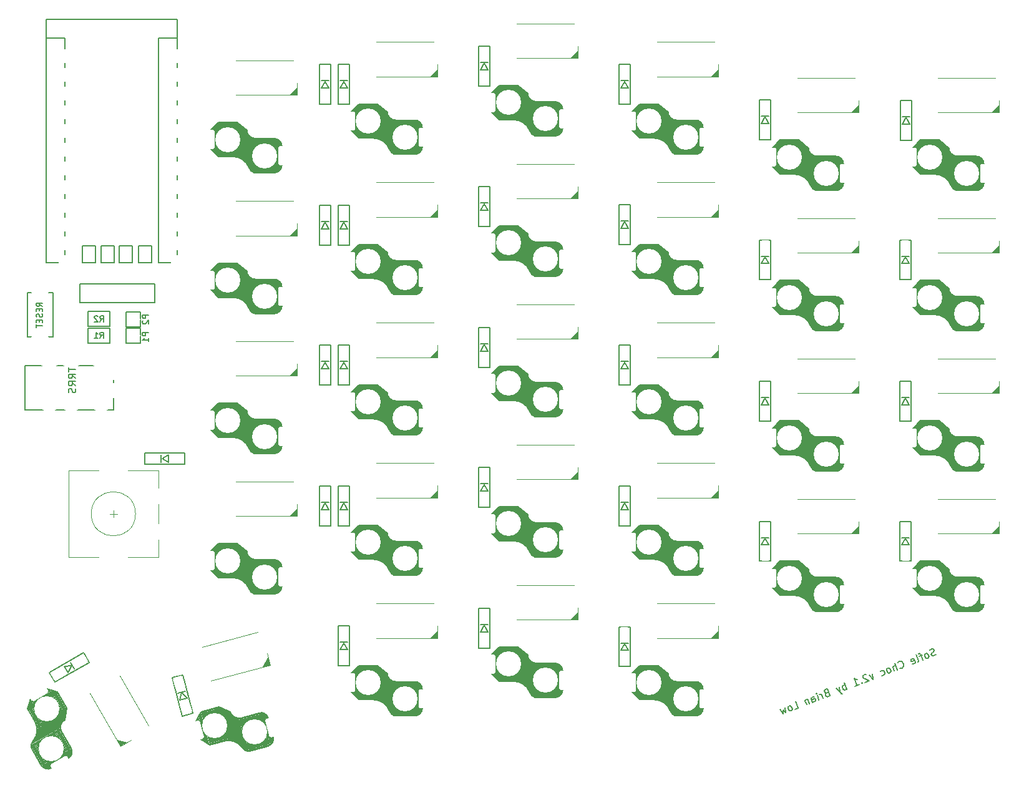
<source format=gbo>
G04 #@! TF.GenerationSoftware,KiCad,Pcbnew,(5.1.12-1-10_14)*
G04 #@! TF.CreationDate,2022-02-07T21:30:47+01:00*
G04 #@! TF.ProjectId,SofleKeyboard,536f666c-654b-4657-9962-6f6172642e6b,rev?*
G04 #@! TF.SameCoordinates,Original*
G04 #@! TF.FileFunction,Legend,Bot*
G04 #@! TF.FilePolarity,Positive*
%FSLAX46Y46*%
G04 Gerber Fmt 4.6, Leading zero omitted, Abs format (unit mm)*
G04 Created by KiCad (PCBNEW (5.1.12-1-10_14)) date 2022-02-07 21:30:47*
%MOMM*%
%LPD*%
G01*
G04 APERTURE LIST*
%ADD10C,0.200000*%
%ADD11C,0.100000*%
%ADD12C,0.120000*%
%ADD13C,0.150000*%
%ADD14C,1.400000*%
%ADD15C,3.400000*%
%ADD16C,3.800000*%
%ADD17C,2.200000*%
%ADD18C,1.924000*%
%ADD19C,4.400000*%
%ADD20C,1.797000*%
%ADD21C,2.400000*%
%ADD22C,5.100000*%
%ADD23C,1.600000*%
%ADD24O,2.900000X2.100000*%
G04 APERTURE END LIST*
D10*
X211592263Y-123617569D02*
X211475959Y-123713221D01*
X211253678Y-123798547D01*
X211147701Y-123788221D01*
X211086179Y-123760830D01*
X211007593Y-123688982D01*
X210973462Y-123600070D01*
X210983788Y-123494092D01*
X211011179Y-123432571D01*
X211083027Y-123353985D01*
X211243786Y-123241268D01*
X211315634Y-123162681D01*
X211343025Y-123101160D01*
X211353351Y-122995182D01*
X211319220Y-122906270D01*
X211240634Y-122834423D01*
X211179113Y-122807032D01*
X211073135Y-122796706D01*
X210850854Y-122882031D01*
X210734551Y-122977683D01*
X210542379Y-124071589D02*
X210614226Y-123993002D01*
X210641617Y-123931481D01*
X210651943Y-123825503D01*
X210549552Y-123558766D01*
X210470966Y-123486919D01*
X210409444Y-123459528D01*
X210303467Y-123449202D01*
X210170098Y-123500397D01*
X210098251Y-123578984D01*
X210070860Y-123640505D01*
X210060534Y-123746483D01*
X210162925Y-124013220D01*
X210241511Y-124085067D01*
X210303033Y-124112458D01*
X210409010Y-124122784D01*
X210542379Y-124071589D01*
X209725536Y-123671049D02*
X209369886Y-123807570D01*
X209831079Y-124344631D02*
X209523907Y-123544419D01*
X209445320Y-123472572D01*
X209339343Y-123462246D01*
X209250430Y-123496376D01*
X209164236Y-124600608D02*
X209236084Y-124522022D01*
X209246409Y-124416044D01*
X208939237Y-123615832D01*
X208435872Y-124829194D02*
X208541849Y-124839520D01*
X208719674Y-124771260D01*
X208791521Y-124692673D01*
X208801847Y-124586696D01*
X208665326Y-124231046D01*
X208586740Y-124159199D01*
X208480762Y-124148873D01*
X208302937Y-124217133D01*
X208231090Y-124295720D01*
X208220764Y-124401697D01*
X208254894Y-124490610D01*
X208733587Y-124408871D01*
X206729471Y-125433213D02*
X206790992Y-125460604D01*
X206941426Y-125453865D01*
X207030338Y-125419735D01*
X207146642Y-125324083D01*
X207201424Y-125201041D01*
X207211750Y-125095063D01*
X207187945Y-124900173D01*
X207136750Y-124766804D01*
X207024033Y-124606045D01*
X206945447Y-124534197D01*
X206822404Y-124479415D01*
X206671970Y-124486155D01*
X206583058Y-124520285D01*
X206466754Y-124615936D01*
X206439363Y-124677458D01*
X206363495Y-125675712D02*
X206005127Y-124742132D01*
X205963389Y-125829298D02*
X205775673Y-125340280D01*
X205785998Y-125234302D01*
X205857846Y-125155716D01*
X205991214Y-125104521D01*
X206097192Y-125114846D01*
X206158713Y-125142238D01*
X205385458Y-126051145D02*
X205457306Y-125972559D01*
X205484697Y-125911037D01*
X205495023Y-125805060D01*
X205392632Y-125538322D01*
X205314045Y-125466475D01*
X205252524Y-125439084D01*
X205146546Y-125428758D01*
X205013178Y-125479954D01*
X204941330Y-125558540D01*
X204913939Y-125620061D01*
X204903613Y-125726039D01*
X205006004Y-125992776D01*
X205084591Y-126064624D01*
X205146112Y-126092015D01*
X205252090Y-126102341D01*
X205385458Y-126051145D01*
X204256988Y-126433317D02*
X204362966Y-126443643D01*
X204540790Y-126375383D01*
X204612638Y-126296796D01*
X204640029Y-126235275D01*
X204650355Y-126129297D01*
X204547964Y-125862560D01*
X204469377Y-125790713D01*
X204407856Y-125763322D01*
X204301878Y-125752996D01*
X204124054Y-125821256D01*
X204052206Y-125899843D01*
X203012648Y-126247885D02*
X203029279Y-126955598D01*
X202568086Y-126418536D01*
X202171567Y-126315711D02*
X202110046Y-126288320D01*
X202004068Y-126277994D01*
X201781787Y-126363320D01*
X201709940Y-126441906D01*
X201682549Y-126503428D01*
X201672223Y-126609405D01*
X201706353Y-126698318D01*
X201802005Y-126814621D01*
X202540261Y-127143314D01*
X201962330Y-127365161D01*
X201528094Y-127429835D02*
X201500703Y-127491356D01*
X201562224Y-127518747D01*
X201589615Y-127457226D01*
X201528094Y-127429835D01*
X201562224Y-127518747D01*
X200628644Y-127877115D02*
X201162118Y-127672334D01*
X200895381Y-127774724D02*
X200537013Y-126841144D01*
X200677121Y-126940382D01*
X200800164Y-126995164D01*
X200906141Y-127005490D01*
X199517239Y-128303744D02*
X199158871Y-127370163D01*
X199295392Y-127725813D02*
X199189414Y-127715487D01*
X199011589Y-127783748D01*
X198939742Y-127862334D01*
X198912351Y-127923855D01*
X198902025Y-128029833D01*
X199004416Y-128296570D01*
X199083002Y-128368418D01*
X199144524Y-128395809D01*
X199250501Y-128406135D01*
X199428326Y-128337874D01*
X199500173Y-128259287D01*
X198522571Y-127971464D02*
X198539202Y-128679177D01*
X198078009Y-128142116D02*
X198539202Y-128679177D01*
X198713440Y-128867328D01*
X198774961Y-128894719D01*
X198880939Y-128905045D01*
X196751062Y-128804504D02*
X196634758Y-128900155D01*
X196607367Y-128961677D01*
X196597041Y-129067654D01*
X196648237Y-129201023D01*
X196726823Y-129272870D01*
X196788345Y-129300261D01*
X196894322Y-129310587D01*
X197249972Y-129174066D01*
X196891604Y-128240485D01*
X196580410Y-128359941D01*
X196508563Y-128438528D01*
X196481172Y-128500049D01*
X196470846Y-128606027D01*
X196504976Y-128694939D01*
X196583563Y-128766787D01*
X196645084Y-128794178D01*
X196751062Y-128804504D01*
X197062255Y-128685048D01*
X196316391Y-129532434D02*
X196077479Y-128910047D01*
X196145740Y-129087872D02*
X196067153Y-129016024D01*
X196005632Y-128988633D01*
X195899655Y-128978307D01*
X195810742Y-129012438D01*
X195738461Y-129754281D02*
X195499549Y-129131894D01*
X195380093Y-128820700D02*
X195441614Y-128848091D01*
X195414223Y-128909613D01*
X195352702Y-128882222D01*
X195380093Y-128820700D01*
X195414223Y-128909613D01*
X194893793Y-130078518D02*
X194706076Y-129589500D01*
X194716402Y-129483522D01*
X194788249Y-129404936D01*
X194966074Y-129336675D01*
X195072052Y-129347001D01*
X194876727Y-130034062D02*
X194982705Y-130044388D01*
X195204986Y-129959062D01*
X195276833Y-129880476D01*
X195287159Y-129774498D01*
X195253029Y-129685586D01*
X195174443Y-129613739D01*
X195068465Y-129603413D01*
X194846184Y-129688738D01*
X194740206Y-129678412D01*
X194210319Y-129626783D02*
X194449231Y-130249170D01*
X194244449Y-129715695D02*
X194182927Y-129688304D01*
X194076950Y-129677978D01*
X193943581Y-129729174D01*
X193871734Y-129807760D01*
X193861408Y-129913738D01*
X194049125Y-130402756D01*
X192448701Y-131017101D02*
X192893263Y-130846450D01*
X192534895Y-129912869D01*
X192004139Y-131187752D02*
X192075986Y-131109166D01*
X192103377Y-131047645D01*
X192113703Y-130941667D01*
X192011312Y-130674930D01*
X191932726Y-130603082D01*
X191871205Y-130575691D01*
X191765227Y-130565365D01*
X191631858Y-130616561D01*
X191560011Y-130695147D01*
X191532620Y-130756669D01*
X191522294Y-130862646D01*
X191624685Y-131129384D01*
X191703271Y-131201231D01*
X191764793Y-131228622D01*
X191870770Y-131238948D01*
X192004139Y-131187752D01*
X191142840Y-130804277D02*
X191203927Y-131494925D01*
X190855451Y-131118623D01*
X190848277Y-131631446D01*
X190431541Y-131077320D01*
D11*
G36*
X182100000Y-120335000D02*
G01*
X182100000Y-121351000D01*
X181092000Y-121351000D01*
X182100000Y-120335000D01*
G37*
X182100000Y-120335000D02*
X182100000Y-121351000D01*
X181092000Y-121351000D01*
X182100000Y-120335000D01*
D12*
X182100000Y-121351000D02*
X182100000Y-119700000D01*
D13*
X179850000Y-131350000D02*
X179850000Y-127800000D01*
X179750000Y-131500000D02*
X179750000Y-127750000D01*
X179650000Y-131600000D02*
X179650000Y-127650000D01*
X179550000Y-131700000D02*
X179550000Y-127500000D01*
X179400000Y-131800000D02*
X179400000Y-127400000D01*
X179250000Y-131850000D02*
X179250000Y-127350000D01*
X179100000Y-131900000D02*
X179100000Y-127350000D01*
X178950000Y-131900000D02*
X178950000Y-127300000D01*
X178800000Y-131900000D02*
X178800000Y-127300000D01*
X178650000Y-131900000D02*
X178650000Y-127300000D01*
X178500000Y-131900000D02*
X178500000Y-127300000D01*
X178350000Y-131900000D02*
X178350000Y-127300000D01*
X178200000Y-131900000D02*
X178200000Y-127300000D01*
X178050000Y-131900000D02*
X178050000Y-127300000D01*
X177900000Y-131900000D02*
X177900000Y-127300000D01*
X177750000Y-131900000D02*
X177750000Y-127300000D01*
X177600000Y-131900000D02*
X177600000Y-127300000D01*
X177450000Y-131900000D02*
X177450000Y-127300000D01*
X177300000Y-131900000D02*
X177300000Y-127300000D01*
X177150000Y-131900000D02*
X177150000Y-127300000D01*
X177000000Y-131900000D02*
X177000000Y-127300000D01*
X176850000Y-131900000D02*
X176850000Y-127300000D01*
X176700000Y-131900000D02*
X176700000Y-127300000D01*
X176550000Y-131900000D02*
X176550000Y-127350000D01*
X176400000Y-131900000D02*
X176400000Y-127300000D01*
X176250000Y-131900000D02*
X176250000Y-127300000D01*
X176100000Y-131850000D02*
X176100000Y-127300000D01*
X175950000Y-131750000D02*
X175950000Y-127200000D01*
X175800000Y-131650000D02*
X175800000Y-127150000D01*
X175700000Y-131500000D02*
X175700000Y-127100000D01*
X175600000Y-131250000D02*
X175600000Y-127050000D01*
X175500000Y-131100000D02*
X175500000Y-126950000D01*
X175400000Y-130900000D02*
X175400000Y-126750000D01*
X175300000Y-130750000D02*
X175300000Y-126600000D01*
X175200000Y-130550000D02*
X175200000Y-126100000D01*
X175050000Y-130400000D02*
X175050000Y-125950000D01*
X174900000Y-130250000D02*
X174900000Y-125850000D01*
X174750000Y-130150000D02*
X174750000Y-125750000D01*
X174600000Y-130050000D02*
X174600000Y-125600000D01*
X174450000Y-129950000D02*
X174450000Y-125500000D01*
X174300000Y-129900000D02*
X174300000Y-125350000D01*
X174150000Y-129800000D02*
X174150000Y-125250000D01*
X174000000Y-129750000D02*
X174000000Y-125150000D01*
X173850000Y-129750000D02*
X173850000Y-125100000D01*
X173700000Y-129750000D02*
X173700000Y-125100000D01*
X173550000Y-129700000D02*
X173550000Y-125150000D01*
X173400000Y-129700000D02*
X173400000Y-125100000D01*
X173250000Y-129700000D02*
X173250000Y-125100000D01*
X173100000Y-129700000D02*
X173100000Y-125100000D01*
X172950000Y-129700000D02*
X172950000Y-125100000D01*
X172800000Y-129700000D02*
X172800000Y-125100000D01*
X172650000Y-129700000D02*
X172650000Y-125100000D01*
X172500000Y-129700000D02*
X172500000Y-125100000D01*
X172350000Y-129700000D02*
X172350000Y-125100000D01*
X172200000Y-129700000D02*
X172200000Y-125100000D01*
X172050000Y-129700000D02*
X172050000Y-125100000D01*
X171900000Y-129700000D02*
X171900000Y-125100000D01*
X171750000Y-129700000D02*
X171750000Y-125100000D01*
X171600000Y-129700000D02*
X171600000Y-125100000D01*
X171450000Y-129700000D02*
X171450000Y-125100000D01*
X171300000Y-129550000D02*
X171300000Y-125200000D01*
X171150000Y-129450000D02*
X171150000Y-125350000D01*
X171000000Y-129300000D02*
X171000000Y-125500000D01*
X170850000Y-129150000D02*
X170850000Y-125650000D01*
X170700000Y-128950000D02*
X170700000Y-125800000D01*
X170550000Y-128850000D02*
X170550000Y-125950000D01*
X173975000Y-125075000D02*
X175250000Y-126100000D01*
X170400000Y-126100000D02*
X171425000Y-125075000D01*
X170400000Y-128700000D02*
X171425000Y-129725000D01*
X170400000Y-126100000D02*
X170400000Y-128700000D01*
X180000000Y-128275000D02*
X180000000Y-130925000D01*
X173400000Y-129725000D02*
X171425000Y-129725000D01*
X173975000Y-125075000D02*
X171425000Y-125075000D01*
X179000000Y-127275000D02*
X176425000Y-127275000D01*
X179000000Y-131925000D02*
X176400000Y-131925000D01*
D12*
X173800000Y-121351000D02*
X182100000Y-121351000D01*
X181600000Y-116651000D02*
X173800000Y-116651000D01*
D13*
X176399005Y-131923791D02*
G75*
G02*
X175537801Y-131221904I38796J926887D01*
G01*
X180000000Y-130925000D02*
G75*
G02*
X179000000Y-131925000I-1000000J0D01*
G01*
X180000000Y-128275000D02*
G75*
G03*
X179000000Y-127275000I-1000000J0D01*
G01*
X175537801Y-131221904D02*
G75*
G03*
X173400000Y-129725000I-2137801J-778096D01*
G01*
X175250000Y-126100000D02*
G75*
G03*
X176425000Y-127275000I1175000J0D01*
G01*
D11*
G36*
X163050000Y-117835000D02*
G01*
X163050000Y-118851000D01*
X162042000Y-118851000D01*
X163050000Y-117835000D01*
G37*
X163050000Y-117835000D02*
X163050000Y-118851000D01*
X162042000Y-118851000D01*
X163050000Y-117835000D01*
D12*
X163050000Y-118851000D02*
X163050000Y-117200000D01*
D13*
X160800000Y-128850000D02*
X160800000Y-125300000D01*
X160700000Y-129000000D02*
X160700000Y-125250000D01*
X160600000Y-129100000D02*
X160600000Y-125150000D01*
X160500000Y-129200000D02*
X160500000Y-125000000D01*
X160350000Y-129300000D02*
X160350000Y-124900000D01*
X160200000Y-129350000D02*
X160200000Y-124850000D01*
X160050000Y-129400000D02*
X160050000Y-124850000D01*
X159900000Y-129400000D02*
X159900000Y-124800000D01*
X159750000Y-129400000D02*
X159750000Y-124800000D01*
X159600000Y-129400000D02*
X159600000Y-124800000D01*
X159450000Y-129400000D02*
X159450000Y-124800000D01*
X159300000Y-129400000D02*
X159300000Y-124800000D01*
X159150000Y-129400000D02*
X159150000Y-124800000D01*
X159000000Y-129400000D02*
X159000000Y-124800000D01*
X158850000Y-129400000D02*
X158850000Y-124800000D01*
X158700000Y-129400000D02*
X158700000Y-124800000D01*
X158550000Y-129400000D02*
X158550000Y-124800000D01*
X158400000Y-129400000D02*
X158400000Y-124800000D01*
X158250000Y-129400000D02*
X158250000Y-124800000D01*
X158100000Y-129400000D02*
X158100000Y-124800000D01*
X157950000Y-129400000D02*
X157950000Y-124800000D01*
X157800000Y-129400000D02*
X157800000Y-124800000D01*
X157650000Y-129400000D02*
X157650000Y-124800000D01*
X157500000Y-129400000D02*
X157500000Y-124850000D01*
X157350000Y-129400000D02*
X157350000Y-124800000D01*
X157200000Y-129400000D02*
X157200000Y-124800000D01*
X157050000Y-129350000D02*
X157050000Y-124800000D01*
X156900000Y-129250000D02*
X156900000Y-124700000D01*
X156750000Y-129150000D02*
X156750000Y-124650000D01*
X156650000Y-129000000D02*
X156650000Y-124600000D01*
X156550000Y-128750000D02*
X156550000Y-124550000D01*
X156450000Y-128600000D02*
X156450000Y-124450000D01*
X156350000Y-128400000D02*
X156350000Y-124250000D01*
X156250000Y-128250000D02*
X156250000Y-124100000D01*
X156150000Y-128050000D02*
X156150000Y-123600000D01*
X156000000Y-127900000D02*
X156000000Y-123450000D01*
X155850000Y-127750000D02*
X155850000Y-123350000D01*
X155700000Y-127650000D02*
X155700000Y-123250000D01*
X155550000Y-127550000D02*
X155550000Y-123100000D01*
X155400000Y-127450000D02*
X155400000Y-123000000D01*
X155250000Y-127400000D02*
X155250000Y-122850000D01*
X155100000Y-127300000D02*
X155100000Y-122750000D01*
X154950000Y-127250000D02*
X154950000Y-122650000D01*
X154800000Y-127250000D02*
X154800000Y-122600000D01*
X154650000Y-127250000D02*
X154650000Y-122600000D01*
X154500000Y-127200000D02*
X154500000Y-122650000D01*
X154350000Y-127200000D02*
X154350000Y-122600000D01*
X154200000Y-127200000D02*
X154200000Y-122600000D01*
X154050000Y-127200000D02*
X154050000Y-122600000D01*
X153900000Y-127200000D02*
X153900000Y-122600000D01*
X153750000Y-127200000D02*
X153750000Y-122600000D01*
X153600000Y-127200000D02*
X153600000Y-122600000D01*
X153450000Y-127200000D02*
X153450000Y-122600000D01*
X153300000Y-127200000D02*
X153300000Y-122600000D01*
X153150000Y-127200000D02*
X153150000Y-122600000D01*
X153000000Y-127200000D02*
X153000000Y-122600000D01*
X152850000Y-127200000D02*
X152850000Y-122600000D01*
X152700000Y-127200000D02*
X152700000Y-122600000D01*
X152550000Y-127200000D02*
X152550000Y-122600000D01*
X152400000Y-127200000D02*
X152400000Y-122600000D01*
X152250000Y-127050000D02*
X152250000Y-122700000D01*
X152100000Y-126950000D02*
X152100000Y-122850000D01*
X151950000Y-126800000D02*
X151950000Y-123000000D01*
X151800000Y-126650000D02*
X151800000Y-123150000D01*
X151650000Y-126450000D02*
X151650000Y-123300000D01*
X151500000Y-126350000D02*
X151500000Y-123450000D01*
X154925000Y-122575000D02*
X156200000Y-123600000D01*
X151350000Y-123600000D02*
X152375000Y-122575000D01*
X151350000Y-126200000D02*
X152375000Y-127225000D01*
X151350000Y-123600000D02*
X151350000Y-126200000D01*
X160950000Y-125775000D02*
X160950000Y-128425000D01*
X154350000Y-127225000D02*
X152375000Y-127225000D01*
X154925000Y-122575000D02*
X152375000Y-122575000D01*
X159950000Y-124775000D02*
X157375000Y-124775000D01*
X159950000Y-129425000D02*
X157350000Y-129425000D01*
D12*
X154750000Y-118851000D02*
X163050000Y-118851000D01*
X162550000Y-114151000D02*
X154750000Y-114151000D01*
D13*
X157349005Y-129423791D02*
G75*
G02*
X156487801Y-128721904I38796J926887D01*
G01*
X160950000Y-128425000D02*
G75*
G02*
X159950000Y-129425000I-1000000J0D01*
G01*
X160950000Y-125775000D02*
G75*
G03*
X159950000Y-124775000I-1000000J0D01*
G01*
X156487801Y-128721904D02*
G75*
G03*
X154350000Y-127225000I-2137801J-778096D01*
G01*
X156200000Y-123600000D02*
G75*
G03*
X157375000Y-124775000I1175000J0D01*
G01*
D11*
G36*
X144000000Y-120335000D02*
G01*
X144000000Y-121351000D01*
X142992000Y-121351000D01*
X144000000Y-120335000D01*
G37*
X144000000Y-120335000D02*
X144000000Y-121351000D01*
X142992000Y-121351000D01*
X144000000Y-120335000D01*
D12*
X144000000Y-121351000D02*
X144000000Y-119700000D01*
D13*
X141750000Y-131350000D02*
X141750000Y-127800000D01*
X141650000Y-131500000D02*
X141650000Y-127750000D01*
X141550000Y-131600000D02*
X141550000Y-127650000D01*
X141450000Y-131700000D02*
X141450000Y-127500000D01*
X141300000Y-131800000D02*
X141300000Y-127400000D01*
X141150000Y-131850000D02*
X141150000Y-127350000D01*
X141000000Y-131900000D02*
X141000000Y-127350000D01*
X140850000Y-131900000D02*
X140850000Y-127300000D01*
X140700000Y-131900000D02*
X140700000Y-127300000D01*
X140550000Y-131900000D02*
X140550000Y-127300000D01*
X140400000Y-131900000D02*
X140400000Y-127300000D01*
X140250000Y-131900000D02*
X140250000Y-127300000D01*
X140100000Y-131900000D02*
X140100000Y-127300000D01*
X139950000Y-131900000D02*
X139950000Y-127300000D01*
X139800000Y-131900000D02*
X139800000Y-127300000D01*
X139650000Y-131900000D02*
X139650000Y-127300000D01*
X139500000Y-131900000D02*
X139500000Y-127300000D01*
X139350000Y-131900000D02*
X139350000Y-127300000D01*
X139200000Y-131900000D02*
X139200000Y-127300000D01*
X139050000Y-131900000D02*
X139050000Y-127300000D01*
X138900000Y-131900000D02*
X138900000Y-127300000D01*
X138750000Y-131900000D02*
X138750000Y-127300000D01*
X138600000Y-131900000D02*
X138600000Y-127300000D01*
X138450000Y-131900000D02*
X138450000Y-127350000D01*
X138300000Y-131900000D02*
X138300000Y-127300000D01*
X138150000Y-131900000D02*
X138150000Y-127300000D01*
X138000000Y-131850000D02*
X138000000Y-127300000D01*
X137850000Y-131750000D02*
X137850000Y-127200000D01*
X137700000Y-131650000D02*
X137700000Y-127150000D01*
X137600000Y-131500000D02*
X137600000Y-127100000D01*
X137500000Y-131250000D02*
X137500000Y-127050000D01*
X137400000Y-131100000D02*
X137400000Y-126950000D01*
X137300000Y-130900000D02*
X137300000Y-126750000D01*
X137200000Y-130750000D02*
X137200000Y-126600000D01*
X137100000Y-130550000D02*
X137100000Y-126100000D01*
X136950000Y-130400000D02*
X136950000Y-125950000D01*
X136800000Y-130250000D02*
X136800000Y-125850000D01*
X136650000Y-130150000D02*
X136650000Y-125750000D01*
X136500000Y-130050000D02*
X136500000Y-125600000D01*
X136350000Y-129950000D02*
X136350000Y-125500000D01*
X136200000Y-129900000D02*
X136200000Y-125350000D01*
X136050000Y-129800000D02*
X136050000Y-125250000D01*
X135900000Y-129750000D02*
X135900000Y-125150000D01*
X135750000Y-129750000D02*
X135750000Y-125100000D01*
X135600000Y-129750000D02*
X135600000Y-125100000D01*
X135450000Y-129700000D02*
X135450000Y-125150000D01*
X135300000Y-129700000D02*
X135300000Y-125100000D01*
X135150000Y-129700000D02*
X135150000Y-125100000D01*
X135000000Y-129700000D02*
X135000000Y-125100000D01*
X134850000Y-129700000D02*
X134850000Y-125100000D01*
X134700000Y-129700000D02*
X134700000Y-125100000D01*
X134550000Y-129700000D02*
X134550000Y-125100000D01*
X134400000Y-129700000D02*
X134400000Y-125100000D01*
X134250000Y-129700000D02*
X134250000Y-125100000D01*
X134100000Y-129700000D02*
X134100000Y-125100000D01*
X133950000Y-129700000D02*
X133950000Y-125100000D01*
X133800000Y-129700000D02*
X133800000Y-125100000D01*
X133650000Y-129700000D02*
X133650000Y-125100000D01*
X133500000Y-129700000D02*
X133500000Y-125100000D01*
X133350000Y-129700000D02*
X133350000Y-125100000D01*
X133200000Y-129550000D02*
X133200000Y-125200000D01*
X133050000Y-129450000D02*
X133050000Y-125350000D01*
X132900000Y-129300000D02*
X132900000Y-125500000D01*
X132750000Y-129150000D02*
X132750000Y-125650000D01*
X132600000Y-128950000D02*
X132600000Y-125800000D01*
X132450000Y-128850000D02*
X132450000Y-125950000D01*
X135875000Y-125075000D02*
X137150000Y-126100000D01*
X132300000Y-126100000D02*
X133325000Y-125075000D01*
X132300000Y-128700000D02*
X133325000Y-129725000D01*
X132300000Y-126100000D02*
X132300000Y-128700000D01*
X141900000Y-128275000D02*
X141900000Y-130925000D01*
X135300000Y-129725000D02*
X133325000Y-129725000D01*
X135875000Y-125075000D02*
X133325000Y-125075000D01*
X140900000Y-127275000D02*
X138325000Y-127275000D01*
X140900000Y-131925000D02*
X138300000Y-131925000D01*
D12*
X135700000Y-121351000D02*
X144000000Y-121351000D01*
X143500000Y-116651000D02*
X135700000Y-116651000D01*
D13*
X138299005Y-131923791D02*
G75*
G02*
X137437801Y-131221904I38796J926887D01*
G01*
X141900000Y-130925000D02*
G75*
G02*
X140900000Y-131925000I-1000000J0D01*
G01*
X141900000Y-128275000D02*
G75*
G03*
X140900000Y-127275000I-1000000J0D01*
G01*
X137437801Y-131221904D02*
G75*
G03*
X135300000Y-129725000I-2137801J-778096D01*
G01*
X137150000Y-126100000D02*
G75*
G03*
X138325000Y-127275000I1175000J0D01*
G01*
D11*
G36*
X120979148Y-124010856D02*
G01*
X121242108Y-124992236D01*
X120268454Y-125253126D01*
X120979148Y-124010856D01*
G37*
X120979148Y-124010856D02*
X121242108Y-124992236D01*
X120268454Y-125253126D01*
X120979148Y-124010856D01*
D12*
X121242108Y-124992236D02*
X120814797Y-123397493D01*
D13*
X121656706Y-135232872D02*
X120737899Y-131803835D01*
X121598936Y-135403642D02*
X120628365Y-131781421D01*
X121528226Y-135526117D02*
X120505891Y-131710710D01*
X121457515Y-135648591D02*
X120370475Y-131591703D01*
X121338508Y-135784007D02*
X120199704Y-131533933D01*
X121206560Y-135871126D02*
X120041875Y-131524460D01*
X121074612Y-135958245D02*
X119896986Y-131563283D01*
X120929723Y-135997068D02*
X119739156Y-131553809D01*
X120784835Y-136035891D02*
X119594267Y-131592632D01*
X120639946Y-136074714D02*
X119449378Y-131631455D01*
X120495057Y-136113537D02*
X119304489Y-131670278D01*
X120350168Y-136152359D02*
X119159600Y-131709101D01*
X120205279Y-136191182D02*
X119014711Y-131747923D01*
X120060390Y-136230005D02*
X118869823Y-131786746D01*
X119915501Y-136268828D02*
X118724934Y-131825569D01*
X119770612Y-136307651D02*
X118580045Y-131864392D01*
X119625724Y-136346474D02*
X118435156Y-131903215D01*
X119480835Y-136385297D02*
X118290267Y-131942038D01*
X119335946Y-136424119D02*
X118145378Y-131980861D01*
X119191057Y-136462942D02*
X118000489Y-132019683D01*
X119046168Y-136501765D02*
X117855600Y-132058506D01*
X118901279Y-136540588D02*
X117710712Y-132097329D01*
X118756390Y-136579411D02*
X117565823Y-132136152D01*
X118611501Y-136618234D02*
X117433875Y-132223271D01*
X118466613Y-136657057D02*
X117276045Y-132213798D01*
X118321724Y-136695879D02*
X117131156Y-132252621D01*
X118163894Y-136686406D02*
X116986267Y-132291443D01*
X117993123Y-136628636D02*
X116815496Y-132233674D01*
X117822352Y-136570867D02*
X116657667Y-132224200D01*
X117686937Y-136451860D02*
X116548133Y-132201786D01*
X117525640Y-136236260D02*
X116438600Y-132179372D01*
X117390224Y-136117253D02*
X116316125Y-132108661D01*
X117241868Y-135949950D02*
X116167769Y-131941358D01*
X117106452Y-135830943D02*
X116032353Y-131822351D01*
X116958096Y-135663640D02*
X115806351Y-131365270D01*
X116774384Y-135557574D02*
X115622639Y-131259204D01*
X116590672Y-135451507D02*
X115451869Y-131201434D01*
X116419902Y-135393738D02*
X115281098Y-131143664D01*
X116249131Y-135335968D02*
X115097386Y-131037598D01*
X116078360Y-135278198D02*
X114926615Y-130979828D01*
X115920530Y-135268725D02*
X114742904Y-130873762D01*
X115749759Y-135210955D02*
X114572133Y-130815993D01*
X115591930Y-135201482D02*
X114401362Y-130758223D01*
X115447041Y-135240305D02*
X114243532Y-130748749D01*
X115302152Y-135279127D02*
X114098643Y-130787572D01*
X115144322Y-135269654D02*
X113966695Y-130874691D01*
X114999433Y-135308477D02*
X113808866Y-130865218D01*
X114854544Y-135347300D02*
X113663977Y-130904041D01*
X114709655Y-135386123D02*
X113519088Y-130942864D01*
X114564767Y-135424945D02*
X113374199Y-130981687D01*
X114419878Y-135463768D02*
X113229310Y-131020509D01*
X114274989Y-135502591D02*
X113084421Y-131059332D01*
X114130100Y-135541414D02*
X112939532Y-131098155D01*
X113985211Y-135580237D02*
X112794643Y-131136978D01*
X113840322Y-135619060D02*
X112649755Y-131175801D01*
X113695433Y-135657883D02*
X112504866Y-131214624D01*
X113550544Y-135696705D02*
X112359977Y-131253447D01*
X113405656Y-135735528D02*
X112215088Y-131292269D01*
X113260767Y-135774351D02*
X112070199Y-131331092D01*
X113115878Y-135813174D02*
X111925310Y-131369915D01*
X112932166Y-135707108D02*
X111806303Y-131505331D01*
X112761395Y-135649338D02*
X111700237Y-131689042D01*
X112577684Y-135543272D02*
X111594171Y-131872754D01*
X112393972Y-135437206D02*
X111488105Y-132056466D01*
X112197319Y-135282844D02*
X111382039Y-132240178D01*
X112026548Y-135225074D02*
X111275973Y-132423889D01*
X114357802Y-130692249D02*
X115854647Y-131352329D01*
X111169907Y-132607601D02*
X111894692Y-131352238D01*
X111842837Y-135119008D02*
X113098200Y-135843793D01*
X111169907Y-132607601D02*
X111842837Y-135119008D01*
X121005727Y-132223827D02*
X121691597Y-134783530D01*
X115005904Y-135332625D02*
X113098200Y-135843793D01*
X114357802Y-130692249D02*
X111894692Y-131352238D01*
X119780982Y-131516720D02*
X117293723Y-132183179D01*
X120984490Y-136008275D02*
X118473083Y-136681205D01*
D12*
X113224923Y-127140435D02*
X121242108Y-124992236D01*
X119542695Y-120581795D02*
X112008474Y-122600583D01*
D13*
X118471809Y-136680295D02*
G75*
G02*
X117458288Y-136225220I-202422J905346D01*
G01*
X121691597Y-134783530D02*
G75*
G02*
X120984490Y-136008275I-965926J-258819D01*
G01*
X121005727Y-132223827D02*
G75*
G03*
X119780982Y-131516720I-965926J-258819D01*
G01*
X117458288Y-136225220D02*
G75*
G03*
X115005904Y-135332625I-1863571J-1304886D01*
G01*
X115854647Y-131352329D02*
G75*
G03*
X117293723Y-132183179I1134963J304113D01*
G01*
D11*
G36*
X101824175Y-135528012D02*
G01*
X100944294Y-136036012D01*
X100440294Y-135163058D01*
X101824175Y-135528012D01*
G37*
X101824175Y-135528012D02*
X100944294Y-136036012D01*
X100440294Y-135163058D01*
X101824175Y-135528012D01*
D12*
X100944294Y-136036012D02*
X102374102Y-135210512D01*
D13*
X91159906Y-139086955D02*
X94234296Y-137311955D01*
X90980002Y-139075352D02*
X94227597Y-137200352D01*
X90843399Y-139038750D02*
X94264200Y-137063750D01*
X90706797Y-139002147D02*
X94344103Y-136902147D01*
X90545194Y-138922243D02*
X94355706Y-136722243D01*
X90426893Y-138817339D02*
X94324007Y-136567339D01*
X90308592Y-138712436D02*
X94249007Y-136437436D01*
X90233592Y-138582532D02*
X94217309Y-136282532D01*
X90158592Y-138452628D02*
X94142309Y-136152628D01*
X90083592Y-138322724D02*
X94067309Y-136022724D01*
X90008592Y-138192820D02*
X93992309Y-135892820D01*
X89933592Y-138062917D02*
X93917309Y-135762917D01*
X89858592Y-137933013D02*
X93842309Y-135633013D01*
X89783592Y-137803109D02*
X93767309Y-135503109D01*
X89708592Y-137673205D02*
X93692309Y-135373205D01*
X89633592Y-137543301D02*
X93617309Y-135243301D01*
X89558592Y-137413397D02*
X93542309Y-135113397D01*
X89483592Y-137283494D02*
X93467309Y-134983494D01*
X89408592Y-137153590D02*
X93392309Y-134853590D01*
X89333592Y-137023686D02*
X93317309Y-134723686D01*
X89258592Y-136893782D02*
X93242309Y-134593782D01*
X89183592Y-136763878D02*
X93167309Y-134463878D01*
X89108592Y-136633975D02*
X93092309Y-134333975D01*
X89033592Y-136504071D02*
X92974007Y-134229071D01*
X88958592Y-136374167D02*
X92942309Y-134074167D01*
X88883592Y-136244263D02*
X92867309Y-133944263D01*
X88851893Y-136089359D02*
X92792309Y-133814359D01*
X88863495Y-135909456D02*
X92803911Y-133634456D01*
X88875098Y-135729552D02*
X92772212Y-133479552D01*
X88955002Y-135567949D02*
X92765514Y-133367949D01*
X89121508Y-135356347D02*
X92758815Y-133256347D01*
X89201412Y-135194744D02*
X92795417Y-133119744D01*
X89324617Y-135008142D02*
X92918623Y-132933142D01*
X89404521Y-134846539D02*
X92998526Y-132771539D01*
X89527726Y-134659936D02*
X93381539Y-132434936D01*
X89582630Y-134455033D02*
X93436443Y-132230033D01*
X89637534Y-134250129D02*
X93448045Y-132050129D01*
X89649136Y-134070225D02*
X93459648Y-131870225D01*
X89660739Y-133890321D02*
X93514552Y-131665321D01*
X89672341Y-133710417D02*
X93526154Y-131485417D01*
X89640642Y-133555514D02*
X93581058Y-131280514D01*
X89652245Y-133375610D02*
X93592661Y-131100610D01*
X89620546Y-133220706D02*
X93604263Y-130920706D01*
X89545546Y-133090802D02*
X93572564Y-130765802D01*
X89470546Y-132960898D02*
X93497564Y-130635898D01*
X89438848Y-132805995D02*
X93379263Y-130530995D01*
X89363848Y-132676091D02*
X93347564Y-130376091D01*
X89288848Y-132546187D02*
X93272564Y-130246187D01*
X89213848Y-132416283D02*
X93197564Y-130116283D01*
X89138848Y-132286379D02*
X93122564Y-129986379D01*
X89063848Y-132156476D02*
X93047564Y-129856476D01*
X88988848Y-132026572D02*
X92972564Y-129726572D01*
X88913848Y-131896668D02*
X92897564Y-129596668D01*
X88838848Y-131766764D02*
X92822564Y-129466764D01*
X88763848Y-131636860D02*
X92747564Y-129336860D01*
X88688848Y-131506956D02*
X92672564Y-129206956D01*
X88613848Y-131377053D02*
X92597564Y-129077053D01*
X88538848Y-131247149D02*
X92522564Y-128947149D01*
X88463848Y-131117245D02*
X92447564Y-128817245D01*
X88388848Y-130987341D02*
X92372564Y-128687341D01*
X88443751Y-130782437D02*
X92210962Y-128607437D01*
X88455354Y-130602534D02*
X92006058Y-128552534D01*
X88510258Y-130397630D02*
X91801154Y-128497630D01*
X88565162Y-130192726D02*
X91596250Y-128442726D01*
X88663367Y-129962822D02*
X91391347Y-128387822D01*
X88674969Y-129782918D02*
X91186443Y-128332918D01*
X93656715Y-130861555D02*
X93406539Y-132478238D01*
X90981539Y-128278015D02*
X92381715Y-128653191D01*
X88729873Y-129578015D02*
X88354697Y-130978191D01*
X90981539Y-128278015D02*
X88729873Y-129578015D01*
X93897934Y-137679358D02*
X91602966Y-139004358D01*
X89342197Y-132688591D02*
X88354697Y-130978191D01*
X93656715Y-130861555D02*
X92381715Y-128653191D01*
X94263959Y-136313333D02*
X92976459Y-134083318D01*
X90236941Y-138638333D02*
X88936941Y-136386667D01*
D12*
X96794294Y-128848001D02*
X100944294Y-136036012D01*
X104764613Y-133252999D02*
X100864613Y-126498001D01*
D13*
X88937491Y-136385200D02*
G75*
G02*
X89114741Y-135288433I822105J429844D01*
G01*
X91602966Y-139004358D02*
G75*
G02*
X90236941Y-138638333I-500000J866025D01*
G01*
X93897934Y-137679358D02*
G75*
G03*
X94263959Y-136313333I-500000J866025D01*
G01*
X89114740Y-135288433D02*
G75*
G03*
X89342197Y-132688591I-1742751J1462342D01*
G01*
X93406539Y-132478238D02*
G75*
G03*
X92976459Y-134083318I587500J-1017580D01*
G01*
D11*
G36*
X220200000Y-106185000D02*
G01*
X220200000Y-107201000D01*
X219192000Y-107201000D01*
X220200000Y-106185000D01*
G37*
X220200000Y-106185000D02*
X220200000Y-107201000D01*
X219192000Y-107201000D01*
X220200000Y-106185000D01*
D12*
X220200000Y-107201000D02*
X220200000Y-105550000D01*
D13*
X217950000Y-117200000D02*
X217950000Y-113650000D01*
X217850000Y-117350000D02*
X217850000Y-113600000D01*
X217750000Y-117450000D02*
X217750000Y-113500000D01*
X217650000Y-117550000D02*
X217650000Y-113350000D01*
X217500000Y-117650000D02*
X217500000Y-113250000D01*
X217350000Y-117700000D02*
X217350000Y-113200000D01*
X217200000Y-117750000D02*
X217200000Y-113200000D01*
X217050000Y-117750000D02*
X217050000Y-113150000D01*
X216900000Y-117750000D02*
X216900000Y-113150000D01*
X216750000Y-117750000D02*
X216750000Y-113150000D01*
X216600000Y-117750000D02*
X216600000Y-113150000D01*
X216450000Y-117750000D02*
X216450000Y-113150000D01*
X216300000Y-117750000D02*
X216300000Y-113150000D01*
X216150000Y-117750000D02*
X216150000Y-113150000D01*
X216000000Y-117750000D02*
X216000000Y-113150000D01*
X215850000Y-117750000D02*
X215850000Y-113150000D01*
X215700000Y-117750000D02*
X215700000Y-113150000D01*
X215550000Y-117750000D02*
X215550000Y-113150000D01*
X215400000Y-117750000D02*
X215400000Y-113150000D01*
X215250000Y-117750000D02*
X215250000Y-113150000D01*
X215100000Y-117750000D02*
X215100000Y-113150000D01*
X214950000Y-117750000D02*
X214950000Y-113150000D01*
X214800000Y-117750000D02*
X214800000Y-113150000D01*
X214650000Y-117750000D02*
X214650000Y-113200000D01*
X214500000Y-117750000D02*
X214500000Y-113150000D01*
X214350000Y-117750000D02*
X214350000Y-113150000D01*
X214200000Y-117700000D02*
X214200000Y-113150000D01*
X214050000Y-117600000D02*
X214050000Y-113050000D01*
X213900000Y-117500000D02*
X213900000Y-113000000D01*
X213800000Y-117350000D02*
X213800000Y-112950000D01*
X213700000Y-117100000D02*
X213700000Y-112900000D01*
X213600000Y-116950000D02*
X213600000Y-112800000D01*
X213500000Y-116750000D02*
X213500000Y-112600000D01*
X213400000Y-116600000D02*
X213400000Y-112450000D01*
X213300000Y-116400000D02*
X213300000Y-111950000D01*
X213150000Y-116250000D02*
X213150000Y-111800000D01*
X213000000Y-116100000D02*
X213000000Y-111700000D01*
X212850000Y-116000000D02*
X212850000Y-111600000D01*
X212700000Y-115900000D02*
X212700000Y-111450000D01*
X212550000Y-115800000D02*
X212550000Y-111350000D01*
X212400000Y-115750000D02*
X212400000Y-111200000D01*
X212250000Y-115650000D02*
X212250000Y-111100000D01*
X212100000Y-115600000D02*
X212100000Y-111000000D01*
X211950000Y-115600000D02*
X211950000Y-110950000D01*
X211800000Y-115600000D02*
X211800000Y-110950000D01*
X211650000Y-115550000D02*
X211650000Y-111000000D01*
X211500000Y-115550000D02*
X211500000Y-110950000D01*
X211350000Y-115550000D02*
X211350000Y-110950000D01*
X211200000Y-115550000D02*
X211200000Y-110950000D01*
X211050000Y-115550000D02*
X211050000Y-110950000D01*
X210900000Y-115550000D02*
X210900000Y-110950000D01*
X210750000Y-115550000D02*
X210750000Y-110950000D01*
X210600000Y-115550000D02*
X210600000Y-110950000D01*
X210450000Y-115550000D02*
X210450000Y-110950000D01*
X210300000Y-115550000D02*
X210300000Y-110950000D01*
X210150000Y-115550000D02*
X210150000Y-110950000D01*
X210000000Y-115550000D02*
X210000000Y-110950000D01*
X209850000Y-115550000D02*
X209850000Y-110950000D01*
X209700000Y-115550000D02*
X209700000Y-110950000D01*
X209550000Y-115550000D02*
X209550000Y-110950000D01*
X209400000Y-115400000D02*
X209400000Y-111050000D01*
X209250000Y-115300000D02*
X209250000Y-111200000D01*
X209100000Y-115150000D02*
X209100000Y-111350000D01*
X208950000Y-115000000D02*
X208950000Y-111500000D01*
X208800000Y-114800000D02*
X208800000Y-111650000D01*
X208650000Y-114700000D02*
X208650000Y-111800000D01*
X212075000Y-110925000D02*
X213350000Y-111950000D01*
X208500000Y-111950000D02*
X209525000Y-110925000D01*
X208500000Y-114550000D02*
X209525000Y-115575000D01*
X208500000Y-111950000D02*
X208500000Y-114550000D01*
X218100000Y-114125000D02*
X218100000Y-116775000D01*
X211500000Y-115575000D02*
X209525000Y-115575000D01*
X212075000Y-110925000D02*
X209525000Y-110925000D01*
X217100000Y-113125000D02*
X214525000Y-113125000D01*
X217100000Y-117775000D02*
X214500000Y-117775000D01*
D12*
X211900000Y-107201000D02*
X220200000Y-107201000D01*
X219700000Y-102501000D02*
X211900000Y-102501000D01*
D13*
X214499005Y-117773791D02*
G75*
G02*
X213637801Y-117071904I38796J926887D01*
G01*
X218100000Y-116775000D02*
G75*
G02*
X217100000Y-117775000I-1000000J0D01*
G01*
X218100000Y-114125000D02*
G75*
G03*
X217100000Y-113125000I-1000000J0D01*
G01*
X213637801Y-117071904D02*
G75*
G03*
X211500000Y-115575000I-2137801J-778096D01*
G01*
X213350000Y-111950000D02*
G75*
G03*
X214525000Y-113125000I1175000J0D01*
G01*
D11*
G36*
X201150000Y-106185000D02*
G01*
X201150000Y-107201000D01*
X200142000Y-107201000D01*
X201150000Y-106185000D01*
G37*
X201150000Y-106185000D02*
X201150000Y-107201000D01*
X200142000Y-107201000D01*
X201150000Y-106185000D01*
D12*
X201150000Y-107201000D02*
X201150000Y-105550000D01*
D13*
X198900000Y-117200000D02*
X198900000Y-113650000D01*
X198800000Y-117350000D02*
X198800000Y-113600000D01*
X198700000Y-117450000D02*
X198700000Y-113500000D01*
X198600000Y-117550000D02*
X198600000Y-113350000D01*
X198450000Y-117650000D02*
X198450000Y-113250000D01*
X198300000Y-117700000D02*
X198300000Y-113200000D01*
X198150000Y-117750000D02*
X198150000Y-113200000D01*
X198000000Y-117750000D02*
X198000000Y-113150000D01*
X197850000Y-117750000D02*
X197850000Y-113150000D01*
X197700000Y-117750000D02*
X197700000Y-113150000D01*
X197550000Y-117750000D02*
X197550000Y-113150000D01*
X197400000Y-117750000D02*
X197400000Y-113150000D01*
X197250000Y-117750000D02*
X197250000Y-113150000D01*
X197100000Y-117750000D02*
X197100000Y-113150000D01*
X196950000Y-117750000D02*
X196950000Y-113150000D01*
X196800000Y-117750000D02*
X196800000Y-113150000D01*
X196650000Y-117750000D02*
X196650000Y-113150000D01*
X196500000Y-117750000D02*
X196500000Y-113150000D01*
X196350000Y-117750000D02*
X196350000Y-113150000D01*
X196200000Y-117750000D02*
X196200000Y-113150000D01*
X196050000Y-117750000D02*
X196050000Y-113150000D01*
X195900000Y-117750000D02*
X195900000Y-113150000D01*
X195750000Y-117750000D02*
X195750000Y-113150000D01*
X195600000Y-117750000D02*
X195600000Y-113200000D01*
X195450000Y-117750000D02*
X195450000Y-113150000D01*
X195300000Y-117750000D02*
X195300000Y-113150000D01*
X195150000Y-117700000D02*
X195150000Y-113150000D01*
X195000000Y-117600000D02*
X195000000Y-113050000D01*
X194850000Y-117500000D02*
X194850000Y-113000000D01*
X194750000Y-117350000D02*
X194750000Y-112950000D01*
X194650000Y-117100000D02*
X194650000Y-112900000D01*
X194550000Y-116950000D02*
X194550000Y-112800000D01*
X194450000Y-116750000D02*
X194450000Y-112600000D01*
X194350000Y-116600000D02*
X194350000Y-112450000D01*
X194250000Y-116400000D02*
X194250000Y-111950000D01*
X194100000Y-116250000D02*
X194100000Y-111800000D01*
X193950000Y-116100000D02*
X193950000Y-111700000D01*
X193800000Y-116000000D02*
X193800000Y-111600000D01*
X193650000Y-115900000D02*
X193650000Y-111450000D01*
X193500000Y-115800000D02*
X193500000Y-111350000D01*
X193350000Y-115750000D02*
X193350000Y-111200000D01*
X193200000Y-115650000D02*
X193200000Y-111100000D01*
X193050000Y-115600000D02*
X193050000Y-111000000D01*
X192900000Y-115600000D02*
X192900000Y-110950000D01*
X192750000Y-115600000D02*
X192750000Y-110950000D01*
X192600000Y-115550000D02*
X192600000Y-111000000D01*
X192450000Y-115550000D02*
X192450000Y-110950000D01*
X192300000Y-115550000D02*
X192300000Y-110950000D01*
X192150000Y-115550000D02*
X192150000Y-110950000D01*
X192000000Y-115550000D02*
X192000000Y-110950000D01*
X191850000Y-115550000D02*
X191850000Y-110950000D01*
X191700000Y-115550000D02*
X191700000Y-110950000D01*
X191550000Y-115550000D02*
X191550000Y-110950000D01*
X191400000Y-115550000D02*
X191400000Y-110950000D01*
X191250000Y-115550000D02*
X191250000Y-110950000D01*
X191100000Y-115550000D02*
X191100000Y-110950000D01*
X190950000Y-115550000D02*
X190950000Y-110950000D01*
X190800000Y-115550000D02*
X190800000Y-110950000D01*
X190650000Y-115550000D02*
X190650000Y-110950000D01*
X190500000Y-115550000D02*
X190500000Y-110950000D01*
X190350000Y-115400000D02*
X190350000Y-111050000D01*
X190200000Y-115300000D02*
X190200000Y-111200000D01*
X190050000Y-115150000D02*
X190050000Y-111350000D01*
X189900000Y-115000000D02*
X189900000Y-111500000D01*
X189750000Y-114800000D02*
X189750000Y-111650000D01*
X189600000Y-114700000D02*
X189600000Y-111800000D01*
X193025000Y-110925000D02*
X194300000Y-111950000D01*
X189450000Y-111950000D02*
X190475000Y-110925000D01*
X189450000Y-114550000D02*
X190475000Y-115575000D01*
X189450000Y-111950000D02*
X189450000Y-114550000D01*
X199050000Y-114125000D02*
X199050000Y-116775000D01*
X192450000Y-115575000D02*
X190475000Y-115575000D01*
X193025000Y-110925000D02*
X190475000Y-110925000D01*
X198050000Y-113125000D02*
X195475000Y-113125000D01*
X198050000Y-117775000D02*
X195450000Y-117775000D01*
D12*
X192850000Y-107201000D02*
X201150000Y-107201000D01*
X200650000Y-102501000D02*
X192850000Y-102501000D01*
D13*
X195449005Y-117773791D02*
G75*
G02*
X194587801Y-117071904I38796J926887D01*
G01*
X199050000Y-116775000D02*
G75*
G02*
X198050000Y-117775000I-1000000J0D01*
G01*
X199050000Y-114125000D02*
G75*
G03*
X198050000Y-113125000I-1000000J0D01*
G01*
X194587801Y-117071904D02*
G75*
G03*
X192450000Y-115575000I-2137801J-778096D01*
G01*
X194300000Y-111950000D02*
G75*
G03*
X195475000Y-113125000I1175000J0D01*
G01*
D11*
G36*
X182100000Y-101285000D02*
G01*
X182100000Y-102301000D01*
X181092000Y-102301000D01*
X182100000Y-101285000D01*
G37*
X182100000Y-101285000D02*
X182100000Y-102301000D01*
X181092000Y-102301000D01*
X182100000Y-101285000D01*
D12*
X182100000Y-102301000D02*
X182100000Y-100650000D01*
D13*
X179850000Y-112300000D02*
X179850000Y-108750000D01*
X179750000Y-112450000D02*
X179750000Y-108700000D01*
X179650000Y-112550000D02*
X179650000Y-108600000D01*
X179550000Y-112650000D02*
X179550000Y-108450000D01*
X179400000Y-112750000D02*
X179400000Y-108350000D01*
X179250000Y-112800000D02*
X179250000Y-108300000D01*
X179100000Y-112850000D02*
X179100000Y-108300000D01*
X178950000Y-112850000D02*
X178950000Y-108250000D01*
X178800000Y-112850000D02*
X178800000Y-108250000D01*
X178650000Y-112850000D02*
X178650000Y-108250000D01*
X178500000Y-112850000D02*
X178500000Y-108250000D01*
X178350000Y-112850000D02*
X178350000Y-108250000D01*
X178200000Y-112850000D02*
X178200000Y-108250000D01*
X178050000Y-112850000D02*
X178050000Y-108250000D01*
X177900000Y-112850000D02*
X177900000Y-108250000D01*
X177750000Y-112850000D02*
X177750000Y-108250000D01*
X177600000Y-112850000D02*
X177600000Y-108250000D01*
X177450000Y-112850000D02*
X177450000Y-108250000D01*
X177300000Y-112850000D02*
X177300000Y-108250000D01*
X177150000Y-112850000D02*
X177150000Y-108250000D01*
X177000000Y-112850000D02*
X177000000Y-108250000D01*
X176850000Y-112850000D02*
X176850000Y-108250000D01*
X176700000Y-112850000D02*
X176700000Y-108250000D01*
X176550000Y-112850000D02*
X176550000Y-108300000D01*
X176400000Y-112850000D02*
X176400000Y-108250000D01*
X176250000Y-112850000D02*
X176250000Y-108250000D01*
X176100000Y-112800000D02*
X176100000Y-108250000D01*
X175950000Y-112700000D02*
X175950000Y-108150000D01*
X175800000Y-112600000D02*
X175800000Y-108100000D01*
X175700000Y-112450000D02*
X175700000Y-108050000D01*
X175600000Y-112200000D02*
X175600000Y-108000000D01*
X175500000Y-112050000D02*
X175500000Y-107900000D01*
X175400000Y-111850000D02*
X175400000Y-107700000D01*
X175300000Y-111700000D02*
X175300000Y-107550000D01*
X175200000Y-111500000D02*
X175200000Y-107050000D01*
X175050000Y-111350000D02*
X175050000Y-106900000D01*
X174900000Y-111200000D02*
X174900000Y-106800000D01*
X174750000Y-111100000D02*
X174750000Y-106700000D01*
X174600000Y-111000000D02*
X174600000Y-106550000D01*
X174450000Y-110900000D02*
X174450000Y-106450000D01*
X174300000Y-110850000D02*
X174300000Y-106300000D01*
X174150000Y-110750000D02*
X174150000Y-106200000D01*
X174000000Y-110700000D02*
X174000000Y-106100000D01*
X173850000Y-110700000D02*
X173850000Y-106050000D01*
X173700000Y-110700000D02*
X173700000Y-106050000D01*
X173550000Y-110650000D02*
X173550000Y-106100000D01*
X173400000Y-110650000D02*
X173400000Y-106050000D01*
X173250000Y-110650000D02*
X173250000Y-106050000D01*
X173100000Y-110650000D02*
X173100000Y-106050000D01*
X172950000Y-110650000D02*
X172950000Y-106050000D01*
X172800000Y-110650000D02*
X172800000Y-106050000D01*
X172650000Y-110650000D02*
X172650000Y-106050000D01*
X172500000Y-110650000D02*
X172500000Y-106050000D01*
X172350000Y-110650000D02*
X172350000Y-106050000D01*
X172200000Y-110650000D02*
X172200000Y-106050000D01*
X172050000Y-110650000D02*
X172050000Y-106050000D01*
X171900000Y-110650000D02*
X171900000Y-106050000D01*
X171750000Y-110650000D02*
X171750000Y-106050000D01*
X171600000Y-110650000D02*
X171600000Y-106050000D01*
X171450000Y-110650000D02*
X171450000Y-106050000D01*
X171300000Y-110500000D02*
X171300000Y-106150000D01*
X171150000Y-110400000D02*
X171150000Y-106300000D01*
X171000000Y-110250000D02*
X171000000Y-106450000D01*
X170850000Y-110100000D02*
X170850000Y-106600000D01*
X170700000Y-109900000D02*
X170700000Y-106750000D01*
X170550000Y-109800000D02*
X170550000Y-106900000D01*
X173975000Y-106025000D02*
X175250000Y-107050000D01*
X170400000Y-107050000D02*
X171425000Y-106025000D01*
X170400000Y-109650000D02*
X171425000Y-110675000D01*
X170400000Y-107050000D02*
X170400000Y-109650000D01*
X180000000Y-109225000D02*
X180000000Y-111875000D01*
X173400000Y-110675000D02*
X171425000Y-110675000D01*
X173975000Y-106025000D02*
X171425000Y-106025000D01*
X179000000Y-108225000D02*
X176425000Y-108225000D01*
X179000000Y-112875000D02*
X176400000Y-112875000D01*
D12*
X173800000Y-102301000D02*
X182100000Y-102301000D01*
X181600000Y-97601000D02*
X173800000Y-97601000D01*
D13*
X176399005Y-112873791D02*
G75*
G02*
X175537801Y-112171904I38796J926887D01*
G01*
X180000000Y-111875000D02*
G75*
G02*
X179000000Y-112875000I-1000000J0D01*
G01*
X180000000Y-109225000D02*
G75*
G03*
X179000000Y-108225000I-1000000J0D01*
G01*
X175537801Y-112171904D02*
G75*
G03*
X173400000Y-110675000I-2137801J-778096D01*
G01*
X175250000Y-107050000D02*
G75*
G03*
X176425000Y-108225000I1175000J0D01*
G01*
D11*
G36*
X163050000Y-98785000D02*
G01*
X163050000Y-99801000D01*
X162042000Y-99801000D01*
X163050000Y-98785000D01*
G37*
X163050000Y-98785000D02*
X163050000Y-99801000D01*
X162042000Y-99801000D01*
X163050000Y-98785000D01*
D12*
X163050000Y-99801000D02*
X163050000Y-98150000D01*
D13*
X160800000Y-109800000D02*
X160800000Y-106250000D01*
X160700000Y-109950000D02*
X160700000Y-106200000D01*
X160600000Y-110050000D02*
X160600000Y-106100000D01*
X160500000Y-110150000D02*
X160500000Y-105950000D01*
X160350000Y-110250000D02*
X160350000Y-105850000D01*
X160200000Y-110300000D02*
X160200000Y-105800000D01*
X160050000Y-110350000D02*
X160050000Y-105800000D01*
X159900000Y-110350000D02*
X159900000Y-105750000D01*
X159750000Y-110350000D02*
X159750000Y-105750000D01*
X159600000Y-110350000D02*
X159600000Y-105750000D01*
X159450000Y-110350000D02*
X159450000Y-105750000D01*
X159300000Y-110350000D02*
X159300000Y-105750000D01*
X159150000Y-110350000D02*
X159150000Y-105750000D01*
X159000000Y-110350000D02*
X159000000Y-105750000D01*
X158850000Y-110350000D02*
X158850000Y-105750000D01*
X158700000Y-110350000D02*
X158700000Y-105750000D01*
X158550000Y-110350000D02*
X158550000Y-105750000D01*
X158400000Y-110350000D02*
X158400000Y-105750000D01*
X158250000Y-110350000D02*
X158250000Y-105750000D01*
X158100000Y-110350000D02*
X158100000Y-105750000D01*
X157950000Y-110350000D02*
X157950000Y-105750000D01*
X157800000Y-110350000D02*
X157800000Y-105750000D01*
X157650000Y-110350000D02*
X157650000Y-105750000D01*
X157500000Y-110350000D02*
X157500000Y-105800000D01*
X157350000Y-110350000D02*
X157350000Y-105750000D01*
X157200000Y-110350000D02*
X157200000Y-105750000D01*
X157050000Y-110300000D02*
X157050000Y-105750000D01*
X156900000Y-110200000D02*
X156900000Y-105650000D01*
X156750000Y-110100000D02*
X156750000Y-105600000D01*
X156650000Y-109950000D02*
X156650000Y-105550000D01*
X156550000Y-109700000D02*
X156550000Y-105500000D01*
X156450000Y-109550000D02*
X156450000Y-105400000D01*
X156350000Y-109350000D02*
X156350000Y-105200000D01*
X156250000Y-109200000D02*
X156250000Y-105050000D01*
X156150000Y-109000000D02*
X156150000Y-104550000D01*
X156000000Y-108850000D02*
X156000000Y-104400000D01*
X155850000Y-108700000D02*
X155850000Y-104300000D01*
X155700000Y-108600000D02*
X155700000Y-104200000D01*
X155550000Y-108500000D02*
X155550000Y-104050000D01*
X155400000Y-108400000D02*
X155400000Y-103950000D01*
X155250000Y-108350000D02*
X155250000Y-103800000D01*
X155100000Y-108250000D02*
X155100000Y-103700000D01*
X154950000Y-108200000D02*
X154950000Y-103600000D01*
X154800000Y-108200000D02*
X154800000Y-103550000D01*
X154650000Y-108200000D02*
X154650000Y-103550000D01*
X154500000Y-108150000D02*
X154500000Y-103600000D01*
X154350000Y-108150000D02*
X154350000Y-103550000D01*
X154200000Y-108150000D02*
X154200000Y-103550000D01*
X154050000Y-108150000D02*
X154050000Y-103550000D01*
X153900000Y-108150000D02*
X153900000Y-103550000D01*
X153750000Y-108150000D02*
X153750000Y-103550000D01*
X153600000Y-108150000D02*
X153600000Y-103550000D01*
X153450000Y-108150000D02*
X153450000Y-103550000D01*
X153300000Y-108150000D02*
X153300000Y-103550000D01*
X153150000Y-108150000D02*
X153150000Y-103550000D01*
X153000000Y-108150000D02*
X153000000Y-103550000D01*
X152850000Y-108150000D02*
X152850000Y-103550000D01*
X152700000Y-108150000D02*
X152700000Y-103550000D01*
X152550000Y-108150000D02*
X152550000Y-103550000D01*
X152400000Y-108150000D02*
X152400000Y-103550000D01*
X152250000Y-108000000D02*
X152250000Y-103650000D01*
X152100000Y-107900000D02*
X152100000Y-103800000D01*
X151950000Y-107750000D02*
X151950000Y-103950000D01*
X151800000Y-107600000D02*
X151800000Y-104100000D01*
X151650000Y-107400000D02*
X151650000Y-104250000D01*
X151500000Y-107300000D02*
X151500000Y-104400000D01*
X154925000Y-103525000D02*
X156200000Y-104550000D01*
X151350000Y-104550000D02*
X152375000Y-103525000D01*
X151350000Y-107150000D02*
X152375000Y-108175000D01*
X151350000Y-104550000D02*
X151350000Y-107150000D01*
X160950000Y-106725000D02*
X160950000Y-109375000D01*
X154350000Y-108175000D02*
X152375000Y-108175000D01*
X154925000Y-103525000D02*
X152375000Y-103525000D01*
X159950000Y-105725000D02*
X157375000Y-105725000D01*
X159950000Y-110375000D02*
X157350000Y-110375000D01*
D12*
X154750000Y-99801000D02*
X163050000Y-99801000D01*
X162550000Y-95101000D02*
X154750000Y-95101000D01*
D13*
X157349005Y-110373791D02*
G75*
G02*
X156487801Y-109671904I38796J926887D01*
G01*
X160950000Y-109375000D02*
G75*
G02*
X159950000Y-110375000I-1000000J0D01*
G01*
X160950000Y-106725000D02*
G75*
G03*
X159950000Y-105725000I-1000000J0D01*
G01*
X156487801Y-109671904D02*
G75*
G03*
X154350000Y-108175000I-2137801J-778096D01*
G01*
X156200000Y-104550000D02*
G75*
G03*
X157375000Y-105725000I1175000J0D01*
G01*
D11*
G36*
X144000000Y-101285000D02*
G01*
X144000000Y-102301000D01*
X142992000Y-102301000D01*
X144000000Y-101285000D01*
G37*
X144000000Y-101285000D02*
X144000000Y-102301000D01*
X142992000Y-102301000D01*
X144000000Y-101285000D01*
D12*
X144000000Y-102301000D02*
X144000000Y-100650000D01*
D13*
X141750000Y-112300000D02*
X141750000Y-108750000D01*
X141650000Y-112450000D02*
X141650000Y-108700000D01*
X141550000Y-112550000D02*
X141550000Y-108600000D01*
X141450000Y-112650000D02*
X141450000Y-108450000D01*
X141300000Y-112750000D02*
X141300000Y-108350000D01*
X141150000Y-112800000D02*
X141150000Y-108300000D01*
X141000000Y-112850000D02*
X141000000Y-108300000D01*
X140850000Y-112850000D02*
X140850000Y-108250000D01*
X140700000Y-112850000D02*
X140700000Y-108250000D01*
X140550000Y-112850000D02*
X140550000Y-108250000D01*
X140400000Y-112850000D02*
X140400000Y-108250000D01*
X140250000Y-112850000D02*
X140250000Y-108250000D01*
X140100000Y-112850000D02*
X140100000Y-108250000D01*
X139950000Y-112850000D02*
X139950000Y-108250000D01*
X139800000Y-112850000D02*
X139800000Y-108250000D01*
X139650000Y-112850000D02*
X139650000Y-108250000D01*
X139500000Y-112850000D02*
X139500000Y-108250000D01*
X139350000Y-112850000D02*
X139350000Y-108250000D01*
X139200000Y-112850000D02*
X139200000Y-108250000D01*
X139050000Y-112850000D02*
X139050000Y-108250000D01*
X138900000Y-112850000D02*
X138900000Y-108250000D01*
X138750000Y-112850000D02*
X138750000Y-108250000D01*
X138600000Y-112850000D02*
X138600000Y-108250000D01*
X138450000Y-112850000D02*
X138450000Y-108300000D01*
X138300000Y-112850000D02*
X138300000Y-108250000D01*
X138150000Y-112850000D02*
X138150000Y-108250000D01*
X138000000Y-112800000D02*
X138000000Y-108250000D01*
X137850000Y-112700000D02*
X137850000Y-108150000D01*
X137700000Y-112600000D02*
X137700000Y-108100000D01*
X137600000Y-112450000D02*
X137600000Y-108050000D01*
X137500000Y-112200000D02*
X137500000Y-108000000D01*
X137400000Y-112050000D02*
X137400000Y-107900000D01*
X137300000Y-111850000D02*
X137300000Y-107700000D01*
X137200000Y-111700000D02*
X137200000Y-107550000D01*
X137100000Y-111500000D02*
X137100000Y-107050000D01*
X136950000Y-111350000D02*
X136950000Y-106900000D01*
X136800000Y-111200000D02*
X136800000Y-106800000D01*
X136650000Y-111100000D02*
X136650000Y-106700000D01*
X136500000Y-111000000D02*
X136500000Y-106550000D01*
X136350000Y-110900000D02*
X136350000Y-106450000D01*
X136200000Y-110850000D02*
X136200000Y-106300000D01*
X136050000Y-110750000D02*
X136050000Y-106200000D01*
X135900000Y-110700000D02*
X135900000Y-106100000D01*
X135750000Y-110700000D02*
X135750000Y-106050000D01*
X135600000Y-110700000D02*
X135600000Y-106050000D01*
X135450000Y-110650000D02*
X135450000Y-106100000D01*
X135300000Y-110650000D02*
X135300000Y-106050000D01*
X135150000Y-110650000D02*
X135150000Y-106050000D01*
X135000000Y-110650000D02*
X135000000Y-106050000D01*
X134850000Y-110650000D02*
X134850000Y-106050000D01*
X134700000Y-110650000D02*
X134700000Y-106050000D01*
X134550000Y-110650000D02*
X134550000Y-106050000D01*
X134400000Y-110650000D02*
X134400000Y-106050000D01*
X134250000Y-110650000D02*
X134250000Y-106050000D01*
X134100000Y-110650000D02*
X134100000Y-106050000D01*
X133950000Y-110650000D02*
X133950000Y-106050000D01*
X133800000Y-110650000D02*
X133800000Y-106050000D01*
X133650000Y-110650000D02*
X133650000Y-106050000D01*
X133500000Y-110650000D02*
X133500000Y-106050000D01*
X133350000Y-110650000D02*
X133350000Y-106050000D01*
X133200000Y-110500000D02*
X133200000Y-106150000D01*
X133050000Y-110400000D02*
X133050000Y-106300000D01*
X132900000Y-110250000D02*
X132900000Y-106450000D01*
X132750000Y-110100000D02*
X132750000Y-106600000D01*
X132600000Y-109900000D02*
X132600000Y-106750000D01*
X132450000Y-109800000D02*
X132450000Y-106900000D01*
X135875000Y-106025000D02*
X137150000Y-107050000D01*
X132300000Y-107050000D02*
X133325000Y-106025000D01*
X132300000Y-109650000D02*
X133325000Y-110675000D01*
X132300000Y-107050000D02*
X132300000Y-109650000D01*
X141900000Y-109225000D02*
X141900000Y-111875000D01*
X135300000Y-110675000D02*
X133325000Y-110675000D01*
X135875000Y-106025000D02*
X133325000Y-106025000D01*
X140900000Y-108225000D02*
X138325000Y-108225000D01*
X140900000Y-112875000D02*
X138300000Y-112875000D01*
D12*
X135700000Y-102301000D02*
X144000000Y-102301000D01*
X143500000Y-97601000D02*
X135700000Y-97601000D01*
D13*
X138299005Y-112873791D02*
G75*
G02*
X137437801Y-112171904I38796J926887D01*
G01*
X141900000Y-111875000D02*
G75*
G02*
X140900000Y-112875000I-1000000J0D01*
G01*
X141900000Y-109225000D02*
G75*
G03*
X140900000Y-108225000I-1000000J0D01*
G01*
X137437801Y-112171904D02*
G75*
G03*
X135300000Y-110675000I-2137801J-778096D01*
G01*
X137150000Y-107050000D02*
G75*
G03*
X138325000Y-108225000I1175000J0D01*
G01*
D11*
G36*
X124950000Y-103785000D02*
G01*
X124950000Y-104801000D01*
X123942000Y-104801000D01*
X124950000Y-103785000D01*
G37*
X124950000Y-103785000D02*
X124950000Y-104801000D01*
X123942000Y-104801000D01*
X124950000Y-103785000D01*
D12*
X124950000Y-104801000D02*
X124950000Y-103150000D01*
D13*
X122700000Y-114800000D02*
X122700000Y-111250000D01*
X122600000Y-114950000D02*
X122600000Y-111200000D01*
X122500000Y-115050000D02*
X122500000Y-111100000D01*
X122400000Y-115150000D02*
X122400000Y-110950000D01*
X122250000Y-115250000D02*
X122250000Y-110850000D01*
X122100000Y-115300000D02*
X122100000Y-110800000D01*
X121950000Y-115350000D02*
X121950000Y-110800000D01*
X121800000Y-115350000D02*
X121800000Y-110750000D01*
X121650000Y-115350000D02*
X121650000Y-110750000D01*
X121500000Y-115350000D02*
X121500000Y-110750000D01*
X121350000Y-115350000D02*
X121350000Y-110750000D01*
X121200000Y-115350000D02*
X121200000Y-110750000D01*
X121050000Y-115350000D02*
X121050000Y-110750000D01*
X120900000Y-115350000D02*
X120900000Y-110750000D01*
X120750000Y-115350000D02*
X120750000Y-110750000D01*
X120600000Y-115350000D02*
X120600000Y-110750000D01*
X120450000Y-115350000D02*
X120450000Y-110750000D01*
X120300000Y-115350000D02*
X120300000Y-110750000D01*
X120150000Y-115350000D02*
X120150000Y-110750000D01*
X120000000Y-115350000D02*
X120000000Y-110750000D01*
X119850000Y-115350000D02*
X119850000Y-110750000D01*
X119700000Y-115350000D02*
X119700000Y-110750000D01*
X119550000Y-115350000D02*
X119550000Y-110750000D01*
X119400000Y-115350000D02*
X119400000Y-110800000D01*
X119250000Y-115350000D02*
X119250000Y-110750000D01*
X119100000Y-115350000D02*
X119100000Y-110750000D01*
X118950000Y-115300000D02*
X118950000Y-110750000D01*
X118800000Y-115200000D02*
X118800000Y-110650000D01*
X118650000Y-115100000D02*
X118650000Y-110600000D01*
X118550000Y-114950000D02*
X118550000Y-110550000D01*
X118450000Y-114700000D02*
X118450000Y-110500000D01*
X118350000Y-114550000D02*
X118350000Y-110400000D01*
X118250000Y-114350000D02*
X118250000Y-110200000D01*
X118150000Y-114200000D02*
X118150000Y-110050000D01*
X118050000Y-114000000D02*
X118050000Y-109550000D01*
X117900000Y-113850000D02*
X117900000Y-109400000D01*
X117750000Y-113700000D02*
X117750000Y-109300000D01*
X117600000Y-113600000D02*
X117600000Y-109200000D01*
X117450000Y-113500000D02*
X117450000Y-109050000D01*
X117300000Y-113400000D02*
X117300000Y-108950000D01*
X117150000Y-113350000D02*
X117150000Y-108800000D01*
X117000000Y-113250000D02*
X117000000Y-108700000D01*
X116850000Y-113200000D02*
X116850000Y-108600000D01*
X116700000Y-113200000D02*
X116700000Y-108550000D01*
X116550000Y-113200000D02*
X116550000Y-108550000D01*
X116400000Y-113150000D02*
X116400000Y-108600000D01*
X116250000Y-113150000D02*
X116250000Y-108550000D01*
X116100000Y-113150000D02*
X116100000Y-108550000D01*
X115950000Y-113150000D02*
X115950000Y-108550000D01*
X115800000Y-113150000D02*
X115800000Y-108550000D01*
X115650000Y-113150000D02*
X115650000Y-108550000D01*
X115500000Y-113150000D02*
X115500000Y-108550000D01*
X115350000Y-113150000D02*
X115350000Y-108550000D01*
X115200000Y-113150000D02*
X115200000Y-108550000D01*
X115050000Y-113150000D02*
X115050000Y-108550000D01*
X114900000Y-113150000D02*
X114900000Y-108550000D01*
X114750000Y-113150000D02*
X114750000Y-108550000D01*
X114600000Y-113150000D02*
X114600000Y-108550000D01*
X114450000Y-113150000D02*
X114450000Y-108550000D01*
X114300000Y-113150000D02*
X114300000Y-108550000D01*
X114150000Y-113000000D02*
X114150000Y-108650000D01*
X114000000Y-112900000D02*
X114000000Y-108800000D01*
X113850000Y-112750000D02*
X113850000Y-108950000D01*
X113700000Y-112600000D02*
X113700000Y-109100000D01*
X113550000Y-112400000D02*
X113550000Y-109250000D01*
X113400000Y-112300000D02*
X113400000Y-109400000D01*
X116825000Y-108525000D02*
X118100000Y-109550000D01*
X113250000Y-109550000D02*
X114275000Y-108525000D01*
X113250000Y-112150000D02*
X114275000Y-113175000D01*
X113250000Y-109550000D02*
X113250000Y-112150000D01*
X122850000Y-111725000D02*
X122850000Y-114375000D01*
X116250000Y-113175000D02*
X114275000Y-113175000D01*
X116825000Y-108525000D02*
X114275000Y-108525000D01*
X121850000Y-110725000D02*
X119275000Y-110725000D01*
X121850000Y-115375000D02*
X119250000Y-115375000D01*
D12*
X116650000Y-104801000D02*
X124950000Y-104801000D01*
X124450000Y-100101000D02*
X116650000Y-100101000D01*
D13*
X119249005Y-115373791D02*
G75*
G02*
X118387801Y-114671904I38796J926887D01*
G01*
X122850000Y-114375000D02*
G75*
G02*
X121850000Y-115375000I-1000000J0D01*
G01*
X122850000Y-111725000D02*
G75*
G03*
X121850000Y-110725000I-1000000J0D01*
G01*
X118387801Y-114671904D02*
G75*
G03*
X116250000Y-113175000I-2137801J-778096D01*
G01*
X118100000Y-109550000D02*
G75*
G03*
X119275000Y-110725000I1175000J0D01*
G01*
D11*
G36*
X220200000Y-87135000D02*
G01*
X220200000Y-88151000D01*
X219192000Y-88151000D01*
X220200000Y-87135000D01*
G37*
X220200000Y-87135000D02*
X220200000Y-88151000D01*
X219192000Y-88151000D01*
X220200000Y-87135000D01*
D12*
X220200000Y-88151000D02*
X220200000Y-86500000D01*
D13*
X217950000Y-98150000D02*
X217950000Y-94600000D01*
X217850000Y-98300000D02*
X217850000Y-94550000D01*
X217750000Y-98400000D02*
X217750000Y-94450000D01*
X217650000Y-98500000D02*
X217650000Y-94300000D01*
X217500000Y-98600000D02*
X217500000Y-94200000D01*
X217350000Y-98650000D02*
X217350000Y-94150000D01*
X217200000Y-98700000D02*
X217200000Y-94150000D01*
X217050000Y-98700000D02*
X217050000Y-94100000D01*
X216900000Y-98700000D02*
X216900000Y-94100000D01*
X216750000Y-98700000D02*
X216750000Y-94100000D01*
X216600000Y-98700000D02*
X216600000Y-94100000D01*
X216450000Y-98700000D02*
X216450000Y-94100000D01*
X216300000Y-98700000D02*
X216300000Y-94100000D01*
X216150000Y-98700000D02*
X216150000Y-94100000D01*
X216000000Y-98700000D02*
X216000000Y-94100000D01*
X215850000Y-98700000D02*
X215850000Y-94100000D01*
X215700000Y-98700000D02*
X215700000Y-94100000D01*
X215550000Y-98700000D02*
X215550000Y-94100000D01*
X215400000Y-98700000D02*
X215400000Y-94100000D01*
X215250000Y-98700000D02*
X215250000Y-94100000D01*
X215100000Y-98700000D02*
X215100000Y-94100000D01*
X214950000Y-98700000D02*
X214950000Y-94100000D01*
X214800000Y-98700000D02*
X214800000Y-94100000D01*
X214650000Y-98700000D02*
X214650000Y-94150000D01*
X214500000Y-98700000D02*
X214500000Y-94100000D01*
X214350000Y-98700000D02*
X214350000Y-94100000D01*
X214200000Y-98650000D02*
X214200000Y-94100000D01*
X214050000Y-98550000D02*
X214050000Y-94000000D01*
X213900000Y-98450000D02*
X213900000Y-93950000D01*
X213800000Y-98300000D02*
X213800000Y-93900000D01*
X213700000Y-98050000D02*
X213700000Y-93850000D01*
X213600000Y-97900000D02*
X213600000Y-93750000D01*
X213500000Y-97700000D02*
X213500000Y-93550000D01*
X213400000Y-97550000D02*
X213400000Y-93400000D01*
X213300000Y-97350000D02*
X213300000Y-92900000D01*
X213150000Y-97200000D02*
X213150000Y-92750000D01*
X213000000Y-97050000D02*
X213000000Y-92650000D01*
X212850000Y-96950000D02*
X212850000Y-92550000D01*
X212700000Y-96850000D02*
X212700000Y-92400000D01*
X212550000Y-96750000D02*
X212550000Y-92300000D01*
X212400000Y-96700000D02*
X212400000Y-92150000D01*
X212250000Y-96600000D02*
X212250000Y-92050000D01*
X212100000Y-96550000D02*
X212100000Y-91950000D01*
X211950000Y-96550000D02*
X211950000Y-91900000D01*
X211800000Y-96550000D02*
X211800000Y-91900000D01*
X211650000Y-96500000D02*
X211650000Y-91950000D01*
X211500000Y-96500000D02*
X211500000Y-91900000D01*
X211350000Y-96500000D02*
X211350000Y-91900000D01*
X211200000Y-96500000D02*
X211200000Y-91900000D01*
X211050000Y-96500000D02*
X211050000Y-91900000D01*
X210900000Y-96500000D02*
X210900000Y-91900000D01*
X210750000Y-96500000D02*
X210750000Y-91900000D01*
X210600000Y-96500000D02*
X210600000Y-91900000D01*
X210450000Y-96500000D02*
X210450000Y-91900000D01*
X210300000Y-96500000D02*
X210300000Y-91900000D01*
X210150000Y-96500000D02*
X210150000Y-91900000D01*
X210000000Y-96500000D02*
X210000000Y-91900000D01*
X209850000Y-96500000D02*
X209850000Y-91900000D01*
X209700000Y-96500000D02*
X209700000Y-91900000D01*
X209550000Y-96500000D02*
X209550000Y-91900000D01*
X209400000Y-96350000D02*
X209400000Y-92000000D01*
X209250000Y-96250000D02*
X209250000Y-92150000D01*
X209100000Y-96100000D02*
X209100000Y-92300000D01*
X208950000Y-95950000D02*
X208950000Y-92450000D01*
X208800000Y-95750000D02*
X208800000Y-92600000D01*
X208650000Y-95650000D02*
X208650000Y-92750000D01*
X212075000Y-91875000D02*
X213350000Y-92900000D01*
X208500000Y-92900000D02*
X209525000Y-91875000D01*
X208500000Y-95500000D02*
X209525000Y-96525000D01*
X208500000Y-92900000D02*
X208500000Y-95500000D01*
X218100000Y-95075000D02*
X218100000Y-97725000D01*
X211500000Y-96525000D02*
X209525000Y-96525000D01*
X212075000Y-91875000D02*
X209525000Y-91875000D01*
X217100000Y-94075000D02*
X214525000Y-94075000D01*
X217100000Y-98725000D02*
X214500000Y-98725000D01*
D12*
X211900000Y-88151000D02*
X220200000Y-88151000D01*
X219700000Y-83451000D02*
X211900000Y-83451000D01*
D13*
X214499005Y-98723791D02*
G75*
G02*
X213637801Y-98021904I38796J926887D01*
G01*
X218100000Y-97725000D02*
G75*
G02*
X217100000Y-98725000I-1000000J0D01*
G01*
X218100000Y-95075000D02*
G75*
G03*
X217100000Y-94075000I-1000000J0D01*
G01*
X213637801Y-98021904D02*
G75*
G03*
X211500000Y-96525000I-2137801J-778096D01*
G01*
X213350000Y-92900000D02*
G75*
G03*
X214525000Y-94075000I1175000J0D01*
G01*
D11*
G36*
X201150000Y-87135000D02*
G01*
X201150000Y-88151000D01*
X200142000Y-88151000D01*
X201150000Y-87135000D01*
G37*
X201150000Y-87135000D02*
X201150000Y-88151000D01*
X200142000Y-88151000D01*
X201150000Y-87135000D01*
D12*
X201150000Y-88151000D02*
X201150000Y-86500000D01*
D13*
X198900000Y-98150000D02*
X198900000Y-94600000D01*
X198800000Y-98300000D02*
X198800000Y-94550000D01*
X198700000Y-98400000D02*
X198700000Y-94450000D01*
X198600000Y-98500000D02*
X198600000Y-94300000D01*
X198450000Y-98600000D02*
X198450000Y-94200000D01*
X198300000Y-98650000D02*
X198300000Y-94150000D01*
X198150000Y-98700000D02*
X198150000Y-94150000D01*
X198000000Y-98700000D02*
X198000000Y-94100000D01*
X197850000Y-98700000D02*
X197850000Y-94100000D01*
X197700000Y-98700000D02*
X197700000Y-94100000D01*
X197550000Y-98700000D02*
X197550000Y-94100000D01*
X197400000Y-98700000D02*
X197400000Y-94100000D01*
X197250000Y-98700000D02*
X197250000Y-94100000D01*
X197100000Y-98700000D02*
X197100000Y-94100000D01*
X196950000Y-98700000D02*
X196950000Y-94100000D01*
X196800000Y-98700000D02*
X196800000Y-94100000D01*
X196650000Y-98700000D02*
X196650000Y-94100000D01*
X196500000Y-98700000D02*
X196500000Y-94100000D01*
X196350000Y-98700000D02*
X196350000Y-94100000D01*
X196200000Y-98700000D02*
X196200000Y-94100000D01*
X196050000Y-98700000D02*
X196050000Y-94100000D01*
X195900000Y-98700000D02*
X195900000Y-94100000D01*
X195750000Y-98700000D02*
X195750000Y-94100000D01*
X195600000Y-98700000D02*
X195600000Y-94150000D01*
X195450000Y-98700000D02*
X195450000Y-94100000D01*
X195300000Y-98700000D02*
X195300000Y-94100000D01*
X195150000Y-98650000D02*
X195150000Y-94100000D01*
X195000000Y-98550000D02*
X195000000Y-94000000D01*
X194850000Y-98450000D02*
X194850000Y-93950000D01*
X194750000Y-98300000D02*
X194750000Y-93900000D01*
X194650000Y-98050000D02*
X194650000Y-93850000D01*
X194550000Y-97900000D02*
X194550000Y-93750000D01*
X194450000Y-97700000D02*
X194450000Y-93550000D01*
X194350000Y-97550000D02*
X194350000Y-93400000D01*
X194250000Y-97350000D02*
X194250000Y-92900000D01*
X194100000Y-97200000D02*
X194100000Y-92750000D01*
X193950000Y-97050000D02*
X193950000Y-92650000D01*
X193800000Y-96950000D02*
X193800000Y-92550000D01*
X193650000Y-96850000D02*
X193650000Y-92400000D01*
X193500000Y-96750000D02*
X193500000Y-92300000D01*
X193350000Y-96700000D02*
X193350000Y-92150000D01*
X193200000Y-96600000D02*
X193200000Y-92050000D01*
X193050000Y-96550000D02*
X193050000Y-91950000D01*
X192900000Y-96550000D02*
X192900000Y-91900000D01*
X192750000Y-96550000D02*
X192750000Y-91900000D01*
X192600000Y-96500000D02*
X192600000Y-91950000D01*
X192450000Y-96500000D02*
X192450000Y-91900000D01*
X192300000Y-96500000D02*
X192300000Y-91900000D01*
X192150000Y-96500000D02*
X192150000Y-91900000D01*
X192000000Y-96500000D02*
X192000000Y-91900000D01*
X191850000Y-96500000D02*
X191850000Y-91900000D01*
X191700000Y-96500000D02*
X191700000Y-91900000D01*
X191550000Y-96500000D02*
X191550000Y-91900000D01*
X191400000Y-96500000D02*
X191400000Y-91900000D01*
X191250000Y-96500000D02*
X191250000Y-91900000D01*
X191100000Y-96500000D02*
X191100000Y-91900000D01*
X190950000Y-96500000D02*
X190950000Y-91900000D01*
X190800000Y-96500000D02*
X190800000Y-91900000D01*
X190650000Y-96500000D02*
X190650000Y-91900000D01*
X190500000Y-96500000D02*
X190500000Y-91900000D01*
X190350000Y-96350000D02*
X190350000Y-92000000D01*
X190200000Y-96250000D02*
X190200000Y-92150000D01*
X190050000Y-96100000D02*
X190050000Y-92300000D01*
X189900000Y-95950000D02*
X189900000Y-92450000D01*
X189750000Y-95750000D02*
X189750000Y-92600000D01*
X189600000Y-95650000D02*
X189600000Y-92750000D01*
X193025000Y-91875000D02*
X194300000Y-92900000D01*
X189450000Y-92900000D02*
X190475000Y-91875000D01*
X189450000Y-95500000D02*
X190475000Y-96525000D01*
X189450000Y-92900000D02*
X189450000Y-95500000D01*
X199050000Y-95075000D02*
X199050000Y-97725000D01*
X192450000Y-96525000D02*
X190475000Y-96525000D01*
X193025000Y-91875000D02*
X190475000Y-91875000D01*
X198050000Y-94075000D02*
X195475000Y-94075000D01*
X198050000Y-98725000D02*
X195450000Y-98725000D01*
D12*
X192850000Y-88151000D02*
X201150000Y-88151000D01*
X200650000Y-83451000D02*
X192850000Y-83451000D01*
D13*
X195449005Y-98723791D02*
G75*
G02*
X194587801Y-98021904I38796J926887D01*
G01*
X199050000Y-97725000D02*
G75*
G02*
X198050000Y-98725000I-1000000J0D01*
G01*
X199050000Y-95075000D02*
G75*
G03*
X198050000Y-94075000I-1000000J0D01*
G01*
X194587801Y-98021904D02*
G75*
G03*
X192450000Y-96525000I-2137801J-778096D01*
G01*
X194300000Y-92900000D02*
G75*
G03*
X195475000Y-94075000I1175000J0D01*
G01*
D11*
G36*
X182100000Y-82235000D02*
G01*
X182100000Y-83251000D01*
X181092000Y-83251000D01*
X182100000Y-82235000D01*
G37*
X182100000Y-82235000D02*
X182100000Y-83251000D01*
X181092000Y-83251000D01*
X182100000Y-82235000D01*
D12*
X182100000Y-83251000D02*
X182100000Y-81600000D01*
D13*
X179850000Y-93250000D02*
X179850000Y-89700000D01*
X179750000Y-93400000D02*
X179750000Y-89650000D01*
X179650000Y-93500000D02*
X179650000Y-89550000D01*
X179550000Y-93600000D02*
X179550000Y-89400000D01*
X179400000Y-93700000D02*
X179400000Y-89300000D01*
X179250000Y-93750000D02*
X179250000Y-89250000D01*
X179100000Y-93800000D02*
X179100000Y-89250000D01*
X178950000Y-93800000D02*
X178950000Y-89200000D01*
X178800000Y-93800000D02*
X178800000Y-89200000D01*
X178650000Y-93800000D02*
X178650000Y-89200000D01*
X178500000Y-93800000D02*
X178500000Y-89200000D01*
X178350000Y-93800000D02*
X178350000Y-89200000D01*
X178200000Y-93800000D02*
X178200000Y-89200000D01*
X178050000Y-93800000D02*
X178050000Y-89200000D01*
X177900000Y-93800000D02*
X177900000Y-89200000D01*
X177750000Y-93800000D02*
X177750000Y-89200000D01*
X177600000Y-93800000D02*
X177600000Y-89200000D01*
X177450000Y-93800000D02*
X177450000Y-89200000D01*
X177300000Y-93800000D02*
X177300000Y-89200000D01*
X177150000Y-93800000D02*
X177150000Y-89200000D01*
X177000000Y-93800000D02*
X177000000Y-89200000D01*
X176850000Y-93800000D02*
X176850000Y-89200000D01*
X176700000Y-93800000D02*
X176700000Y-89200000D01*
X176550000Y-93800000D02*
X176550000Y-89250000D01*
X176400000Y-93800000D02*
X176400000Y-89200000D01*
X176250000Y-93800000D02*
X176250000Y-89200000D01*
X176100000Y-93750000D02*
X176100000Y-89200000D01*
X175950000Y-93650000D02*
X175950000Y-89100000D01*
X175800000Y-93550000D02*
X175800000Y-89050000D01*
X175700000Y-93400000D02*
X175700000Y-89000000D01*
X175600000Y-93150000D02*
X175600000Y-88950000D01*
X175500000Y-93000000D02*
X175500000Y-88850000D01*
X175400000Y-92800000D02*
X175400000Y-88650000D01*
X175300000Y-92650000D02*
X175300000Y-88500000D01*
X175200000Y-92450000D02*
X175200000Y-88000000D01*
X175050000Y-92300000D02*
X175050000Y-87850000D01*
X174900000Y-92150000D02*
X174900000Y-87750000D01*
X174750000Y-92050000D02*
X174750000Y-87650000D01*
X174600000Y-91950000D02*
X174600000Y-87500000D01*
X174450000Y-91850000D02*
X174450000Y-87400000D01*
X174300000Y-91800000D02*
X174300000Y-87250000D01*
X174150000Y-91700000D02*
X174150000Y-87150000D01*
X174000000Y-91650000D02*
X174000000Y-87050000D01*
X173850000Y-91650000D02*
X173850000Y-87000000D01*
X173700000Y-91650000D02*
X173700000Y-87000000D01*
X173550000Y-91600000D02*
X173550000Y-87050000D01*
X173400000Y-91600000D02*
X173400000Y-87000000D01*
X173250000Y-91600000D02*
X173250000Y-87000000D01*
X173100000Y-91600000D02*
X173100000Y-87000000D01*
X172950000Y-91600000D02*
X172950000Y-87000000D01*
X172800000Y-91600000D02*
X172800000Y-87000000D01*
X172650000Y-91600000D02*
X172650000Y-87000000D01*
X172500000Y-91600000D02*
X172500000Y-87000000D01*
X172350000Y-91600000D02*
X172350000Y-87000000D01*
X172200000Y-91600000D02*
X172200000Y-87000000D01*
X172050000Y-91600000D02*
X172050000Y-87000000D01*
X171900000Y-91600000D02*
X171900000Y-87000000D01*
X171750000Y-91600000D02*
X171750000Y-87000000D01*
X171600000Y-91600000D02*
X171600000Y-87000000D01*
X171450000Y-91600000D02*
X171450000Y-87000000D01*
X171300000Y-91450000D02*
X171300000Y-87100000D01*
X171150000Y-91350000D02*
X171150000Y-87250000D01*
X171000000Y-91200000D02*
X171000000Y-87400000D01*
X170850000Y-91050000D02*
X170850000Y-87550000D01*
X170700000Y-90850000D02*
X170700000Y-87700000D01*
X170550000Y-90750000D02*
X170550000Y-87850000D01*
X173975000Y-86975000D02*
X175250000Y-88000000D01*
X170400000Y-88000000D02*
X171425000Y-86975000D01*
X170400000Y-90600000D02*
X171425000Y-91625000D01*
X170400000Y-88000000D02*
X170400000Y-90600000D01*
X180000000Y-90175000D02*
X180000000Y-92825000D01*
X173400000Y-91625000D02*
X171425000Y-91625000D01*
X173975000Y-86975000D02*
X171425000Y-86975000D01*
X179000000Y-89175000D02*
X176425000Y-89175000D01*
X179000000Y-93825000D02*
X176400000Y-93825000D01*
D12*
X173800000Y-83251000D02*
X182100000Y-83251000D01*
X181600000Y-78551000D02*
X173800000Y-78551000D01*
D13*
X176399005Y-93823791D02*
G75*
G02*
X175537801Y-93121904I38796J926887D01*
G01*
X180000000Y-92825000D02*
G75*
G02*
X179000000Y-93825000I-1000000J0D01*
G01*
X180000000Y-90175000D02*
G75*
G03*
X179000000Y-89175000I-1000000J0D01*
G01*
X175537801Y-93121904D02*
G75*
G03*
X173400000Y-91625000I-2137801J-778096D01*
G01*
X175250000Y-88000000D02*
G75*
G03*
X176425000Y-89175000I1175000J0D01*
G01*
D11*
G36*
X163050000Y-79735000D02*
G01*
X163050000Y-80751000D01*
X162042000Y-80751000D01*
X163050000Y-79735000D01*
G37*
X163050000Y-79735000D02*
X163050000Y-80751000D01*
X162042000Y-80751000D01*
X163050000Y-79735000D01*
D12*
X163050000Y-80751000D02*
X163050000Y-79100000D01*
D13*
X160800000Y-90750000D02*
X160800000Y-87200000D01*
X160700000Y-90900000D02*
X160700000Y-87150000D01*
X160600000Y-91000000D02*
X160600000Y-87050000D01*
X160500000Y-91100000D02*
X160500000Y-86900000D01*
X160350000Y-91200000D02*
X160350000Y-86800000D01*
X160200000Y-91250000D02*
X160200000Y-86750000D01*
X160050000Y-91300000D02*
X160050000Y-86750000D01*
X159900000Y-91300000D02*
X159900000Y-86700000D01*
X159750000Y-91300000D02*
X159750000Y-86700000D01*
X159600000Y-91300000D02*
X159600000Y-86700000D01*
X159450000Y-91300000D02*
X159450000Y-86700000D01*
X159300000Y-91300000D02*
X159300000Y-86700000D01*
X159150000Y-91300000D02*
X159150000Y-86700000D01*
X159000000Y-91300000D02*
X159000000Y-86700000D01*
X158850000Y-91300000D02*
X158850000Y-86700000D01*
X158700000Y-91300000D02*
X158700000Y-86700000D01*
X158550000Y-91300000D02*
X158550000Y-86700000D01*
X158400000Y-91300000D02*
X158400000Y-86700000D01*
X158250000Y-91300000D02*
X158250000Y-86700000D01*
X158100000Y-91300000D02*
X158100000Y-86700000D01*
X157950000Y-91300000D02*
X157950000Y-86700000D01*
X157800000Y-91300000D02*
X157800000Y-86700000D01*
X157650000Y-91300000D02*
X157650000Y-86700000D01*
X157500000Y-91300000D02*
X157500000Y-86750000D01*
X157350000Y-91300000D02*
X157350000Y-86700000D01*
X157200000Y-91300000D02*
X157200000Y-86700000D01*
X157050000Y-91250000D02*
X157050000Y-86700000D01*
X156900000Y-91150000D02*
X156900000Y-86600000D01*
X156750000Y-91050000D02*
X156750000Y-86550000D01*
X156650000Y-90900000D02*
X156650000Y-86500000D01*
X156550000Y-90650000D02*
X156550000Y-86450000D01*
X156450000Y-90500000D02*
X156450000Y-86350000D01*
X156350000Y-90300000D02*
X156350000Y-86150000D01*
X156250000Y-90150000D02*
X156250000Y-86000000D01*
X156150000Y-89950000D02*
X156150000Y-85500000D01*
X156000000Y-89800000D02*
X156000000Y-85350000D01*
X155850000Y-89650000D02*
X155850000Y-85250000D01*
X155700000Y-89550000D02*
X155700000Y-85150000D01*
X155550000Y-89450000D02*
X155550000Y-85000000D01*
X155400000Y-89350000D02*
X155400000Y-84900000D01*
X155250000Y-89300000D02*
X155250000Y-84750000D01*
X155100000Y-89200000D02*
X155100000Y-84650000D01*
X154950000Y-89150000D02*
X154950000Y-84550000D01*
X154800000Y-89150000D02*
X154800000Y-84500000D01*
X154650000Y-89150000D02*
X154650000Y-84500000D01*
X154500000Y-89100000D02*
X154500000Y-84550000D01*
X154350000Y-89100000D02*
X154350000Y-84500000D01*
X154200000Y-89100000D02*
X154200000Y-84500000D01*
X154050000Y-89100000D02*
X154050000Y-84500000D01*
X153900000Y-89100000D02*
X153900000Y-84500000D01*
X153750000Y-89100000D02*
X153750000Y-84500000D01*
X153600000Y-89100000D02*
X153600000Y-84500000D01*
X153450000Y-89100000D02*
X153450000Y-84500000D01*
X153300000Y-89100000D02*
X153300000Y-84500000D01*
X153150000Y-89100000D02*
X153150000Y-84500000D01*
X153000000Y-89100000D02*
X153000000Y-84500000D01*
X152850000Y-89100000D02*
X152850000Y-84500000D01*
X152700000Y-89100000D02*
X152700000Y-84500000D01*
X152550000Y-89100000D02*
X152550000Y-84500000D01*
X152400000Y-89100000D02*
X152400000Y-84500000D01*
X152250000Y-88950000D02*
X152250000Y-84600000D01*
X152100000Y-88850000D02*
X152100000Y-84750000D01*
X151950000Y-88700000D02*
X151950000Y-84900000D01*
X151800000Y-88550000D02*
X151800000Y-85050000D01*
X151650000Y-88350000D02*
X151650000Y-85200000D01*
X151500000Y-88250000D02*
X151500000Y-85350000D01*
X154925000Y-84475000D02*
X156200000Y-85500000D01*
X151350000Y-85500000D02*
X152375000Y-84475000D01*
X151350000Y-88100000D02*
X152375000Y-89125000D01*
X151350000Y-85500000D02*
X151350000Y-88100000D01*
X160950000Y-87675000D02*
X160950000Y-90325000D01*
X154350000Y-89125000D02*
X152375000Y-89125000D01*
X154925000Y-84475000D02*
X152375000Y-84475000D01*
X159950000Y-86675000D02*
X157375000Y-86675000D01*
X159950000Y-91325000D02*
X157350000Y-91325000D01*
D12*
X154750000Y-80751000D02*
X163050000Y-80751000D01*
X162550000Y-76051000D02*
X154750000Y-76051000D01*
D13*
X157349005Y-91323791D02*
G75*
G02*
X156487801Y-90621904I38796J926887D01*
G01*
X160950000Y-90325000D02*
G75*
G02*
X159950000Y-91325000I-1000000J0D01*
G01*
X160950000Y-87675000D02*
G75*
G03*
X159950000Y-86675000I-1000000J0D01*
G01*
X156487801Y-90621904D02*
G75*
G03*
X154350000Y-89125000I-2137801J-778096D01*
G01*
X156200000Y-85500000D02*
G75*
G03*
X157375000Y-86675000I1175000J0D01*
G01*
D11*
G36*
X144000000Y-82235000D02*
G01*
X144000000Y-83251000D01*
X142992000Y-83251000D01*
X144000000Y-82235000D01*
G37*
X144000000Y-82235000D02*
X144000000Y-83251000D01*
X142992000Y-83251000D01*
X144000000Y-82235000D01*
D12*
X144000000Y-83251000D02*
X144000000Y-81600000D01*
D13*
X141750000Y-93250000D02*
X141750000Y-89700000D01*
X141650000Y-93400000D02*
X141650000Y-89650000D01*
X141550000Y-93500000D02*
X141550000Y-89550000D01*
X141450000Y-93600000D02*
X141450000Y-89400000D01*
X141300000Y-93700000D02*
X141300000Y-89300000D01*
X141150000Y-93750000D02*
X141150000Y-89250000D01*
X141000000Y-93800000D02*
X141000000Y-89250000D01*
X140850000Y-93800000D02*
X140850000Y-89200000D01*
X140700000Y-93800000D02*
X140700000Y-89200000D01*
X140550000Y-93800000D02*
X140550000Y-89200000D01*
X140400000Y-93800000D02*
X140400000Y-89200000D01*
X140250000Y-93800000D02*
X140250000Y-89200000D01*
X140100000Y-93800000D02*
X140100000Y-89200000D01*
X139950000Y-93800000D02*
X139950000Y-89200000D01*
X139800000Y-93800000D02*
X139800000Y-89200000D01*
X139650000Y-93800000D02*
X139650000Y-89200000D01*
X139500000Y-93800000D02*
X139500000Y-89200000D01*
X139350000Y-93800000D02*
X139350000Y-89200000D01*
X139200000Y-93800000D02*
X139200000Y-89200000D01*
X139050000Y-93800000D02*
X139050000Y-89200000D01*
X138900000Y-93800000D02*
X138900000Y-89200000D01*
X138750000Y-93800000D02*
X138750000Y-89200000D01*
X138600000Y-93800000D02*
X138600000Y-89200000D01*
X138450000Y-93800000D02*
X138450000Y-89250000D01*
X138300000Y-93800000D02*
X138300000Y-89200000D01*
X138150000Y-93800000D02*
X138150000Y-89200000D01*
X138000000Y-93750000D02*
X138000000Y-89200000D01*
X137850000Y-93650000D02*
X137850000Y-89100000D01*
X137700000Y-93550000D02*
X137700000Y-89050000D01*
X137600000Y-93400000D02*
X137600000Y-89000000D01*
X137500000Y-93150000D02*
X137500000Y-88950000D01*
X137400000Y-93000000D02*
X137400000Y-88850000D01*
X137300000Y-92800000D02*
X137300000Y-88650000D01*
X137200000Y-92650000D02*
X137200000Y-88500000D01*
X137100000Y-92450000D02*
X137100000Y-88000000D01*
X136950000Y-92300000D02*
X136950000Y-87850000D01*
X136800000Y-92150000D02*
X136800000Y-87750000D01*
X136650000Y-92050000D02*
X136650000Y-87650000D01*
X136500000Y-91950000D02*
X136500000Y-87500000D01*
X136350000Y-91850000D02*
X136350000Y-87400000D01*
X136200000Y-91800000D02*
X136200000Y-87250000D01*
X136050000Y-91700000D02*
X136050000Y-87150000D01*
X135900000Y-91650000D02*
X135900000Y-87050000D01*
X135750000Y-91650000D02*
X135750000Y-87000000D01*
X135600000Y-91650000D02*
X135600000Y-87000000D01*
X135450000Y-91600000D02*
X135450000Y-87050000D01*
X135300000Y-91600000D02*
X135300000Y-87000000D01*
X135150000Y-91600000D02*
X135150000Y-87000000D01*
X135000000Y-91600000D02*
X135000000Y-87000000D01*
X134850000Y-91600000D02*
X134850000Y-87000000D01*
X134700000Y-91600000D02*
X134700000Y-87000000D01*
X134550000Y-91600000D02*
X134550000Y-87000000D01*
X134400000Y-91600000D02*
X134400000Y-87000000D01*
X134250000Y-91600000D02*
X134250000Y-87000000D01*
X134100000Y-91600000D02*
X134100000Y-87000000D01*
X133950000Y-91600000D02*
X133950000Y-87000000D01*
X133800000Y-91600000D02*
X133800000Y-87000000D01*
X133650000Y-91600000D02*
X133650000Y-87000000D01*
X133500000Y-91600000D02*
X133500000Y-87000000D01*
X133350000Y-91600000D02*
X133350000Y-87000000D01*
X133200000Y-91450000D02*
X133200000Y-87100000D01*
X133050000Y-91350000D02*
X133050000Y-87250000D01*
X132900000Y-91200000D02*
X132900000Y-87400000D01*
X132750000Y-91050000D02*
X132750000Y-87550000D01*
X132600000Y-90850000D02*
X132600000Y-87700000D01*
X132450000Y-90750000D02*
X132450000Y-87850000D01*
X135875000Y-86975000D02*
X137150000Y-88000000D01*
X132300000Y-88000000D02*
X133325000Y-86975000D01*
X132300000Y-90600000D02*
X133325000Y-91625000D01*
X132300000Y-88000000D02*
X132300000Y-90600000D01*
X141900000Y-90175000D02*
X141900000Y-92825000D01*
X135300000Y-91625000D02*
X133325000Y-91625000D01*
X135875000Y-86975000D02*
X133325000Y-86975000D01*
X140900000Y-89175000D02*
X138325000Y-89175000D01*
X140900000Y-93825000D02*
X138300000Y-93825000D01*
D12*
X135700000Y-83251000D02*
X144000000Y-83251000D01*
X143500000Y-78551000D02*
X135700000Y-78551000D01*
D13*
X138299005Y-93823791D02*
G75*
G02*
X137437801Y-93121904I38796J926887D01*
G01*
X141900000Y-92825000D02*
G75*
G02*
X140900000Y-93825000I-1000000J0D01*
G01*
X141900000Y-90175000D02*
G75*
G03*
X140900000Y-89175000I-1000000J0D01*
G01*
X137437801Y-93121904D02*
G75*
G03*
X135300000Y-91625000I-2137801J-778096D01*
G01*
X137150000Y-88000000D02*
G75*
G03*
X138325000Y-89175000I1175000J0D01*
G01*
D11*
G36*
X124950000Y-84735000D02*
G01*
X124950000Y-85751000D01*
X123942000Y-85751000D01*
X124950000Y-84735000D01*
G37*
X124950000Y-84735000D02*
X124950000Y-85751000D01*
X123942000Y-85751000D01*
X124950000Y-84735000D01*
D12*
X124950000Y-85751000D02*
X124950000Y-84100000D01*
D13*
X122700000Y-95750000D02*
X122700000Y-92200000D01*
X122600000Y-95900000D02*
X122600000Y-92150000D01*
X122500000Y-96000000D02*
X122500000Y-92050000D01*
X122400000Y-96100000D02*
X122400000Y-91900000D01*
X122250000Y-96200000D02*
X122250000Y-91800000D01*
X122100000Y-96250000D02*
X122100000Y-91750000D01*
X121950000Y-96300000D02*
X121950000Y-91750000D01*
X121800000Y-96300000D02*
X121800000Y-91700000D01*
X121650000Y-96300000D02*
X121650000Y-91700000D01*
X121500000Y-96300000D02*
X121500000Y-91700000D01*
X121350000Y-96300000D02*
X121350000Y-91700000D01*
X121200000Y-96300000D02*
X121200000Y-91700000D01*
X121050000Y-96300000D02*
X121050000Y-91700000D01*
X120900000Y-96300000D02*
X120900000Y-91700000D01*
X120750000Y-96300000D02*
X120750000Y-91700000D01*
X120600000Y-96300000D02*
X120600000Y-91700000D01*
X120450000Y-96300000D02*
X120450000Y-91700000D01*
X120300000Y-96300000D02*
X120300000Y-91700000D01*
X120150000Y-96300000D02*
X120150000Y-91700000D01*
X120000000Y-96300000D02*
X120000000Y-91700000D01*
X119850000Y-96300000D02*
X119850000Y-91700000D01*
X119700000Y-96300000D02*
X119700000Y-91700000D01*
X119550000Y-96300000D02*
X119550000Y-91700000D01*
X119400000Y-96300000D02*
X119400000Y-91750000D01*
X119250000Y-96300000D02*
X119250000Y-91700000D01*
X119100000Y-96300000D02*
X119100000Y-91700000D01*
X118950000Y-96250000D02*
X118950000Y-91700000D01*
X118800000Y-96150000D02*
X118800000Y-91600000D01*
X118650000Y-96050000D02*
X118650000Y-91550000D01*
X118550000Y-95900000D02*
X118550000Y-91500000D01*
X118450000Y-95650000D02*
X118450000Y-91450000D01*
X118350000Y-95500000D02*
X118350000Y-91350000D01*
X118250000Y-95300000D02*
X118250000Y-91150000D01*
X118150000Y-95150000D02*
X118150000Y-91000000D01*
X118050000Y-94950000D02*
X118050000Y-90500000D01*
X117900000Y-94800000D02*
X117900000Y-90350000D01*
X117750000Y-94650000D02*
X117750000Y-90250000D01*
X117600000Y-94550000D02*
X117600000Y-90150000D01*
X117450000Y-94450000D02*
X117450000Y-90000000D01*
X117300000Y-94350000D02*
X117300000Y-89900000D01*
X117150000Y-94300000D02*
X117150000Y-89750000D01*
X117000000Y-94200000D02*
X117000000Y-89650000D01*
X116850000Y-94150000D02*
X116850000Y-89550000D01*
X116700000Y-94150000D02*
X116700000Y-89500000D01*
X116550000Y-94150000D02*
X116550000Y-89500000D01*
X116400000Y-94100000D02*
X116400000Y-89550000D01*
X116250000Y-94100000D02*
X116250000Y-89500000D01*
X116100000Y-94100000D02*
X116100000Y-89500000D01*
X115950000Y-94100000D02*
X115950000Y-89500000D01*
X115800000Y-94100000D02*
X115800000Y-89500000D01*
X115650000Y-94100000D02*
X115650000Y-89500000D01*
X115500000Y-94100000D02*
X115500000Y-89500000D01*
X115350000Y-94100000D02*
X115350000Y-89500000D01*
X115200000Y-94100000D02*
X115200000Y-89500000D01*
X115050000Y-94100000D02*
X115050000Y-89500000D01*
X114900000Y-94100000D02*
X114900000Y-89500000D01*
X114750000Y-94100000D02*
X114750000Y-89500000D01*
X114600000Y-94100000D02*
X114600000Y-89500000D01*
X114450000Y-94100000D02*
X114450000Y-89500000D01*
X114300000Y-94100000D02*
X114300000Y-89500000D01*
X114150000Y-93950000D02*
X114150000Y-89600000D01*
X114000000Y-93850000D02*
X114000000Y-89750000D01*
X113850000Y-93700000D02*
X113850000Y-89900000D01*
X113700000Y-93550000D02*
X113700000Y-90050000D01*
X113550000Y-93350000D02*
X113550000Y-90200000D01*
X113400000Y-93250000D02*
X113400000Y-90350000D01*
X116825000Y-89475000D02*
X118100000Y-90500000D01*
X113250000Y-90500000D02*
X114275000Y-89475000D01*
X113250000Y-93100000D02*
X114275000Y-94125000D01*
X113250000Y-90500000D02*
X113250000Y-93100000D01*
X122850000Y-92675000D02*
X122850000Y-95325000D01*
X116250000Y-94125000D02*
X114275000Y-94125000D01*
X116825000Y-89475000D02*
X114275000Y-89475000D01*
X121850000Y-91675000D02*
X119275000Y-91675000D01*
X121850000Y-96325000D02*
X119250000Y-96325000D01*
D12*
X116650000Y-85751000D02*
X124950000Y-85751000D01*
X124450000Y-81051000D02*
X116650000Y-81051000D01*
D13*
X119249005Y-96323791D02*
G75*
G02*
X118387801Y-95621904I38796J926887D01*
G01*
X122850000Y-95325000D02*
G75*
G02*
X121850000Y-96325000I-1000000J0D01*
G01*
X122850000Y-92675000D02*
G75*
G03*
X121850000Y-91675000I-1000000J0D01*
G01*
X118387801Y-95621904D02*
G75*
G03*
X116250000Y-94125000I-2137801J-778096D01*
G01*
X118100000Y-90500000D02*
G75*
G03*
X119275000Y-91675000I1175000J0D01*
G01*
D11*
G36*
X220200000Y-68085000D02*
G01*
X220200000Y-69101000D01*
X219192000Y-69101000D01*
X220200000Y-68085000D01*
G37*
X220200000Y-68085000D02*
X220200000Y-69101000D01*
X219192000Y-69101000D01*
X220200000Y-68085000D01*
D12*
X220200000Y-69101000D02*
X220200000Y-67450000D01*
D13*
X217950000Y-79100000D02*
X217950000Y-75550000D01*
X217850000Y-79250000D02*
X217850000Y-75500000D01*
X217750000Y-79350000D02*
X217750000Y-75400000D01*
X217650000Y-79450000D02*
X217650000Y-75250000D01*
X217500000Y-79550000D02*
X217500000Y-75150000D01*
X217350000Y-79600000D02*
X217350000Y-75100000D01*
X217200000Y-79650000D02*
X217200000Y-75100000D01*
X217050000Y-79650000D02*
X217050000Y-75050000D01*
X216900000Y-79650000D02*
X216900000Y-75050000D01*
X216750000Y-79650000D02*
X216750000Y-75050000D01*
X216600000Y-79650000D02*
X216600000Y-75050000D01*
X216450000Y-79650000D02*
X216450000Y-75050000D01*
X216300000Y-79650000D02*
X216300000Y-75050000D01*
X216150000Y-79650000D02*
X216150000Y-75050000D01*
X216000000Y-79650000D02*
X216000000Y-75050000D01*
X215850000Y-79650000D02*
X215850000Y-75050000D01*
X215700000Y-79650000D02*
X215700000Y-75050000D01*
X215550000Y-79650000D02*
X215550000Y-75050000D01*
X215400000Y-79650000D02*
X215400000Y-75050000D01*
X215250000Y-79650000D02*
X215250000Y-75050000D01*
X215100000Y-79650000D02*
X215100000Y-75050000D01*
X214950000Y-79650000D02*
X214950000Y-75050000D01*
X214800000Y-79650000D02*
X214800000Y-75050000D01*
X214650000Y-79650000D02*
X214650000Y-75100000D01*
X214500000Y-79650000D02*
X214500000Y-75050000D01*
X214350000Y-79650000D02*
X214350000Y-75050000D01*
X214200000Y-79600000D02*
X214200000Y-75050000D01*
X214050000Y-79500000D02*
X214050000Y-74950000D01*
X213900000Y-79400000D02*
X213900000Y-74900000D01*
X213800000Y-79250000D02*
X213800000Y-74850000D01*
X213700000Y-79000000D02*
X213700000Y-74800000D01*
X213600000Y-78850000D02*
X213600000Y-74700000D01*
X213500000Y-78650000D02*
X213500000Y-74500000D01*
X213400000Y-78500000D02*
X213400000Y-74350000D01*
X213300000Y-78300000D02*
X213300000Y-73850000D01*
X213150000Y-78150000D02*
X213150000Y-73700000D01*
X213000000Y-78000000D02*
X213000000Y-73600000D01*
X212850000Y-77900000D02*
X212850000Y-73500000D01*
X212700000Y-77800000D02*
X212700000Y-73350000D01*
X212550000Y-77700000D02*
X212550000Y-73250000D01*
X212400000Y-77650000D02*
X212400000Y-73100000D01*
X212250000Y-77550000D02*
X212250000Y-73000000D01*
X212100000Y-77500000D02*
X212100000Y-72900000D01*
X211950000Y-77500000D02*
X211950000Y-72850000D01*
X211800000Y-77500000D02*
X211800000Y-72850000D01*
X211650000Y-77450000D02*
X211650000Y-72900000D01*
X211500000Y-77450000D02*
X211500000Y-72850000D01*
X211350000Y-77450000D02*
X211350000Y-72850000D01*
X211200000Y-77450000D02*
X211200000Y-72850000D01*
X211050000Y-77450000D02*
X211050000Y-72850000D01*
X210900000Y-77450000D02*
X210900000Y-72850000D01*
X210750000Y-77450000D02*
X210750000Y-72850000D01*
X210600000Y-77450000D02*
X210600000Y-72850000D01*
X210450000Y-77450000D02*
X210450000Y-72850000D01*
X210300000Y-77450000D02*
X210300000Y-72850000D01*
X210150000Y-77450000D02*
X210150000Y-72850000D01*
X210000000Y-77450000D02*
X210000000Y-72850000D01*
X209850000Y-77450000D02*
X209850000Y-72850000D01*
X209700000Y-77450000D02*
X209700000Y-72850000D01*
X209550000Y-77450000D02*
X209550000Y-72850000D01*
X209400000Y-77300000D02*
X209400000Y-72950000D01*
X209250000Y-77200000D02*
X209250000Y-73100000D01*
X209100000Y-77050000D02*
X209100000Y-73250000D01*
X208950000Y-76900000D02*
X208950000Y-73400000D01*
X208800000Y-76700000D02*
X208800000Y-73550000D01*
X208650000Y-76600000D02*
X208650000Y-73700000D01*
X212075000Y-72825000D02*
X213350000Y-73850000D01*
X208500000Y-73850000D02*
X209525000Y-72825000D01*
X208500000Y-76450000D02*
X209525000Y-77475000D01*
X208500000Y-73850000D02*
X208500000Y-76450000D01*
X218100000Y-76025000D02*
X218100000Y-78675000D01*
X211500000Y-77475000D02*
X209525000Y-77475000D01*
X212075000Y-72825000D02*
X209525000Y-72825000D01*
X217100000Y-75025000D02*
X214525000Y-75025000D01*
X217100000Y-79675000D02*
X214500000Y-79675000D01*
D12*
X211900000Y-69101000D02*
X220200000Y-69101000D01*
X219700000Y-64401000D02*
X211900000Y-64401000D01*
D13*
X214499005Y-79673791D02*
G75*
G02*
X213637801Y-78971904I38796J926887D01*
G01*
X218100000Y-78675000D02*
G75*
G02*
X217100000Y-79675000I-1000000J0D01*
G01*
X218100000Y-76025000D02*
G75*
G03*
X217100000Y-75025000I-1000000J0D01*
G01*
X213637801Y-78971904D02*
G75*
G03*
X211500000Y-77475000I-2137801J-778096D01*
G01*
X213350000Y-73850000D02*
G75*
G03*
X214525000Y-75025000I1175000J0D01*
G01*
D11*
G36*
X201150000Y-68085000D02*
G01*
X201150000Y-69101000D01*
X200142000Y-69101000D01*
X201150000Y-68085000D01*
G37*
X201150000Y-68085000D02*
X201150000Y-69101000D01*
X200142000Y-69101000D01*
X201150000Y-68085000D01*
D12*
X201150000Y-69101000D02*
X201150000Y-67450000D01*
D13*
X198900000Y-79100000D02*
X198900000Y-75550000D01*
X198800000Y-79250000D02*
X198800000Y-75500000D01*
X198700000Y-79350000D02*
X198700000Y-75400000D01*
X198600000Y-79450000D02*
X198600000Y-75250000D01*
X198450000Y-79550000D02*
X198450000Y-75150000D01*
X198300000Y-79600000D02*
X198300000Y-75100000D01*
X198150000Y-79650000D02*
X198150000Y-75100000D01*
X198000000Y-79650000D02*
X198000000Y-75050000D01*
X197850000Y-79650000D02*
X197850000Y-75050000D01*
X197700000Y-79650000D02*
X197700000Y-75050000D01*
X197550000Y-79650000D02*
X197550000Y-75050000D01*
X197400000Y-79650000D02*
X197400000Y-75050000D01*
X197250000Y-79650000D02*
X197250000Y-75050000D01*
X197100000Y-79650000D02*
X197100000Y-75050000D01*
X196950000Y-79650000D02*
X196950000Y-75050000D01*
X196800000Y-79650000D02*
X196800000Y-75050000D01*
X196650000Y-79650000D02*
X196650000Y-75050000D01*
X196500000Y-79650000D02*
X196500000Y-75050000D01*
X196350000Y-79650000D02*
X196350000Y-75050000D01*
X196200000Y-79650000D02*
X196200000Y-75050000D01*
X196050000Y-79650000D02*
X196050000Y-75050000D01*
X195900000Y-79650000D02*
X195900000Y-75050000D01*
X195750000Y-79650000D02*
X195750000Y-75050000D01*
X195600000Y-79650000D02*
X195600000Y-75100000D01*
X195450000Y-79650000D02*
X195450000Y-75050000D01*
X195300000Y-79650000D02*
X195300000Y-75050000D01*
X195150000Y-79600000D02*
X195150000Y-75050000D01*
X195000000Y-79500000D02*
X195000000Y-74950000D01*
X194850000Y-79400000D02*
X194850000Y-74900000D01*
X194750000Y-79250000D02*
X194750000Y-74850000D01*
X194650000Y-79000000D02*
X194650000Y-74800000D01*
X194550000Y-78850000D02*
X194550000Y-74700000D01*
X194450000Y-78650000D02*
X194450000Y-74500000D01*
X194350000Y-78500000D02*
X194350000Y-74350000D01*
X194250000Y-78300000D02*
X194250000Y-73850000D01*
X194100000Y-78150000D02*
X194100000Y-73700000D01*
X193950000Y-78000000D02*
X193950000Y-73600000D01*
X193800000Y-77900000D02*
X193800000Y-73500000D01*
X193650000Y-77800000D02*
X193650000Y-73350000D01*
X193500000Y-77700000D02*
X193500000Y-73250000D01*
X193350000Y-77650000D02*
X193350000Y-73100000D01*
X193200000Y-77550000D02*
X193200000Y-73000000D01*
X193050000Y-77500000D02*
X193050000Y-72900000D01*
X192900000Y-77500000D02*
X192900000Y-72850000D01*
X192750000Y-77500000D02*
X192750000Y-72850000D01*
X192600000Y-77450000D02*
X192600000Y-72900000D01*
X192450000Y-77450000D02*
X192450000Y-72850000D01*
X192300000Y-77450000D02*
X192300000Y-72850000D01*
X192150000Y-77450000D02*
X192150000Y-72850000D01*
X192000000Y-77450000D02*
X192000000Y-72850000D01*
X191850000Y-77450000D02*
X191850000Y-72850000D01*
X191700000Y-77450000D02*
X191700000Y-72850000D01*
X191550000Y-77450000D02*
X191550000Y-72850000D01*
X191400000Y-77450000D02*
X191400000Y-72850000D01*
X191250000Y-77450000D02*
X191250000Y-72850000D01*
X191100000Y-77450000D02*
X191100000Y-72850000D01*
X190950000Y-77450000D02*
X190950000Y-72850000D01*
X190800000Y-77450000D02*
X190800000Y-72850000D01*
X190650000Y-77450000D02*
X190650000Y-72850000D01*
X190500000Y-77450000D02*
X190500000Y-72850000D01*
X190350000Y-77300000D02*
X190350000Y-72950000D01*
X190200000Y-77200000D02*
X190200000Y-73100000D01*
X190050000Y-77050000D02*
X190050000Y-73250000D01*
X189900000Y-76900000D02*
X189900000Y-73400000D01*
X189750000Y-76700000D02*
X189750000Y-73550000D01*
X189600000Y-76600000D02*
X189600000Y-73700000D01*
X193025000Y-72825000D02*
X194300000Y-73850000D01*
X189450000Y-73850000D02*
X190475000Y-72825000D01*
X189450000Y-76450000D02*
X190475000Y-77475000D01*
X189450000Y-73850000D02*
X189450000Y-76450000D01*
X199050000Y-76025000D02*
X199050000Y-78675000D01*
X192450000Y-77475000D02*
X190475000Y-77475000D01*
X193025000Y-72825000D02*
X190475000Y-72825000D01*
X198050000Y-75025000D02*
X195475000Y-75025000D01*
X198050000Y-79675000D02*
X195450000Y-79675000D01*
D12*
X192850000Y-69101000D02*
X201150000Y-69101000D01*
X200650000Y-64401000D02*
X192850000Y-64401000D01*
D13*
X195449005Y-79673791D02*
G75*
G02*
X194587801Y-78971904I38796J926887D01*
G01*
X199050000Y-78675000D02*
G75*
G02*
X198050000Y-79675000I-1000000J0D01*
G01*
X199050000Y-76025000D02*
G75*
G03*
X198050000Y-75025000I-1000000J0D01*
G01*
X194587801Y-78971904D02*
G75*
G03*
X192450000Y-77475000I-2137801J-778096D01*
G01*
X194300000Y-73850000D02*
G75*
G03*
X195475000Y-75025000I1175000J0D01*
G01*
D11*
G36*
X182100000Y-63185000D02*
G01*
X182100000Y-64201000D01*
X181092000Y-64201000D01*
X182100000Y-63185000D01*
G37*
X182100000Y-63185000D02*
X182100000Y-64201000D01*
X181092000Y-64201000D01*
X182100000Y-63185000D01*
D12*
X182100000Y-64201000D02*
X182100000Y-62550000D01*
D13*
X179850000Y-74200000D02*
X179850000Y-70650000D01*
X179750000Y-74350000D02*
X179750000Y-70600000D01*
X179650000Y-74450000D02*
X179650000Y-70500000D01*
X179550000Y-74550000D02*
X179550000Y-70350000D01*
X179400000Y-74650000D02*
X179400000Y-70250000D01*
X179250000Y-74700000D02*
X179250000Y-70200000D01*
X179100000Y-74750000D02*
X179100000Y-70200000D01*
X178950000Y-74750000D02*
X178950000Y-70150000D01*
X178800000Y-74750000D02*
X178800000Y-70150000D01*
X178650000Y-74750000D02*
X178650000Y-70150000D01*
X178500000Y-74750000D02*
X178500000Y-70150000D01*
X178350000Y-74750000D02*
X178350000Y-70150000D01*
X178200000Y-74750000D02*
X178200000Y-70150000D01*
X178050000Y-74750000D02*
X178050000Y-70150000D01*
X177900000Y-74750000D02*
X177900000Y-70150000D01*
X177750000Y-74750000D02*
X177750000Y-70150000D01*
X177600000Y-74750000D02*
X177600000Y-70150000D01*
X177450000Y-74750000D02*
X177450000Y-70150000D01*
X177300000Y-74750000D02*
X177300000Y-70150000D01*
X177150000Y-74750000D02*
X177150000Y-70150000D01*
X177000000Y-74750000D02*
X177000000Y-70150000D01*
X176850000Y-74750000D02*
X176850000Y-70150000D01*
X176700000Y-74750000D02*
X176700000Y-70150000D01*
X176550000Y-74750000D02*
X176550000Y-70200000D01*
X176400000Y-74750000D02*
X176400000Y-70150000D01*
X176250000Y-74750000D02*
X176250000Y-70150000D01*
X176100000Y-74700000D02*
X176100000Y-70150000D01*
X175950000Y-74600000D02*
X175950000Y-70050000D01*
X175800000Y-74500000D02*
X175800000Y-70000000D01*
X175700000Y-74350000D02*
X175700000Y-69950000D01*
X175600000Y-74100000D02*
X175600000Y-69900000D01*
X175500000Y-73950000D02*
X175500000Y-69800000D01*
X175400000Y-73750000D02*
X175400000Y-69600000D01*
X175300000Y-73600000D02*
X175300000Y-69450000D01*
X175200000Y-73400000D02*
X175200000Y-68950000D01*
X175050000Y-73250000D02*
X175050000Y-68800000D01*
X174900000Y-73100000D02*
X174900000Y-68700000D01*
X174750000Y-73000000D02*
X174750000Y-68600000D01*
X174600000Y-72900000D02*
X174600000Y-68450000D01*
X174450000Y-72800000D02*
X174450000Y-68350000D01*
X174300000Y-72750000D02*
X174300000Y-68200000D01*
X174150000Y-72650000D02*
X174150000Y-68100000D01*
X174000000Y-72600000D02*
X174000000Y-68000000D01*
X173850000Y-72600000D02*
X173850000Y-67950000D01*
X173700000Y-72600000D02*
X173700000Y-67950000D01*
X173550000Y-72550000D02*
X173550000Y-68000000D01*
X173400000Y-72550000D02*
X173400000Y-67950000D01*
X173250000Y-72550000D02*
X173250000Y-67950000D01*
X173100000Y-72550000D02*
X173100000Y-67950000D01*
X172950000Y-72550000D02*
X172950000Y-67950000D01*
X172800000Y-72550000D02*
X172800000Y-67950000D01*
X172650000Y-72550000D02*
X172650000Y-67950000D01*
X172500000Y-72550000D02*
X172500000Y-67950000D01*
X172350000Y-72550000D02*
X172350000Y-67950000D01*
X172200000Y-72550000D02*
X172200000Y-67950000D01*
X172050000Y-72550000D02*
X172050000Y-67950000D01*
X171900000Y-72550000D02*
X171900000Y-67950000D01*
X171750000Y-72550000D02*
X171750000Y-67950000D01*
X171600000Y-72550000D02*
X171600000Y-67950000D01*
X171450000Y-72550000D02*
X171450000Y-67950000D01*
X171300000Y-72400000D02*
X171300000Y-68050000D01*
X171150000Y-72300000D02*
X171150000Y-68200000D01*
X171000000Y-72150000D02*
X171000000Y-68350000D01*
X170850000Y-72000000D02*
X170850000Y-68500000D01*
X170700000Y-71800000D02*
X170700000Y-68650000D01*
X170550000Y-71700000D02*
X170550000Y-68800000D01*
X173975000Y-67925000D02*
X175250000Y-68950000D01*
X170400000Y-68950000D02*
X171425000Y-67925000D01*
X170400000Y-71550000D02*
X171425000Y-72575000D01*
X170400000Y-68950000D02*
X170400000Y-71550000D01*
X180000000Y-71125000D02*
X180000000Y-73775000D01*
X173400000Y-72575000D02*
X171425000Y-72575000D01*
X173975000Y-67925000D02*
X171425000Y-67925000D01*
X179000000Y-70125000D02*
X176425000Y-70125000D01*
X179000000Y-74775000D02*
X176400000Y-74775000D01*
D12*
X173800000Y-64201000D02*
X182100000Y-64201000D01*
X181600000Y-59501000D02*
X173800000Y-59501000D01*
D13*
X176399005Y-74773791D02*
G75*
G02*
X175537801Y-74071904I38796J926887D01*
G01*
X180000000Y-73775000D02*
G75*
G02*
X179000000Y-74775000I-1000000J0D01*
G01*
X180000000Y-71125000D02*
G75*
G03*
X179000000Y-70125000I-1000000J0D01*
G01*
X175537801Y-74071904D02*
G75*
G03*
X173400000Y-72575000I-2137801J-778096D01*
G01*
X175250000Y-68950000D02*
G75*
G03*
X176425000Y-70125000I1175000J0D01*
G01*
D11*
G36*
X163050000Y-60685000D02*
G01*
X163050000Y-61701000D01*
X162042000Y-61701000D01*
X163050000Y-60685000D01*
G37*
X163050000Y-60685000D02*
X163050000Y-61701000D01*
X162042000Y-61701000D01*
X163050000Y-60685000D01*
D12*
X163050000Y-61701000D02*
X163050000Y-60050000D01*
D13*
X160800000Y-71700000D02*
X160800000Y-68150000D01*
X160700000Y-71850000D02*
X160700000Y-68100000D01*
X160600000Y-71950000D02*
X160600000Y-68000000D01*
X160500000Y-72050000D02*
X160500000Y-67850000D01*
X160350000Y-72150000D02*
X160350000Y-67750000D01*
X160200000Y-72200000D02*
X160200000Y-67700000D01*
X160050000Y-72250000D02*
X160050000Y-67700000D01*
X159900000Y-72250000D02*
X159900000Y-67650000D01*
X159750000Y-72250000D02*
X159750000Y-67650000D01*
X159600000Y-72250000D02*
X159600000Y-67650000D01*
X159450000Y-72250000D02*
X159450000Y-67650000D01*
X159300000Y-72250000D02*
X159300000Y-67650000D01*
X159150000Y-72250000D02*
X159150000Y-67650000D01*
X159000000Y-72250000D02*
X159000000Y-67650000D01*
X158850000Y-72250000D02*
X158850000Y-67650000D01*
X158700000Y-72250000D02*
X158700000Y-67650000D01*
X158550000Y-72250000D02*
X158550000Y-67650000D01*
X158400000Y-72250000D02*
X158400000Y-67650000D01*
X158250000Y-72250000D02*
X158250000Y-67650000D01*
X158100000Y-72250000D02*
X158100000Y-67650000D01*
X157950000Y-72250000D02*
X157950000Y-67650000D01*
X157800000Y-72250000D02*
X157800000Y-67650000D01*
X157650000Y-72250000D02*
X157650000Y-67650000D01*
X157500000Y-72250000D02*
X157500000Y-67700000D01*
X157350000Y-72250000D02*
X157350000Y-67650000D01*
X157200000Y-72250000D02*
X157200000Y-67650000D01*
X157050000Y-72200000D02*
X157050000Y-67650000D01*
X156900000Y-72100000D02*
X156900000Y-67550000D01*
X156750000Y-72000000D02*
X156750000Y-67500000D01*
X156650000Y-71850000D02*
X156650000Y-67450000D01*
X156550000Y-71600000D02*
X156550000Y-67400000D01*
X156450000Y-71450000D02*
X156450000Y-67300000D01*
X156350000Y-71250000D02*
X156350000Y-67100000D01*
X156250000Y-71100000D02*
X156250000Y-66950000D01*
X156150000Y-70900000D02*
X156150000Y-66450000D01*
X156000000Y-70750000D02*
X156000000Y-66300000D01*
X155850000Y-70600000D02*
X155850000Y-66200000D01*
X155700000Y-70500000D02*
X155700000Y-66100000D01*
X155550000Y-70400000D02*
X155550000Y-65950000D01*
X155400000Y-70300000D02*
X155400000Y-65850000D01*
X155250000Y-70250000D02*
X155250000Y-65700000D01*
X155100000Y-70150000D02*
X155100000Y-65600000D01*
X154950000Y-70100000D02*
X154950000Y-65500000D01*
X154800000Y-70100000D02*
X154800000Y-65450000D01*
X154650000Y-70100000D02*
X154650000Y-65450000D01*
X154500000Y-70050000D02*
X154500000Y-65500000D01*
X154350000Y-70050000D02*
X154350000Y-65450000D01*
X154200000Y-70050000D02*
X154200000Y-65450000D01*
X154050000Y-70050000D02*
X154050000Y-65450000D01*
X153900000Y-70050000D02*
X153900000Y-65450000D01*
X153750000Y-70050000D02*
X153750000Y-65450000D01*
X153600000Y-70050000D02*
X153600000Y-65450000D01*
X153450000Y-70050000D02*
X153450000Y-65450000D01*
X153300000Y-70050000D02*
X153300000Y-65450000D01*
X153150000Y-70050000D02*
X153150000Y-65450000D01*
X153000000Y-70050000D02*
X153000000Y-65450000D01*
X152850000Y-70050000D02*
X152850000Y-65450000D01*
X152700000Y-70050000D02*
X152700000Y-65450000D01*
X152550000Y-70050000D02*
X152550000Y-65450000D01*
X152400000Y-70050000D02*
X152400000Y-65450000D01*
X152250000Y-69900000D02*
X152250000Y-65550000D01*
X152100000Y-69800000D02*
X152100000Y-65700000D01*
X151950000Y-69650000D02*
X151950000Y-65850000D01*
X151800000Y-69500000D02*
X151800000Y-66000000D01*
X151650000Y-69300000D02*
X151650000Y-66150000D01*
X151500000Y-69200000D02*
X151500000Y-66300000D01*
X154925000Y-65425000D02*
X156200000Y-66450000D01*
X151350000Y-66450000D02*
X152375000Y-65425000D01*
X151350000Y-69050000D02*
X152375000Y-70075000D01*
X151350000Y-66450000D02*
X151350000Y-69050000D01*
X160950000Y-68625000D02*
X160950000Y-71275000D01*
X154350000Y-70075000D02*
X152375000Y-70075000D01*
X154925000Y-65425000D02*
X152375000Y-65425000D01*
X159950000Y-67625000D02*
X157375000Y-67625000D01*
X159950000Y-72275000D02*
X157350000Y-72275000D01*
D12*
X154750000Y-61701000D02*
X163050000Y-61701000D01*
X162550000Y-57001000D02*
X154750000Y-57001000D01*
D13*
X157349005Y-72273791D02*
G75*
G02*
X156487801Y-71571904I38796J926887D01*
G01*
X160950000Y-71275000D02*
G75*
G02*
X159950000Y-72275000I-1000000J0D01*
G01*
X160950000Y-68625000D02*
G75*
G03*
X159950000Y-67625000I-1000000J0D01*
G01*
X156487801Y-71571904D02*
G75*
G03*
X154350000Y-70075000I-2137801J-778096D01*
G01*
X156200000Y-66450000D02*
G75*
G03*
X157375000Y-67625000I1175000J0D01*
G01*
D11*
G36*
X144000000Y-63185000D02*
G01*
X144000000Y-64201000D01*
X142992000Y-64201000D01*
X144000000Y-63185000D01*
G37*
X144000000Y-63185000D02*
X144000000Y-64201000D01*
X142992000Y-64201000D01*
X144000000Y-63185000D01*
D12*
X144000000Y-64201000D02*
X144000000Y-62550000D01*
D13*
X141750000Y-74200000D02*
X141750000Y-70650000D01*
X141650000Y-74350000D02*
X141650000Y-70600000D01*
X141550000Y-74450000D02*
X141550000Y-70500000D01*
X141450000Y-74550000D02*
X141450000Y-70350000D01*
X141300000Y-74650000D02*
X141300000Y-70250000D01*
X141150000Y-74700000D02*
X141150000Y-70200000D01*
X141000000Y-74750000D02*
X141000000Y-70200000D01*
X140850000Y-74750000D02*
X140850000Y-70150000D01*
X140700000Y-74750000D02*
X140700000Y-70150000D01*
X140550000Y-74750000D02*
X140550000Y-70150000D01*
X140400000Y-74750000D02*
X140400000Y-70150000D01*
X140250000Y-74750000D02*
X140250000Y-70150000D01*
X140100000Y-74750000D02*
X140100000Y-70150000D01*
X139950000Y-74750000D02*
X139950000Y-70150000D01*
X139800000Y-74750000D02*
X139800000Y-70150000D01*
X139650000Y-74750000D02*
X139650000Y-70150000D01*
X139500000Y-74750000D02*
X139500000Y-70150000D01*
X139350000Y-74750000D02*
X139350000Y-70150000D01*
X139200000Y-74750000D02*
X139200000Y-70150000D01*
X139050000Y-74750000D02*
X139050000Y-70150000D01*
X138900000Y-74750000D02*
X138900000Y-70150000D01*
X138750000Y-74750000D02*
X138750000Y-70150000D01*
X138600000Y-74750000D02*
X138600000Y-70150000D01*
X138450000Y-74750000D02*
X138450000Y-70200000D01*
X138300000Y-74750000D02*
X138300000Y-70150000D01*
X138150000Y-74750000D02*
X138150000Y-70150000D01*
X138000000Y-74700000D02*
X138000000Y-70150000D01*
X137850000Y-74600000D02*
X137850000Y-70050000D01*
X137700000Y-74500000D02*
X137700000Y-70000000D01*
X137600000Y-74350000D02*
X137600000Y-69950000D01*
X137500000Y-74100000D02*
X137500000Y-69900000D01*
X137400000Y-73950000D02*
X137400000Y-69800000D01*
X137300000Y-73750000D02*
X137300000Y-69600000D01*
X137200000Y-73600000D02*
X137200000Y-69450000D01*
X137100000Y-73400000D02*
X137100000Y-68950000D01*
X136950000Y-73250000D02*
X136950000Y-68800000D01*
X136800000Y-73100000D02*
X136800000Y-68700000D01*
X136650000Y-73000000D02*
X136650000Y-68600000D01*
X136500000Y-72900000D02*
X136500000Y-68450000D01*
X136350000Y-72800000D02*
X136350000Y-68350000D01*
X136200000Y-72750000D02*
X136200000Y-68200000D01*
X136050000Y-72650000D02*
X136050000Y-68100000D01*
X135900000Y-72600000D02*
X135900000Y-68000000D01*
X135750000Y-72600000D02*
X135750000Y-67950000D01*
X135600000Y-72600000D02*
X135600000Y-67950000D01*
X135450000Y-72550000D02*
X135450000Y-68000000D01*
X135300000Y-72550000D02*
X135300000Y-67950000D01*
X135150000Y-72550000D02*
X135150000Y-67950000D01*
X135000000Y-72550000D02*
X135000000Y-67950000D01*
X134850000Y-72550000D02*
X134850000Y-67950000D01*
X134700000Y-72550000D02*
X134700000Y-67950000D01*
X134550000Y-72550000D02*
X134550000Y-67950000D01*
X134400000Y-72550000D02*
X134400000Y-67950000D01*
X134250000Y-72550000D02*
X134250000Y-67950000D01*
X134100000Y-72550000D02*
X134100000Y-67950000D01*
X133950000Y-72550000D02*
X133950000Y-67950000D01*
X133800000Y-72550000D02*
X133800000Y-67950000D01*
X133650000Y-72550000D02*
X133650000Y-67950000D01*
X133500000Y-72550000D02*
X133500000Y-67950000D01*
X133350000Y-72550000D02*
X133350000Y-67950000D01*
X133200000Y-72400000D02*
X133200000Y-68050000D01*
X133050000Y-72300000D02*
X133050000Y-68200000D01*
X132900000Y-72150000D02*
X132900000Y-68350000D01*
X132750000Y-72000000D02*
X132750000Y-68500000D01*
X132600000Y-71800000D02*
X132600000Y-68650000D01*
X132450000Y-71700000D02*
X132450000Y-68800000D01*
X135875000Y-67925000D02*
X137150000Y-68950000D01*
X132300000Y-68950000D02*
X133325000Y-67925000D01*
X132300000Y-71550000D02*
X133325000Y-72575000D01*
X132300000Y-68950000D02*
X132300000Y-71550000D01*
X141900000Y-71125000D02*
X141900000Y-73775000D01*
X135300000Y-72575000D02*
X133325000Y-72575000D01*
X135875000Y-67925000D02*
X133325000Y-67925000D01*
X140900000Y-70125000D02*
X138325000Y-70125000D01*
X140900000Y-74775000D02*
X138300000Y-74775000D01*
D12*
X135700000Y-64201000D02*
X144000000Y-64201000D01*
X143500000Y-59501000D02*
X135700000Y-59501000D01*
D13*
X138299005Y-74773791D02*
G75*
G02*
X137437801Y-74071904I38796J926887D01*
G01*
X141900000Y-73775000D02*
G75*
G02*
X140900000Y-74775000I-1000000J0D01*
G01*
X141900000Y-71125000D02*
G75*
G03*
X140900000Y-70125000I-1000000J0D01*
G01*
X137437801Y-74071904D02*
G75*
G03*
X135300000Y-72575000I-2137801J-778096D01*
G01*
X137150000Y-68950000D02*
G75*
G03*
X138325000Y-70125000I1175000J0D01*
G01*
D11*
G36*
X124950000Y-65735000D02*
G01*
X124950000Y-66751000D01*
X123942000Y-66751000D01*
X124950000Y-65735000D01*
G37*
X124950000Y-65735000D02*
X124950000Y-66751000D01*
X123942000Y-66751000D01*
X124950000Y-65735000D01*
D12*
X124950000Y-66751000D02*
X124950000Y-65100000D01*
D13*
X122700000Y-76750000D02*
X122700000Y-73200000D01*
X122600000Y-76900000D02*
X122600000Y-73150000D01*
X122500000Y-77000000D02*
X122500000Y-73050000D01*
X122400000Y-77100000D02*
X122400000Y-72900000D01*
X122250000Y-77200000D02*
X122250000Y-72800000D01*
X122100000Y-77250000D02*
X122100000Y-72750000D01*
X121950000Y-77300000D02*
X121950000Y-72750000D01*
X121800000Y-77300000D02*
X121800000Y-72700000D01*
X121650000Y-77300000D02*
X121650000Y-72700000D01*
X121500000Y-77300000D02*
X121500000Y-72700000D01*
X121350000Y-77300000D02*
X121350000Y-72700000D01*
X121200000Y-77300000D02*
X121200000Y-72700000D01*
X121050000Y-77300000D02*
X121050000Y-72700000D01*
X120900000Y-77300000D02*
X120900000Y-72700000D01*
X120750000Y-77300000D02*
X120750000Y-72700000D01*
X120600000Y-77300000D02*
X120600000Y-72700000D01*
X120450000Y-77300000D02*
X120450000Y-72700000D01*
X120300000Y-77300000D02*
X120300000Y-72700000D01*
X120150000Y-77300000D02*
X120150000Y-72700000D01*
X120000000Y-77300000D02*
X120000000Y-72700000D01*
X119850000Y-77300000D02*
X119850000Y-72700000D01*
X119700000Y-77300000D02*
X119700000Y-72700000D01*
X119550000Y-77300000D02*
X119550000Y-72700000D01*
X119400000Y-77300000D02*
X119400000Y-72750000D01*
X119250000Y-77300000D02*
X119250000Y-72700000D01*
X119100000Y-77300000D02*
X119100000Y-72700000D01*
X118950000Y-77250000D02*
X118950000Y-72700000D01*
X118800000Y-77150000D02*
X118800000Y-72600000D01*
X118650000Y-77050000D02*
X118650000Y-72550000D01*
X118550000Y-76900000D02*
X118550000Y-72500000D01*
X118450000Y-76650000D02*
X118450000Y-72450000D01*
X118350000Y-76500000D02*
X118350000Y-72350000D01*
X118250000Y-76300000D02*
X118250000Y-72150000D01*
X118150000Y-76150000D02*
X118150000Y-72000000D01*
X118050000Y-75950000D02*
X118050000Y-71500000D01*
X117900000Y-75800000D02*
X117900000Y-71350000D01*
X117750000Y-75650000D02*
X117750000Y-71250000D01*
X117600000Y-75550000D02*
X117600000Y-71150000D01*
X117450000Y-75450000D02*
X117450000Y-71000000D01*
X117300000Y-75350000D02*
X117300000Y-70900000D01*
X117150000Y-75300000D02*
X117150000Y-70750000D01*
X117000000Y-75200000D02*
X117000000Y-70650000D01*
X116850000Y-75150000D02*
X116850000Y-70550000D01*
X116700000Y-75150000D02*
X116700000Y-70500000D01*
X116550000Y-75150000D02*
X116550000Y-70500000D01*
X116400000Y-75100000D02*
X116400000Y-70550000D01*
X116250000Y-75100000D02*
X116250000Y-70500000D01*
X116100000Y-75100000D02*
X116100000Y-70500000D01*
X115950000Y-75100000D02*
X115950000Y-70500000D01*
X115800000Y-75100000D02*
X115800000Y-70500000D01*
X115650000Y-75100000D02*
X115650000Y-70500000D01*
X115500000Y-75100000D02*
X115500000Y-70500000D01*
X115350000Y-75100000D02*
X115350000Y-70500000D01*
X115200000Y-75100000D02*
X115200000Y-70500000D01*
X115050000Y-75100000D02*
X115050000Y-70500000D01*
X114900000Y-75100000D02*
X114900000Y-70500000D01*
X114750000Y-75100000D02*
X114750000Y-70500000D01*
X114600000Y-75100000D02*
X114600000Y-70500000D01*
X114450000Y-75100000D02*
X114450000Y-70500000D01*
X114300000Y-75100000D02*
X114300000Y-70500000D01*
X114150000Y-74950000D02*
X114150000Y-70600000D01*
X114000000Y-74850000D02*
X114000000Y-70750000D01*
X113850000Y-74700000D02*
X113850000Y-70900000D01*
X113700000Y-74550000D02*
X113700000Y-71050000D01*
X113550000Y-74350000D02*
X113550000Y-71200000D01*
X113400000Y-74250000D02*
X113400000Y-71350000D01*
X116825000Y-70475000D02*
X118100000Y-71500000D01*
X113250000Y-71500000D02*
X114275000Y-70475000D01*
X113250000Y-74100000D02*
X114275000Y-75125000D01*
X113250000Y-71500000D02*
X113250000Y-74100000D01*
X122850000Y-73675000D02*
X122850000Y-76325000D01*
X116250000Y-75125000D02*
X114275000Y-75125000D01*
X116825000Y-70475000D02*
X114275000Y-70475000D01*
X121850000Y-72675000D02*
X119275000Y-72675000D01*
X121850000Y-77325000D02*
X119250000Y-77325000D01*
D12*
X116650000Y-66751000D02*
X124950000Y-66751000D01*
X124450000Y-62051000D02*
X116650000Y-62051000D01*
D13*
X119249005Y-77323791D02*
G75*
G02*
X118387801Y-76621904I38796J926887D01*
G01*
X122850000Y-76325000D02*
G75*
G02*
X121850000Y-77325000I-1000000J0D01*
G01*
X122850000Y-73675000D02*
G75*
G03*
X121850000Y-72675000I-1000000J0D01*
G01*
X118387801Y-76621904D02*
G75*
G03*
X116250000Y-75125000I-2137801J-778096D01*
G01*
X118100000Y-71500000D02*
G75*
G03*
X119275000Y-72675000I1175000J0D01*
G01*
D11*
G36*
X220200000Y-49035000D02*
G01*
X220200000Y-50051000D01*
X219192000Y-50051000D01*
X220200000Y-49035000D01*
G37*
X220200000Y-49035000D02*
X220200000Y-50051000D01*
X219192000Y-50051000D01*
X220200000Y-49035000D01*
D12*
X220200000Y-50051000D02*
X220200000Y-48400000D01*
D13*
X217950000Y-60050000D02*
X217950000Y-56500000D01*
X217850000Y-60200000D02*
X217850000Y-56450000D01*
X217750000Y-60300000D02*
X217750000Y-56350000D01*
X217650000Y-60400000D02*
X217650000Y-56200000D01*
X217500000Y-60500000D02*
X217500000Y-56100000D01*
X217350000Y-60550000D02*
X217350000Y-56050000D01*
X217200000Y-60600000D02*
X217200000Y-56050000D01*
X217050000Y-60600000D02*
X217050000Y-56000000D01*
X216900000Y-60600000D02*
X216900000Y-56000000D01*
X216750000Y-60600000D02*
X216750000Y-56000000D01*
X216600000Y-60600000D02*
X216600000Y-56000000D01*
X216450000Y-60600000D02*
X216450000Y-56000000D01*
X216300000Y-60600000D02*
X216300000Y-56000000D01*
X216150000Y-60600000D02*
X216150000Y-56000000D01*
X216000000Y-60600000D02*
X216000000Y-56000000D01*
X215850000Y-60600000D02*
X215850000Y-56000000D01*
X215700000Y-60600000D02*
X215700000Y-56000000D01*
X215550000Y-60600000D02*
X215550000Y-56000000D01*
X215400000Y-60600000D02*
X215400000Y-56000000D01*
X215250000Y-60600000D02*
X215250000Y-56000000D01*
X215100000Y-60600000D02*
X215100000Y-56000000D01*
X214950000Y-60600000D02*
X214950000Y-56000000D01*
X214800000Y-60600000D02*
X214800000Y-56000000D01*
X214650000Y-60600000D02*
X214650000Y-56050000D01*
X214500000Y-60600000D02*
X214500000Y-56000000D01*
X214350000Y-60600000D02*
X214350000Y-56000000D01*
X214200000Y-60550000D02*
X214200000Y-56000000D01*
X214050000Y-60450000D02*
X214050000Y-55900000D01*
X213900000Y-60350000D02*
X213900000Y-55850000D01*
X213800000Y-60200000D02*
X213800000Y-55800000D01*
X213700000Y-59950000D02*
X213700000Y-55750000D01*
X213600000Y-59800000D02*
X213600000Y-55650000D01*
X213500000Y-59600000D02*
X213500000Y-55450000D01*
X213400000Y-59450000D02*
X213400000Y-55300000D01*
X213300000Y-59250000D02*
X213300000Y-54800000D01*
X213150000Y-59100000D02*
X213150000Y-54650000D01*
X213000000Y-58950000D02*
X213000000Y-54550000D01*
X212850000Y-58850000D02*
X212850000Y-54450000D01*
X212700000Y-58750000D02*
X212700000Y-54300000D01*
X212550000Y-58650000D02*
X212550000Y-54200000D01*
X212400000Y-58600000D02*
X212400000Y-54050000D01*
X212250000Y-58500000D02*
X212250000Y-53950000D01*
X212100000Y-58450000D02*
X212100000Y-53850000D01*
X211950000Y-58450000D02*
X211950000Y-53800000D01*
X211800000Y-58450000D02*
X211800000Y-53800000D01*
X211650000Y-58400000D02*
X211650000Y-53850000D01*
X211500000Y-58400000D02*
X211500000Y-53800000D01*
X211350000Y-58400000D02*
X211350000Y-53800000D01*
X211200000Y-58400000D02*
X211200000Y-53800000D01*
X211050000Y-58400000D02*
X211050000Y-53800000D01*
X210900000Y-58400000D02*
X210900000Y-53800000D01*
X210750000Y-58400000D02*
X210750000Y-53800000D01*
X210600000Y-58400000D02*
X210600000Y-53800000D01*
X210450000Y-58400000D02*
X210450000Y-53800000D01*
X210300000Y-58400000D02*
X210300000Y-53800000D01*
X210150000Y-58400000D02*
X210150000Y-53800000D01*
X210000000Y-58400000D02*
X210000000Y-53800000D01*
X209850000Y-58400000D02*
X209850000Y-53800000D01*
X209700000Y-58400000D02*
X209700000Y-53800000D01*
X209550000Y-58400000D02*
X209550000Y-53800000D01*
X209400000Y-58250000D02*
X209400000Y-53900000D01*
X209250000Y-58150000D02*
X209250000Y-54050000D01*
X209100000Y-58000000D02*
X209100000Y-54200000D01*
X208950000Y-57850000D02*
X208950000Y-54350000D01*
X208800000Y-57650000D02*
X208800000Y-54500000D01*
X208650000Y-57550000D02*
X208650000Y-54650000D01*
X212075000Y-53775000D02*
X213350000Y-54800000D01*
X208500000Y-54800000D02*
X209525000Y-53775000D01*
X208500000Y-57400000D02*
X209525000Y-58425000D01*
X208500000Y-54800000D02*
X208500000Y-57400000D01*
X218100000Y-56975000D02*
X218100000Y-59625000D01*
X211500000Y-58425000D02*
X209525000Y-58425000D01*
X212075000Y-53775000D02*
X209525000Y-53775000D01*
X217100000Y-55975000D02*
X214525000Y-55975000D01*
X217100000Y-60625000D02*
X214500000Y-60625000D01*
D12*
X211900000Y-50051000D02*
X220200000Y-50051000D01*
X219700000Y-45351000D02*
X211900000Y-45351000D01*
D13*
X214499005Y-60623791D02*
G75*
G02*
X213637801Y-59921904I38796J926887D01*
G01*
X218100000Y-59625000D02*
G75*
G02*
X217100000Y-60625000I-1000000J0D01*
G01*
X218100000Y-56975000D02*
G75*
G03*
X217100000Y-55975000I-1000000J0D01*
G01*
X213637801Y-59921904D02*
G75*
G03*
X211500000Y-58425000I-2137801J-778096D01*
G01*
X213350000Y-54800000D02*
G75*
G03*
X214525000Y-55975000I1175000J0D01*
G01*
D11*
G36*
X201150000Y-49035000D02*
G01*
X201150000Y-50051000D01*
X200142000Y-50051000D01*
X201150000Y-49035000D01*
G37*
X201150000Y-49035000D02*
X201150000Y-50051000D01*
X200142000Y-50051000D01*
X201150000Y-49035000D01*
D12*
X201150000Y-50051000D02*
X201150000Y-48400000D01*
D13*
X198900000Y-60050000D02*
X198900000Y-56500000D01*
X198800000Y-60200000D02*
X198800000Y-56450000D01*
X198700000Y-60300000D02*
X198700000Y-56350000D01*
X198600000Y-60400000D02*
X198600000Y-56200000D01*
X198450000Y-60500000D02*
X198450000Y-56100000D01*
X198300000Y-60550000D02*
X198300000Y-56050000D01*
X198150000Y-60600000D02*
X198150000Y-56050000D01*
X198000000Y-60600000D02*
X198000000Y-56000000D01*
X197850000Y-60600000D02*
X197850000Y-56000000D01*
X197700000Y-60600000D02*
X197700000Y-56000000D01*
X197550000Y-60600000D02*
X197550000Y-56000000D01*
X197400000Y-60600000D02*
X197400000Y-56000000D01*
X197250000Y-60600000D02*
X197250000Y-56000000D01*
X197100000Y-60600000D02*
X197100000Y-56000000D01*
X196950000Y-60600000D02*
X196950000Y-56000000D01*
X196800000Y-60600000D02*
X196800000Y-56000000D01*
X196650000Y-60600000D02*
X196650000Y-56000000D01*
X196500000Y-60600000D02*
X196500000Y-56000000D01*
X196350000Y-60600000D02*
X196350000Y-56000000D01*
X196200000Y-60600000D02*
X196200000Y-56000000D01*
X196050000Y-60600000D02*
X196050000Y-56000000D01*
X195900000Y-60600000D02*
X195900000Y-56000000D01*
X195750000Y-60600000D02*
X195750000Y-56000000D01*
X195600000Y-60600000D02*
X195600000Y-56050000D01*
X195450000Y-60600000D02*
X195450000Y-56000000D01*
X195300000Y-60600000D02*
X195300000Y-56000000D01*
X195150000Y-60550000D02*
X195150000Y-56000000D01*
X195000000Y-60450000D02*
X195000000Y-55900000D01*
X194850000Y-60350000D02*
X194850000Y-55850000D01*
X194750000Y-60200000D02*
X194750000Y-55800000D01*
X194650000Y-59950000D02*
X194650000Y-55750000D01*
X194550000Y-59800000D02*
X194550000Y-55650000D01*
X194450000Y-59600000D02*
X194450000Y-55450000D01*
X194350000Y-59450000D02*
X194350000Y-55300000D01*
X194250000Y-59250000D02*
X194250000Y-54800000D01*
X194100000Y-59100000D02*
X194100000Y-54650000D01*
X193950000Y-58950000D02*
X193950000Y-54550000D01*
X193800000Y-58850000D02*
X193800000Y-54450000D01*
X193650000Y-58750000D02*
X193650000Y-54300000D01*
X193500000Y-58650000D02*
X193500000Y-54200000D01*
X193350000Y-58600000D02*
X193350000Y-54050000D01*
X193200000Y-58500000D02*
X193200000Y-53950000D01*
X193050000Y-58450000D02*
X193050000Y-53850000D01*
X192900000Y-58450000D02*
X192900000Y-53800000D01*
X192750000Y-58450000D02*
X192750000Y-53800000D01*
X192600000Y-58400000D02*
X192600000Y-53850000D01*
X192450000Y-58400000D02*
X192450000Y-53800000D01*
X192300000Y-58400000D02*
X192300000Y-53800000D01*
X192150000Y-58400000D02*
X192150000Y-53800000D01*
X192000000Y-58400000D02*
X192000000Y-53800000D01*
X191850000Y-58400000D02*
X191850000Y-53800000D01*
X191700000Y-58400000D02*
X191700000Y-53800000D01*
X191550000Y-58400000D02*
X191550000Y-53800000D01*
X191400000Y-58400000D02*
X191400000Y-53800000D01*
X191250000Y-58400000D02*
X191250000Y-53800000D01*
X191100000Y-58400000D02*
X191100000Y-53800000D01*
X190950000Y-58400000D02*
X190950000Y-53800000D01*
X190800000Y-58400000D02*
X190800000Y-53800000D01*
X190650000Y-58400000D02*
X190650000Y-53800000D01*
X190500000Y-58400000D02*
X190500000Y-53800000D01*
X190350000Y-58250000D02*
X190350000Y-53900000D01*
X190200000Y-58150000D02*
X190200000Y-54050000D01*
X190050000Y-58000000D02*
X190050000Y-54200000D01*
X189900000Y-57850000D02*
X189900000Y-54350000D01*
X189750000Y-57650000D02*
X189750000Y-54500000D01*
X189600000Y-57550000D02*
X189600000Y-54650000D01*
X193025000Y-53775000D02*
X194300000Y-54800000D01*
X189450000Y-54800000D02*
X190475000Y-53775000D01*
X189450000Y-57400000D02*
X190475000Y-58425000D01*
X189450000Y-54800000D02*
X189450000Y-57400000D01*
X199050000Y-56975000D02*
X199050000Y-59625000D01*
X192450000Y-58425000D02*
X190475000Y-58425000D01*
X193025000Y-53775000D02*
X190475000Y-53775000D01*
X198050000Y-55975000D02*
X195475000Y-55975000D01*
X198050000Y-60625000D02*
X195450000Y-60625000D01*
D12*
X192850000Y-50051000D02*
X201150000Y-50051000D01*
X200650000Y-45351000D02*
X192850000Y-45351000D01*
D13*
X195449005Y-60623791D02*
G75*
G02*
X194587801Y-59921904I38796J926887D01*
G01*
X199050000Y-59625000D02*
G75*
G02*
X198050000Y-60625000I-1000000J0D01*
G01*
X199050000Y-56975000D02*
G75*
G03*
X198050000Y-55975000I-1000000J0D01*
G01*
X194587801Y-59921904D02*
G75*
G03*
X192450000Y-58425000I-2137801J-778096D01*
G01*
X194300000Y-54800000D02*
G75*
G03*
X195475000Y-55975000I1175000J0D01*
G01*
D11*
G36*
X182100000Y-44135000D02*
G01*
X182100000Y-45151000D01*
X181092000Y-45151000D01*
X182100000Y-44135000D01*
G37*
X182100000Y-44135000D02*
X182100000Y-45151000D01*
X181092000Y-45151000D01*
X182100000Y-44135000D01*
D12*
X182100000Y-45151000D02*
X182100000Y-43500000D01*
D13*
X179850000Y-55150000D02*
X179850000Y-51600000D01*
X179750000Y-55300000D02*
X179750000Y-51550000D01*
X179650000Y-55400000D02*
X179650000Y-51450000D01*
X179550000Y-55500000D02*
X179550000Y-51300000D01*
X179400000Y-55600000D02*
X179400000Y-51200000D01*
X179250000Y-55650000D02*
X179250000Y-51150000D01*
X179100000Y-55700000D02*
X179100000Y-51150000D01*
X178950000Y-55700000D02*
X178950000Y-51100000D01*
X178800000Y-55700000D02*
X178800000Y-51100000D01*
X178650000Y-55700000D02*
X178650000Y-51100000D01*
X178500000Y-55700000D02*
X178500000Y-51100000D01*
X178350000Y-55700000D02*
X178350000Y-51100000D01*
X178200000Y-55700000D02*
X178200000Y-51100000D01*
X178050000Y-55700000D02*
X178050000Y-51100000D01*
X177900000Y-55700000D02*
X177900000Y-51100000D01*
X177750000Y-55700000D02*
X177750000Y-51100000D01*
X177600000Y-55700000D02*
X177600000Y-51100000D01*
X177450000Y-55700000D02*
X177450000Y-51100000D01*
X177300000Y-55700000D02*
X177300000Y-51100000D01*
X177150000Y-55700000D02*
X177150000Y-51100000D01*
X177000000Y-55700000D02*
X177000000Y-51100000D01*
X176850000Y-55700000D02*
X176850000Y-51100000D01*
X176700000Y-55700000D02*
X176700000Y-51100000D01*
X176550000Y-55700000D02*
X176550000Y-51150000D01*
X176400000Y-55700000D02*
X176400000Y-51100000D01*
X176250000Y-55700000D02*
X176250000Y-51100000D01*
X176100000Y-55650000D02*
X176100000Y-51100000D01*
X175950000Y-55550000D02*
X175950000Y-51000000D01*
X175800000Y-55450000D02*
X175800000Y-50950000D01*
X175700000Y-55300000D02*
X175700000Y-50900000D01*
X175600000Y-55050000D02*
X175600000Y-50850000D01*
X175500000Y-54900000D02*
X175500000Y-50750000D01*
X175400000Y-54700000D02*
X175400000Y-50550000D01*
X175300000Y-54550000D02*
X175300000Y-50400000D01*
X175200000Y-54350000D02*
X175200000Y-49900000D01*
X175050000Y-54200000D02*
X175050000Y-49750000D01*
X174900000Y-54050000D02*
X174900000Y-49650000D01*
X174750000Y-53950000D02*
X174750000Y-49550000D01*
X174600000Y-53850000D02*
X174600000Y-49400000D01*
X174450000Y-53750000D02*
X174450000Y-49300000D01*
X174300000Y-53700000D02*
X174300000Y-49150000D01*
X174150000Y-53600000D02*
X174150000Y-49050000D01*
X174000000Y-53550000D02*
X174000000Y-48950000D01*
X173850000Y-53550000D02*
X173850000Y-48900000D01*
X173700000Y-53550000D02*
X173700000Y-48900000D01*
X173550000Y-53500000D02*
X173550000Y-48950000D01*
X173400000Y-53500000D02*
X173400000Y-48900000D01*
X173250000Y-53500000D02*
X173250000Y-48900000D01*
X173100000Y-53500000D02*
X173100000Y-48900000D01*
X172950000Y-53500000D02*
X172950000Y-48900000D01*
X172800000Y-53500000D02*
X172800000Y-48900000D01*
X172650000Y-53500000D02*
X172650000Y-48900000D01*
X172500000Y-53500000D02*
X172500000Y-48900000D01*
X172350000Y-53500000D02*
X172350000Y-48900000D01*
X172200000Y-53500000D02*
X172200000Y-48900000D01*
X172050000Y-53500000D02*
X172050000Y-48900000D01*
X171900000Y-53500000D02*
X171900000Y-48900000D01*
X171750000Y-53500000D02*
X171750000Y-48900000D01*
X171600000Y-53500000D02*
X171600000Y-48900000D01*
X171450000Y-53500000D02*
X171450000Y-48900000D01*
X171300000Y-53350000D02*
X171300000Y-49000000D01*
X171150000Y-53250000D02*
X171150000Y-49150000D01*
X171000000Y-53100000D02*
X171000000Y-49300000D01*
X170850000Y-52950000D02*
X170850000Y-49450000D01*
X170700000Y-52750000D02*
X170700000Y-49600000D01*
X170550000Y-52650000D02*
X170550000Y-49750000D01*
X173975000Y-48875000D02*
X175250000Y-49900000D01*
X170400000Y-49900000D02*
X171425000Y-48875000D01*
X170400000Y-52500000D02*
X171425000Y-53525000D01*
X170400000Y-49900000D02*
X170400000Y-52500000D01*
X180000000Y-52075000D02*
X180000000Y-54725000D01*
X173400000Y-53525000D02*
X171425000Y-53525000D01*
X173975000Y-48875000D02*
X171425000Y-48875000D01*
X179000000Y-51075000D02*
X176425000Y-51075000D01*
X179000000Y-55725000D02*
X176400000Y-55725000D01*
D12*
X173800000Y-45151000D02*
X182100000Y-45151000D01*
X181600000Y-40451000D02*
X173800000Y-40451000D01*
D13*
X176399005Y-55723791D02*
G75*
G02*
X175537801Y-55021904I38796J926887D01*
G01*
X180000000Y-54725000D02*
G75*
G02*
X179000000Y-55725000I-1000000J0D01*
G01*
X180000000Y-52075000D02*
G75*
G03*
X179000000Y-51075000I-1000000J0D01*
G01*
X175537801Y-55021904D02*
G75*
G03*
X173400000Y-53525000I-2137801J-778096D01*
G01*
X175250000Y-49900000D02*
G75*
G03*
X176425000Y-51075000I1175000J0D01*
G01*
D11*
G36*
X163050000Y-41635000D02*
G01*
X163050000Y-42651000D01*
X162042000Y-42651000D01*
X163050000Y-41635000D01*
G37*
X163050000Y-41635000D02*
X163050000Y-42651000D01*
X162042000Y-42651000D01*
X163050000Y-41635000D01*
D12*
X163050000Y-42651000D02*
X163050000Y-41000000D01*
D13*
X160800000Y-52650000D02*
X160800000Y-49100000D01*
X160700000Y-52800000D02*
X160700000Y-49050000D01*
X160600000Y-52900000D02*
X160600000Y-48950000D01*
X160500000Y-53000000D02*
X160500000Y-48800000D01*
X160350000Y-53100000D02*
X160350000Y-48700000D01*
X160200000Y-53150000D02*
X160200000Y-48650000D01*
X160050000Y-53200000D02*
X160050000Y-48650000D01*
X159900000Y-53200000D02*
X159900000Y-48600000D01*
X159750000Y-53200000D02*
X159750000Y-48600000D01*
X159600000Y-53200000D02*
X159600000Y-48600000D01*
X159450000Y-53200000D02*
X159450000Y-48600000D01*
X159300000Y-53200000D02*
X159300000Y-48600000D01*
X159150000Y-53200000D02*
X159150000Y-48600000D01*
X159000000Y-53200000D02*
X159000000Y-48600000D01*
X158850000Y-53200000D02*
X158850000Y-48600000D01*
X158700000Y-53200000D02*
X158700000Y-48600000D01*
X158550000Y-53200000D02*
X158550000Y-48600000D01*
X158400000Y-53200000D02*
X158400000Y-48600000D01*
X158250000Y-53200000D02*
X158250000Y-48600000D01*
X158100000Y-53200000D02*
X158100000Y-48600000D01*
X157950000Y-53200000D02*
X157950000Y-48600000D01*
X157800000Y-53200000D02*
X157800000Y-48600000D01*
X157650000Y-53200000D02*
X157650000Y-48600000D01*
X157500000Y-53200000D02*
X157500000Y-48650000D01*
X157350000Y-53200000D02*
X157350000Y-48600000D01*
X157200000Y-53200000D02*
X157200000Y-48600000D01*
X157050000Y-53150000D02*
X157050000Y-48600000D01*
X156900000Y-53050000D02*
X156900000Y-48500000D01*
X156750000Y-52950000D02*
X156750000Y-48450000D01*
X156650000Y-52800000D02*
X156650000Y-48400000D01*
X156550000Y-52550000D02*
X156550000Y-48350000D01*
X156450000Y-52400000D02*
X156450000Y-48250000D01*
X156350000Y-52200000D02*
X156350000Y-48050000D01*
X156250000Y-52050000D02*
X156250000Y-47900000D01*
X156150000Y-51850000D02*
X156150000Y-47400000D01*
X156000000Y-51700000D02*
X156000000Y-47250000D01*
X155850000Y-51550000D02*
X155850000Y-47150000D01*
X155700000Y-51450000D02*
X155700000Y-47050000D01*
X155550000Y-51350000D02*
X155550000Y-46900000D01*
X155400000Y-51250000D02*
X155400000Y-46800000D01*
X155250000Y-51200000D02*
X155250000Y-46650000D01*
X155100000Y-51100000D02*
X155100000Y-46550000D01*
X154950000Y-51050000D02*
X154950000Y-46450000D01*
X154800000Y-51050000D02*
X154800000Y-46400000D01*
X154650000Y-51050000D02*
X154650000Y-46400000D01*
X154500000Y-51000000D02*
X154500000Y-46450000D01*
X154350000Y-51000000D02*
X154350000Y-46400000D01*
X154200000Y-51000000D02*
X154200000Y-46400000D01*
X154050000Y-51000000D02*
X154050000Y-46400000D01*
X153900000Y-51000000D02*
X153900000Y-46400000D01*
X153750000Y-51000000D02*
X153750000Y-46400000D01*
X153600000Y-51000000D02*
X153600000Y-46400000D01*
X153450000Y-51000000D02*
X153450000Y-46400000D01*
X153300000Y-51000000D02*
X153300000Y-46400000D01*
X153150000Y-51000000D02*
X153150000Y-46400000D01*
X153000000Y-51000000D02*
X153000000Y-46400000D01*
X152850000Y-51000000D02*
X152850000Y-46400000D01*
X152700000Y-51000000D02*
X152700000Y-46400000D01*
X152550000Y-51000000D02*
X152550000Y-46400000D01*
X152400000Y-51000000D02*
X152400000Y-46400000D01*
X152250000Y-50850000D02*
X152250000Y-46500000D01*
X152100000Y-50750000D02*
X152100000Y-46650000D01*
X151950000Y-50600000D02*
X151950000Y-46800000D01*
X151800000Y-50450000D02*
X151800000Y-46950000D01*
X151650000Y-50250000D02*
X151650000Y-47100000D01*
X151500000Y-50150000D02*
X151500000Y-47250000D01*
X154925000Y-46375000D02*
X156200000Y-47400000D01*
X151350000Y-47400000D02*
X152375000Y-46375000D01*
X151350000Y-50000000D02*
X152375000Y-51025000D01*
X151350000Y-47400000D02*
X151350000Y-50000000D01*
X160950000Y-49575000D02*
X160950000Y-52225000D01*
X154350000Y-51025000D02*
X152375000Y-51025000D01*
X154925000Y-46375000D02*
X152375000Y-46375000D01*
X159950000Y-48575000D02*
X157375000Y-48575000D01*
X159950000Y-53225000D02*
X157350000Y-53225000D01*
D12*
X154750000Y-42651000D02*
X163050000Y-42651000D01*
X162550000Y-37951000D02*
X154750000Y-37951000D01*
D13*
X157349005Y-53223791D02*
G75*
G02*
X156487801Y-52521904I38796J926887D01*
G01*
X160950000Y-52225000D02*
G75*
G02*
X159950000Y-53225000I-1000000J0D01*
G01*
X160950000Y-49575000D02*
G75*
G03*
X159950000Y-48575000I-1000000J0D01*
G01*
X156487801Y-52521904D02*
G75*
G03*
X154350000Y-51025000I-2137801J-778096D01*
G01*
X156200000Y-47400000D02*
G75*
G03*
X157375000Y-48575000I1175000J0D01*
G01*
D11*
G36*
X144000000Y-44135000D02*
G01*
X144000000Y-45151000D01*
X142992000Y-45151000D01*
X144000000Y-44135000D01*
G37*
X144000000Y-44135000D02*
X144000000Y-45151000D01*
X142992000Y-45151000D01*
X144000000Y-44135000D01*
D12*
X144000000Y-45151000D02*
X144000000Y-43500000D01*
D13*
X141750000Y-55150000D02*
X141750000Y-51600000D01*
X141650000Y-55300000D02*
X141650000Y-51550000D01*
X141550000Y-55400000D02*
X141550000Y-51450000D01*
X141450000Y-55500000D02*
X141450000Y-51300000D01*
X141300000Y-55600000D02*
X141300000Y-51200000D01*
X141150000Y-55650000D02*
X141150000Y-51150000D01*
X141000000Y-55700000D02*
X141000000Y-51150000D01*
X140850000Y-55700000D02*
X140850000Y-51100000D01*
X140700000Y-55700000D02*
X140700000Y-51100000D01*
X140550000Y-55700000D02*
X140550000Y-51100000D01*
X140400000Y-55700000D02*
X140400000Y-51100000D01*
X140250000Y-55700000D02*
X140250000Y-51100000D01*
X140100000Y-55700000D02*
X140100000Y-51100000D01*
X139950000Y-55700000D02*
X139950000Y-51100000D01*
X139800000Y-55700000D02*
X139800000Y-51100000D01*
X139650000Y-55700000D02*
X139650000Y-51100000D01*
X139500000Y-55700000D02*
X139500000Y-51100000D01*
X139350000Y-55700000D02*
X139350000Y-51100000D01*
X139200000Y-55700000D02*
X139200000Y-51100000D01*
X139050000Y-55700000D02*
X139050000Y-51100000D01*
X138900000Y-55700000D02*
X138900000Y-51100000D01*
X138750000Y-55700000D02*
X138750000Y-51100000D01*
X138600000Y-55700000D02*
X138600000Y-51100000D01*
X138450000Y-55700000D02*
X138450000Y-51150000D01*
X138300000Y-55700000D02*
X138300000Y-51100000D01*
X138150000Y-55700000D02*
X138150000Y-51100000D01*
X138000000Y-55650000D02*
X138000000Y-51100000D01*
X137850000Y-55550000D02*
X137850000Y-51000000D01*
X137700000Y-55450000D02*
X137700000Y-50950000D01*
X137600000Y-55300000D02*
X137600000Y-50900000D01*
X137500000Y-55050000D02*
X137500000Y-50850000D01*
X137400000Y-54900000D02*
X137400000Y-50750000D01*
X137300000Y-54700000D02*
X137300000Y-50550000D01*
X137200000Y-54550000D02*
X137200000Y-50400000D01*
X137100000Y-54350000D02*
X137100000Y-49900000D01*
X136950000Y-54200000D02*
X136950000Y-49750000D01*
X136800000Y-54050000D02*
X136800000Y-49650000D01*
X136650000Y-53950000D02*
X136650000Y-49550000D01*
X136500000Y-53850000D02*
X136500000Y-49400000D01*
X136350000Y-53750000D02*
X136350000Y-49300000D01*
X136200000Y-53700000D02*
X136200000Y-49150000D01*
X136050000Y-53600000D02*
X136050000Y-49050000D01*
X135900000Y-53550000D02*
X135900000Y-48950000D01*
X135750000Y-53550000D02*
X135750000Y-48900000D01*
X135600000Y-53550000D02*
X135600000Y-48900000D01*
X135450000Y-53500000D02*
X135450000Y-48950000D01*
X135300000Y-53500000D02*
X135300000Y-48900000D01*
X135150000Y-53500000D02*
X135150000Y-48900000D01*
X135000000Y-53500000D02*
X135000000Y-48900000D01*
X134850000Y-53500000D02*
X134850000Y-48900000D01*
X134700000Y-53500000D02*
X134700000Y-48900000D01*
X134550000Y-53500000D02*
X134550000Y-48900000D01*
X134400000Y-53500000D02*
X134400000Y-48900000D01*
X134250000Y-53500000D02*
X134250000Y-48900000D01*
X134100000Y-53500000D02*
X134100000Y-48900000D01*
X133950000Y-53500000D02*
X133950000Y-48900000D01*
X133800000Y-53500000D02*
X133800000Y-48900000D01*
X133650000Y-53500000D02*
X133650000Y-48900000D01*
X133500000Y-53500000D02*
X133500000Y-48900000D01*
X133350000Y-53500000D02*
X133350000Y-48900000D01*
X133200000Y-53350000D02*
X133200000Y-49000000D01*
X133050000Y-53250000D02*
X133050000Y-49150000D01*
X132900000Y-53100000D02*
X132900000Y-49300000D01*
X132750000Y-52950000D02*
X132750000Y-49450000D01*
X132600000Y-52750000D02*
X132600000Y-49600000D01*
X132450000Y-52650000D02*
X132450000Y-49750000D01*
X135875000Y-48875000D02*
X137150000Y-49900000D01*
X132300000Y-49900000D02*
X133325000Y-48875000D01*
X132300000Y-52500000D02*
X133325000Y-53525000D01*
X132300000Y-49900000D02*
X132300000Y-52500000D01*
X141900000Y-52075000D02*
X141900000Y-54725000D01*
X135300000Y-53525000D02*
X133325000Y-53525000D01*
X135875000Y-48875000D02*
X133325000Y-48875000D01*
X140900000Y-51075000D02*
X138325000Y-51075000D01*
X140900000Y-55725000D02*
X138300000Y-55725000D01*
D12*
X135700000Y-45151000D02*
X144000000Y-45151000D01*
X143500000Y-40451000D02*
X135700000Y-40451000D01*
D13*
X138299005Y-55723791D02*
G75*
G02*
X137437801Y-55021904I38796J926887D01*
G01*
X141900000Y-54725000D02*
G75*
G02*
X140900000Y-55725000I-1000000J0D01*
G01*
X141900000Y-52075000D02*
G75*
G03*
X140900000Y-51075000I-1000000J0D01*
G01*
X137437801Y-55021904D02*
G75*
G03*
X135300000Y-53525000I-2137801J-778096D01*
G01*
X137150000Y-49900000D02*
G75*
G03*
X138325000Y-51075000I1175000J0D01*
G01*
D11*
G36*
X124950000Y-46635000D02*
G01*
X124950000Y-47651000D01*
X123942000Y-47651000D01*
X124950000Y-46635000D01*
G37*
X124950000Y-46635000D02*
X124950000Y-47651000D01*
X123942000Y-47651000D01*
X124950000Y-46635000D01*
D12*
X124950000Y-47651000D02*
X124950000Y-46000000D01*
D13*
X122700000Y-57650000D02*
X122700000Y-54100000D01*
X122600000Y-57800000D02*
X122600000Y-54050000D01*
X122500000Y-57900000D02*
X122500000Y-53950000D01*
X122400000Y-58000000D02*
X122400000Y-53800000D01*
X122250000Y-58100000D02*
X122250000Y-53700000D01*
X122100000Y-58150000D02*
X122100000Y-53650000D01*
X121950000Y-58200000D02*
X121950000Y-53650000D01*
X121800000Y-58200000D02*
X121800000Y-53600000D01*
X121650000Y-58200000D02*
X121650000Y-53600000D01*
X121500000Y-58200000D02*
X121500000Y-53600000D01*
X121350000Y-58200000D02*
X121350000Y-53600000D01*
X121200000Y-58200000D02*
X121200000Y-53600000D01*
X121050000Y-58200000D02*
X121050000Y-53600000D01*
X120900000Y-58200000D02*
X120900000Y-53600000D01*
X120750000Y-58200000D02*
X120750000Y-53600000D01*
X120600000Y-58200000D02*
X120600000Y-53600000D01*
X120450000Y-58200000D02*
X120450000Y-53600000D01*
X120300000Y-58200000D02*
X120300000Y-53600000D01*
X120150000Y-58200000D02*
X120150000Y-53600000D01*
X120000000Y-58200000D02*
X120000000Y-53600000D01*
X119850000Y-58200000D02*
X119850000Y-53600000D01*
X119700000Y-58200000D02*
X119700000Y-53600000D01*
X119550000Y-58200000D02*
X119550000Y-53600000D01*
X119400000Y-58200000D02*
X119400000Y-53650000D01*
X119250000Y-58200000D02*
X119250000Y-53600000D01*
X119100000Y-58200000D02*
X119100000Y-53600000D01*
X118950000Y-58150000D02*
X118950000Y-53600000D01*
X118800000Y-58050000D02*
X118800000Y-53500000D01*
X118650000Y-57950000D02*
X118650000Y-53450000D01*
X118550000Y-57800000D02*
X118550000Y-53400000D01*
X118450000Y-57550000D02*
X118450000Y-53350000D01*
X118350000Y-57400000D02*
X118350000Y-53250000D01*
X118250000Y-57200000D02*
X118250000Y-53050000D01*
X118150000Y-57050000D02*
X118150000Y-52900000D01*
X118050000Y-56850000D02*
X118050000Y-52400000D01*
X117900000Y-56700000D02*
X117900000Y-52250000D01*
X117750000Y-56550000D02*
X117750000Y-52150000D01*
X117600000Y-56450000D02*
X117600000Y-52050000D01*
X117450000Y-56350000D02*
X117450000Y-51900000D01*
X117300000Y-56250000D02*
X117300000Y-51800000D01*
X117150000Y-56200000D02*
X117150000Y-51650000D01*
X117000000Y-56100000D02*
X117000000Y-51550000D01*
X116850000Y-56050000D02*
X116850000Y-51450000D01*
X116700000Y-56050000D02*
X116700000Y-51400000D01*
X116550000Y-56050000D02*
X116550000Y-51400000D01*
X116400000Y-56000000D02*
X116400000Y-51450000D01*
X116250000Y-56000000D02*
X116250000Y-51400000D01*
X116100000Y-56000000D02*
X116100000Y-51400000D01*
X115950000Y-56000000D02*
X115950000Y-51400000D01*
X115800000Y-56000000D02*
X115800000Y-51400000D01*
X115650000Y-56000000D02*
X115650000Y-51400000D01*
X115500000Y-56000000D02*
X115500000Y-51400000D01*
X115350000Y-56000000D02*
X115350000Y-51400000D01*
X115200000Y-56000000D02*
X115200000Y-51400000D01*
X115050000Y-56000000D02*
X115050000Y-51400000D01*
X114900000Y-56000000D02*
X114900000Y-51400000D01*
X114750000Y-56000000D02*
X114750000Y-51400000D01*
X114600000Y-56000000D02*
X114600000Y-51400000D01*
X114450000Y-56000000D02*
X114450000Y-51400000D01*
X114300000Y-56000000D02*
X114300000Y-51400000D01*
X114150000Y-55850000D02*
X114150000Y-51500000D01*
X114000000Y-55750000D02*
X114000000Y-51650000D01*
X113850000Y-55600000D02*
X113850000Y-51800000D01*
X113700000Y-55450000D02*
X113700000Y-51950000D01*
X113550000Y-55250000D02*
X113550000Y-52100000D01*
X113400000Y-55150000D02*
X113400000Y-52250000D01*
X116825000Y-51375000D02*
X118100000Y-52400000D01*
X113250000Y-52400000D02*
X114275000Y-51375000D01*
X113250000Y-55000000D02*
X114275000Y-56025000D01*
X113250000Y-52400000D02*
X113250000Y-55000000D01*
X122850000Y-54575000D02*
X122850000Y-57225000D01*
X116250000Y-56025000D02*
X114275000Y-56025000D01*
X116825000Y-51375000D02*
X114275000Y-51375000D01*
X121850000Y-53575000D02*
X119275000Y-53575000D01*
X121850000Y-58225000D02*
X119250000Y-58225000D01*
D12*
X116650000Y-47651000D02*
X124950000Y-47651000D01*
X124450000Y-42951000D02*
X116650000Y-42951000D01*
D13*
X119249005Y-58223791D02*
G75*
G02*
X118387801Y-57521904I38796J926887D01*
G01*
X122850000Y-57225000D02*
G75*
G02*
X121850000Y-58225000I-1000000J0D01*
G01*
X122850000Y-54575000D02*
G75*
G03*
X121850000Y-53575000I-1000000J0D01*
G01*
X118387801Y-57521904D02*
G75*
G03*
X116250000Y-56025000I-2137801J-778096D01*
G01*
X118100000Y-52400000D02*
G75*
G03*
X119275000Y-53575000I1175000J0D01*
G01*
X168595000Y-125230000D02*
X170095000Y-125230000D01*
X168595000Y-119830000D02*
X168595000Y-125230000D01*
X170095000Y-119830000D02*
X168595000Y-119830000D01*
X170095000Y-125230000D02*
X170095000Y-119830000D01*
X168845000Y-123030000D02*
X169345000Y-122130000D01*
X169845000Y-123030000D02*
X168845000Y-123030000D01*
X169345000Y-122130000D02*
X169845000Y-123030000D01*
X169845000Y-122030000D02*
X168845000Y-122030000D01*
X150845000Y-119520000D02*
X149845000Y-119520000D01*
X150345000Y-119620000D02*
X150845000Y-120520000D01*
X150845000Y-120520000D02*
X149845000Y-120520000D01*
X149845000Y-120520000D02*
X150345000Y-119620000D01*
X151095000Y-122720000D02*
X151095000Y-117320000D01*
X151095000Y-117320000D02*
X149595000Y-117320000D01*
X149595000Y-117320000D02*
X149595000Y-122720000D01*
X149595000Y-122720000D02*
X151095000Y-122720000D01*
X130495000Y-125130000D02*
X131995000Y-125130000D01*
X130495000Y-119730000D02*
X130495000Y-125130000D01*
X131995000Y-119730000D02*
X130495000Y-119730000D01*
X131995000Y-125130000D02*
X131995000Y-119730000D01*
X130745000Y-122930000D02*
X131245000Y-122030000D01*
X131745000Y-122930000D02*
X130745000Y-122930000D01*
X131245000Y-122030000D02*
X131745000Y-122930000D01*
X131745000Y-121930000D02*
X130745000Y-121930000D01*
X109348367Y-131963114D02*
X110797256Y-131574885D01*
X107950744Y-126747115D02*
X109348367Y-131963114D01*
X109399633Y-126358886D02*
X107950744Y-126747115D01*
X110797256Y-131574885D02*
X109399633Y-126358886D01*
X109020447Y-129773372D02*
X109270472Y-128774630D01*
X109986372Y-129514553D02*
X109020447Y-129773372D01*
X109270472Y-128774630D02*
X109986372Y-129514553D01*
X109727553Y-128548628D02*
X108761628Y-128807447D01*
X91293731Y-126051481D02*
X92043731Y-127350519D01*
X95970269Y-123351481D02*
X91293731Y-126051481D01*
X96720269Y-124650519D02*
X95970269Y-123351481D01*
X92043731Y-127350519D02*
X96720269Y-124650519D01*
X93323987Y-125167987D02*
X94353410Y-125151000D01*
X93823987Y-126034013D02*
X93323987Y-125167987D01*
X94353410Y-125151000D02*
X93823987Y-126034013D01*
X94690013Y-125534013D02*
X94190013Y-124667987D01*
X109700000Y-97750000D02*
X109700000Y-96250000D01*
X104300000Y-97750000D02*
X109700000Y-97750000D01*
X104300000Y-96250000D02*
X104300000Y-97750000D01*
X109700000Y-96250000D02*
X104300000Y-96250000D01*
X107500000Y-97500000D02*
X106600000Y-97000000D01*
X107500000Y-96500000D02*
X107500000Y-97500000D01*
X106600000Y-97000000D02*
X107500000Y-96500000D01*
X106500000Y-96500000D02*
X106500000Y-97500000D01*
X206745000Y-110930000D02*
X208245000Y-110930000D01*
X206745000Y-105530000D02*
X206745000Y-110930000D01*
X208245000Y-105530000D02*
X206745000Y-105530000D01*
X208245000Y-110930000D02*
X208245000Y-105530000D01*
X206995000Y-108730000D02*
X207495000Y-107830000D01*
X207995000Y-108730000D02*
X206995000Y-108730000D01*
X207495000Y-107830000D02*
X207995000Y-108730000D01*
X207995000Y-107730000D02*
X206995000Y-107730000D01*
X187695000Y-110930000D02*
X189195000Y-110930000D01*
X187695000Y-105530000D02*
X187695000Y-110930000D01*
X189195000Y-105530000D02*
X187695000Y-105530000D01*
X189195000Y-110930000D02*
X189195000Y-105530000D01*
X187945000Y-108730000D02*
X188445000Y-107830000D01*
X188945000Y-108730000D02*
X187945000Y-108730000D01*
X188445000Y-107830000D02*
X188945000Y-108730000D01*
X188945000Y-107730000D02*
X187945000Y-107730000D01*
X168595000Y-106130000D02*
X170095000Y-106130000D01*
X168595000Y-100730000D02*
X168595000Y-106130000D01*
X170095000Y-100730000D02*
X168595000Y-100730000D01*
X170095000Y-106130000D02*
X170095000Y-100730000D01*
X168845000Y-103930000D02*
X169345000Y-103030000D01*
X169845000Y-103930000D02*
X168845000Y-103930000D01*
X169345000Y-103030000D02*
X169845000Y-103930000D01*
X169845000Y-102930000D02*
X168845000Y-102930000D01*
X149595000Y-103620000D02*
X151095000Y-103620000D01*
X149595000Y-98220000D02*
X149595000Y-103620000D01*
X151095000Y-98220000D02*
X149595000Y-98220000D01*
X151095000Y-103620000D02*
X151095000Y-98220000D01*
X149845000Y-101420000D02*
X150345000Y-100520000D01*
X150845000Y-101420000D02*
X149845000Y-101420000D01*
X150345000Y-100520000D02*
X150845000Y-101420000D01*
X150845000Y-100420000D02*
X149845000Y-100420000D01*
X130495000Y-106130000D02*
X131995000Y-106130000D01*
X130495000Y-100730000D02*
X130495000Y-106130000D01*
X131995000Y-100730000D02*
X130495000Y-100730000D01*
X131995000Y-106130000D02*
X131995000Y-100730000D01*
X130745000Y-103930000D02*
X131245000Y-103030000D01*
X131745000Y-103930000D02*
X130745000Y-103930000D01*
X131245000Y-103030000D02*
X131745000Y-103930000D01*
X131745000Y-102930000D02*
X130745000Y-102930000D01*
X129205000Y-102930000D02*
X128205000Y-102930000D01*
X128705000Y-103030000D02*
X129205000Y-103930000D01*
X129205000Y-103930000D02*
X128205000Y-103930000D01*
X128205000Y-103930000D02*
X128705000Y-103030000D01*
X129455000Y-106130000D02*
X129455000Y-100730000D01*
X129455000Y-100730000D02*
X127955000Y-100730000D01*
X127955000Y-100730000D02*
X127955000Y-106130000D01*
X127955000Y-106130000D02*
X129455000Y-106130000D01*
X206695000Y-91930000D02*
X208195000Y-91930000D01*
X206695000Y-86530000D02*
X206695000Y-91930000D01*
X208195000Y-86530000D02*
X206695000Y-86530000D01*
X208195000Y-91930000D02*
X208195000Y-86530000D01*
X206945000Y-89730000D02*
X207445000Y-88830000D01*
X207945000Y-89730000D02*
X206945000Y-89730000D01*
X207445000Y-88830000D02*
X207945000Y-89730000D01*
X207945000Y-88730000D02*
X206945000Y-88730000D01*
X187695000Y-91930000D02*
X189195000Y-91930000D01*
X187695000Y-86530000D02*
X187695000Y-91930000D01*
X189195000Y-86530000D02*
X187695000Y-86530000D01*
X189195000Y-91930000D02*
X189195000Y-86530000D01*
X187945000Y-89730000D02*
X188445000Y-88830000D01*
X188945000Y-89730000D02*
X187945000Y-89730000D01*
X188445000Y-88830000D02*
X188945000Y-89730000D01*
X188945000Y-88730000D02*
X187945000Y-88730000D01*
X168595000Y-87030000D02*
X170095000Y-87030000D01*
X168595000Y-81630000D02*
X168595000Y-87030000D01*
X170095000Y-81630000D02*
X168595000Y-81630000D01*
X170095000Y-87030000D02*
X170095000Y-81630000D01*
X168845000Y-84830000D02*
X169345000Y-83930000D01*
X169845000Y-84830000D02*
X168845000Y-84830000D01*
X169345000Y-83930000D02*
X169845000Y-84830000D01*
X169845000Y-83830000D02*
X168845000Y-83830000D01*
X149595000Y-84620000D02*
X151095000Y-84620000D01*
X149595000Y-79220000D02*
X149595000Y-84620000D01*
X151095000Y-79220000D02*
X149595000Y-79220000D01*
X151095000Y-84620000D02*
X151095000Y-79220000D01*
X149845000Y-82420000D02*
X150345000Y-81520000D01*
X150845000Y-82420000D02*
X149845000Y-82420000D01*
X150345000Y-81520000D02*
X150845000Y-82420000D01*
X150845000Y-81420000D02*
X149845000Y-81420000D01*
X130495000Y-87030000D02*
X131995000Y-87030000D01*
X130495000Y-81630000D02*
X130495000Y-87030000D01*
X131995000Y-81630000D02*
X130495000Y-81630000D01*
X131995000Y-87030000D02*
X131995000Y-81630000D01*
X130745000Y-84830000D02*
X131245000Y-83930000D01*
X131745000Y-84830000D02*
X130745000Y-84830000D01*
X131245000Y-83930000D02*
X131745000Y-84830000D01*
X131745000Y-83830000D02*
X130745000Y-83830000D01*
X129205000Y-83830000D02*
X128205000Y-83830000D01*
X128705000Y-83930000D02*
X129205000Y-84830000D01*
X129205000Y-84830000D02*
X128205000Y-84830000D01*
X128205000Y-84830000D02*
X128705000Y-83930000D01*
X129455000Y-87030000D02*
X129455000Y-81630000D01*
X129455000Y-81630000D02*
X127955000Y-81630000D01*
X127955000Y-81630000D02*
X127955000Y-87030000D01*
X127955000Y-87030000D02*
X129455000Y-87030000D01*
X206695000Y-72730000D02*
X208195000Y-72730000D01*
X206695000Y-67330000D02*
X206695000Y-72730000D01*
X208195000Y-67330000D02*
X206695000Y-67330000D01*
X208195000Y-72730000D02*
X208195000Y-67330000D01*
X206945000Y-70530000D02*
X207445000Y-69630000D01*
X207945000Y-70530000D02*
X206945000Y-70530000D01*
X207445000Y-69630000D02*
X207945000Y-70530000D01*
X207945000Y-69530000D02*
X206945000Y-69530000D01*
X187695000Y-72730000D02*
X189195000Y-72730000D01*
X187695000Y-67330000D02*
X187695000Y-72730000D01*
X189195000Y-67330000D02*
X187695000Y-67330000D01*
X189195000Y-72730000D02*
X189195000Y-67330000D01*
X187945000Y-70530000D02*
X188445000Y-69630000D01*
X188945000Y-70530000D02*
X187945000Y-70530000D01*
X188445000Y-69630000D02*
X188945000Y-70530000D01*
X188945000Y-69530000D02*
X187945000Y-69530000D01*
X168595000Y-67930000D02*
X170095000Y-67930000D01*
X168595000Y-62530000D02*
X168595000Y-67930000D01*
X170095000Y-62530000D02*
X168595000Y-62530000D01*
X170095000Y-67930000D02*
X170095000Y-62530000D01*
X168845000Y-65730000D02*
X169345000Y-64830000D01*
X169845000Y-65730000D02*
X168845000Y-65730000D01*
X169345000Y-64830000D02*
X169845000Y-65730000D01*
X169845000Y-64730000D02*
X168845000Y-64730000D01*
X149595000Y-65520000D02*
X151095000Y-65520000D01*
X149595000Y-60120000D02*
X149595000Y-65520000D01*
X151095000Y-60120000D02*
X149595000Y-60120000D01*
X151095000Y-65520000D02*
X151095000Y-60120000D01*
X149845000Y-63320000D02*
X150345000Y-62420000D01*
X150845000Y-63320000D02*
X149845000Y-63320000D01*
X150345000Y-62420000D02*
X150845000Y-63320000D01*
X150845000Y-62320000D02*
X149845000Y-62320000D01*
X130495000Y-68030000D02*
X131995000Y-68030000D01*
X130495000Y-62630000D02*
X130495000Y-68030000D01*
X131995000Y-62630000D02*
X130495000Y-62630000D01*
X131995000Y-68030000D02*
X131995000Y-62630000D01*
X130745000Y-65830000D02*
X131245000Y-64930000D01*
X131745000Y-65830000D02*
X130745000Y-65830000D01*
X131245000Y-64930000D02*
X131745000Y-65830000D01*
X131745000Y-64830000D02*
X130745000Y-64830000D01*
X129205000Y-64830000D02*
X128205000Y-64830000D01*
X128705000Y-64930000D02*
X129205000Y-65830000D01*
X129205000Y-65830000D02*
X128205000Y-65830000D01*
X128205000Y-65830000D02*
X128705000Y-64930000D01*
X129455000Y-68030000D02*
X129455000Y-62630000D01*
X129455000Y-62630000D02*
X127955000Y-62630000D01*
X127955000Y-62630000D02*
X127955000Y-68030000D01*
X127955000Y-68030000D02*
X129455000Y-68030000D01*
X206795000Y-53830000D02*
X208295000Y-53830000D01*
X206795000Y-48430000D02*
X206795000Y-53830000D01*
X208295000Y-48430000D02*
X206795000Y-48430000D01*
X208295000Y-53830000D02*
X208295000Y-48430000D01*
X207045000Y-51630000D02*
X207545000Y-50730000D01*
X208045000Y-51630000D02*
X207045000Y-51630000D01*
X207545000Y-50730000D02*
X208045000Y-51630000D01*
X208045000Y-50630000D02*
X207045000Y-50630000D01*
X187695000Y-53700000D02*
X189195000Y-53700000D01*
X187695000Y-48300000D02*
X187695000Y-53700000D01*
X189195000Y-48300000D02*
X187695000Y-48300000D01*
X189195000Y-53700000D02*
X189195000Y-48300000D01*
X187945000Y-51500000D02*
X188445000Y-50600000D01*
X188945000Y-51500000D02*
X187945000Y-51500000D01*
X188445000Y-50600000D02*
X188945000Y-51500000D01*
X188945000Y-50500000D02*
X187945000Y-50500000D01*
X168595000Y-48930000D02*
X170095000Y-48930000D01*
X168595000Y-43530000D02*
X168595000Y-48930000D01*
X170095000Y-43530000D02*
X168595000Y-43530000D01*
X170095000Y-48930000D02*
X170095000Y-43530000D01*
X168845000Y-46730000D02*
X169345000Y-45830000D01*
X169845000Y-46730000D02*
X168845000Y-46730000D01*
X169345000Y-45830000D02*
X169845000Y-46730000D01*
X169845000Y-45730000D02*
X168845000Y-45730000D01*
X149595000Y-46430000D02*
X151095000Y-46430000D01*
X149595000Y-41030000D02*
X149595000Y-46430000D01*
X151095000Y-41030000D02*
X149595000Y-41030000D01*
X151095000Y-46430000D02*
X151095000Y-41030000D01*
X149845000Y-44230000D02*
X150345000Y-43330000D01*
X150845000Y-44230000D02*
X149845000Y-44230000D01*
X150345000Y-43330000D02*
X150845000Y-44230000D01*
X150845000Y-43230000D02*
X149845000Y-43230000D01*
X130495000Y-48930000D02*
X131995000Y-48930000D01*
X130495000Y-43530000D02*
X130495000Y-48930000D01*
X131995000Y-43530000D02*
X130495000Y-43530000D01*
X131995000Y-48930000D02*
X131995000Y-43530000D01*
X130745000Y-46730000D02*
X131245000Y-45830000D01*
X131745000Y-46730000D02*
X130745000Y-46730000D01*
X131245000Y-45830000D02*
X131745000Y-46730000D01*
X131745000Y-45730000D02*
X130745000Y-45730000D01*
X129205000Y-45727000D02*
X128205000Y-45727000D01*
X128705000Y-45827000D02*
X129205000Y-46727000D01*
X129205000Y-46727000D02*
X128205000Y-46727000D01*
X128205000Y-46727000D02*
X128705000Y-45827000D01*
X129455000Y-48927000D02*
X129455000Y-43527000D01*
X129455000Y-43527000D02*
X127955000Y-43527000D01*
X127955000Y-43527000D02*
X127955000Y-48927000D01*
X127955000Y-48927000D02*
X129455000Y-48927000D01*
X90910000Y-70440000D02*
X90910000Y-39960000D01*
X93450000Y-70440000D02*
X90910000Y-70440000D01*
X93450000Y-39960000D02*
X93450000Y-70440000D01*
X90910000Y-39960000D02*
X93450000Y-39960000D01*
X106150000Y-70440000D02*
X106150000Y-39960000D01*
X108690000Y-70440000D02*
X106150000Y-70440000D01*
X108690000Y-39960000D02*
X108690000Y-70440000D01*
X106150000Y-39960000D02*
X108690000Y-39960000D01*
X90910000Y-70440000D02*
X90910000Y-37420000D01*
X108690000Y-37420000D02*
X108690000Y-70440000D01*
X90910000Y-37420000D02*
X108690000Y-37420000D01*
X95430000Y-73330000D02*
X105590000Y-73330000D01*
X105590000Y-73330000D02*
X105590000Y-75870000D01*
X105590000Y-75870000D02*
X95430000Y-75870000D01*
X95430000Y-75870000D02*
X95430000Y-73330000D01*
X91800000Y-74500000D02*
X91800000Y-80400000D01*
X91800000Y-74500000D02*
X91800000Y-80500000D01*
X88300000Y-80500000D02*
X88300000Y-74500000D01*
X91800000Y-80500000D02*
X91100000Y-80500000D01*
X88300000Y-80500000D02*
X88900000Y-80500000D01*
X88300000Y-74500000D02*
X88900000Y-74500000D01*
X91800000Y-74500000D02*
X91100000Y-74500000D01*
X97589000Y-70443000D02*
X97589000Y-68157000D01*
X97589000Y-68157000D02*
X95811000Y-68157000D01*
X95811000Y-68157000D02*
X95811000Y-70443000D01*
X95811000Y-70443000D02*
X97589000Y-70443000D01*
X100089000Y-70443000D02*
X100089000Y-68157000D01*
X100089000Y-68157000D02*
X98311000Y-68157000D01*
X98311000Y-68157000D02*
X98311000Y-70443000D01*
X98311000Y-70443000D02*
X100089000Y-70443000D01*
X102589000Y-70443000D02*
X102589000Y-68157000D01*
X102589000Y-68157000D02*
X100811000Y-68157000D01*
X100811000Y-68157000D02*
X100811000Y-70443000D01*
X100811000Y-70443000D02*
X102589000Y-70443000D01*
X105189000Y-70443000D02*
X105189000Y-68157000D01*
X105189000Y-68157000D02*
X103411000Y-68157000D01*
X103411000Y-68157000D02*
X103411000Y-70443000D01*
X103411000Y-70443000D02*
X105189000Y-70443000D01*
X96539272Y-79311965D02*
X99539272Y-79311965D01*
X99539272Y-79311965D02*
X99539272Y-81311965D01*
X99539272Y-81311965D02*
X96539272Y-81311965D01*
X96539272Y-81311965D02*
X96539272Y-79311965D01*
X96539272Y-77061965D02*
X99539272Y-77061965D01*
X99539272Y-77061965D02*
X99539272Y-79061965D01*
X99539272Y-79061965D02*
X96539272Y-79061965D01*
X96539272Y-79061965D02*
X96539272Y-77061965D01*
X103700000Y-77100000D02*
X103700000Y-79100000D01*
X103700000Y-79100000D02*
X101700000Y-79100000D01*
X101700000Y-79100000D02*
X101700000Y-77100000D01*
X101700000Y-77100000D02*
X103700000Y-77100000D01*
X103700000Y-79300000D02*
X103700000Y-81300000D01*
X103700000Y-81300000D02*
X101700000Y-81300000D01*
X101700000Y-81300000D02*
X101700000Y-79300000D01*
X101700000Y-79300000D02*
X103700000Y-79300000D01*
D12*
X98000000Y-98600000D02*
X93900000Y-98600000D01*
X93900000Y-98600000D02*
X93900000Y-110400000D01*
X98000000Y-110400000D02*
X93900000Y-110400000D01*
X106100000Y-110400000D02*
X102000000Y-110400000D01*
X106100000Y-108000000D02*
X106100000Y-110400000D01*
X106100000Y-103200000D02*
X106100000Y-105800000D01*
X106100000Y-98600000D02*
X106100000Y-101000000D01*
X102000000Y-98600000D02*
X106100000Y-98600000D01*
X103000000Y-104500000D02*
G75*
G03*
X103000000Y-104500000I-3000000J0D01*
G01*
X100000000Y-104000000D02*
X100000000Y-105000000D01*
X99500000Y-104500000D02*
X100500000Y-104500000D01*
D13*
X88000000Y-90400000D02*
X88000000Y-84400000D01*
X88000000Y-84400000D02*
X100000000Y-84400000D01*
X100000000Y-84400000D02*
X100000000Y-90400000D01*
X100000000Y-90400000D02*
X88000000Y-90400000D01*
X90361904Y-76338095D02*
X89980952Y-76071428D01*
X90361904Y-75880952D02*
X89561904Y-75880952D01*
X89561904Y-76185714D01*
X89600000Y-76261904D01*
X89638095Y-76300000D01*
X89714285Y-76338095D01*
X89828571Y-76338095D01*
X89904761Y-76300000D01*
X89942857Y-76261904D01*
X89980952Y-76185714D01*
X89980952Y-75880952D01*
X89942857Y-76680952D02*
X89942857Y-76947619D01*
X90361904Y-77061904D02*
X90361904Y-76680952D01*
X89561904Y-76680952D01*
X89561904Y-77061904D01*
X90323809Y-77366666D02*
X90361904Y-77480952D01*
X90361904Y-77671428D01*
X90323809Y-77747619D01*
X90285714Y-77785714D01*
X90209523Y-77823809D01*
X90133333Y-77823809D01*
X90057142Y-77785714D01*
X90019047Y-77747619D01*
X89980952Y-77671428D01*
X89942857Y-77519047D01*
X89904761Y-77442857D01*
X89866666Y-77404761D01*
X89790476Y-77366666D01*
X89714285Y-77366666D01*
X89638095Y-77404761D01*
X89600000Y-77442857D01*
X89561904Y-77519047D01*
X89561904Y-77709523D01*
X89600000Y-77823809D01*
X89942857Y-78166666D02*
X89942857Y-78433333D01*
X90361904Y-78547619D02*
X90361904Y-78166666D01*
X89561904Y-78166666D01*
X89561904Y-78547619D01*
X89561904Y-78776190D02*
X89561904Y-79233333D01*
X90361904Y-79004761D02*
X89561904Y-79004761D01*
X98172605Y-80661904D02*
X98439272Y-80280952D01*
X98629748Y-80661904D02*
X98629748Y-79861904D01*
X98324986Y-79861904D01*
X98248795Y-79900000D01*
X98210700Y-79938095D01*
X98172605Y-80014285D01*
X98172605Y-80128571D01*
X98210700Y-80204761D01*
X98248795Y-80242857D01*
X98324986Y-80280952D01*
X98629748Y-80280952D01*
X97410700Y-80661904D02*
X97867843Y-80661904D01*
X97639272Y-80661904D02*
X97639272Y-79861904D01*
X97715462Y-79976190D01*
X97791652Y-80052380D01*
X97867843Y-80090476D01*
X98172605Y-78423869D02*
X98439272Y-78042917D01*
X98629748Y-78423869D02*
X98629748Y-77623869D01*
X98324986Y-77623869D01*
X98248795Y-77661965D01*
X98210700Y-77700060D01*
X98172605Y-77776250D01*
X98172605Y-77890536D01*
X98210700Y-77966726D01*
X98248795Y-78004822D01*
X98324986Y-78042917D01*
X98629748Y-78042917D01*
X97867843Y-77700060D02*
X97829748Y-77661965D01*
X97753557Y-77623869D01*
X97563081Y-77623869D01*
X97486891Y-77661965D01*
X97448795Y-77700060D01*
X97410700Y-77776250D01*
X97410700Y-77852441D01*
X97448795Y-77966726D01*
X97905938Y-78423869D01*
X97410700Y-78423869D01*
X104761904Y-77509523D02*
X103961904Y-77509523D01*
X103961904Y-77814285D01*
X104000000Y-77890476D01*
X104038095Y-77928571D01*
X104114285Y-77966666D01*
X104228571Y-77966666D01*
X104304761Y-77928571D01*
X104342857Y-77890476D01*
X104380952Y-77814285D01*
X104380952Y-77509523D01*
X104038095Y-78271428D02*
X104000000Y-78309523D01*
X103961904Y-78385714D01*
X103961904Y-78576190D01*
X104000000Y-78652380D01*
X104038095Y-78690476D01*
X104114285Y-78728571D01*
X104190476Y-78728571D01*
X104304761Y-78690476D01*
X104761904Y-78233333D01*
X104761904Y-78728571D01*
X104761904Y-79909523D02*
X103961904Y-79909523D01*
X103961904Y-80214285D01*
X104000000Y-80290476D01*
X104038095Y-80328571D01*
X104114285Y-80366666D01*
X104228571Y-80366666D01*
X104304761Y-80328571D01*
X104342857Y-80290476D01*
X104380952Y-80214285D01*
X104380952Y-79909523D01*
X104761904Y-81128571D02*
X104761904Y-80671428D01*
X104761904Y-80900000D02*
X103961904Y-80900000D01*
X104076190Y-80823809D01*
X104152380Y-80747619D01*
X104190476Y-80671428D01*
X93902380Y-84638095D02*
X93902380Y-85209523D01*
X94902380Y-84923809D02*
X93902380Y-84923809D01*
X94902380Y-86114285D02*
X94426190Y-85780952D01*
X94902380Y-85542857D02*
X93902380Y-85542857D01*
X93902380Y-85923809D01*
X93950000Y-86019047D01*
X93997619Y-86066666D01*
X94092857Y-86114285D01*
X94235714Y-86114285D01*
X94330952Y-86066666D01*
X94378571Y-86019047D01*
X94426190Y-85923809D01*
X94426190Y-85542857D01*
X94902380Y-87114285D02*
X94426190Y-86780952D01*
X94902380Y-86542857D02*
X93902380Y-86542857D01*
X93902380Y-86923809D01*
X93950000Y-87019047D01*
X93997619Y-87066666D01*
X94092857Y-87114285D01*
X94235714Y-87114285D01*
X94330952Y-87066666D01*
X94378571Y-87019047D01*
X94426190Y-86923809D01*
X94426190Y-86542857D01*
X94854761Y-87495238D02*
X94902380Y-87638095D01*
X94902380Y-87876190D01*
X94854761Y-87971428D01*
X94807142Y-88019047D01*
X94711904Y-88066666D01*
X94616666Y-88066666D01*
X94521428Y-88019047D01*
X94473809Y-87971428D01*
X94426190Y-87876190D01*
X94378571Y-87685714D01*
X94330952Y-87590476D01*
X94283333Y-87542857D01*
X94188095Y-87495238D01*
X94092857Y-87495238D01*
X93997619Y-87542857D01*
X93950000Y-87590476D01*
X93902380Y-87685714D01*
X93902380Y-87923809D01*
X93950000Y-88066666D01*
%LPC*%
G36*
G01*
X176000000Y-117801000D02*
X176000000Y-118801000D01*
G75*
G02*
X175800000Y-119001000I-200000J0D01*
G01*
X174100000Y-119001000D01*
G75*
G02*
X173900000Y-118801000I0J200000D01*
G01*
X173900000Y-117801000D01*
G75*
G02*
X174100000Y-117601000I200000J0D01*
G01*
X175800000Y-117601000D01*
G75*
G02*
X176000000Y-117801000I0J-200000D01*
G01*
G37*
G36*
G01*
X181500000Y-117801000D02*
X181500000Y-118801000D01*
G75*
G02*
X181300000Y-119001000I-200000J0D01*
G01*
X179600000Y-119001000D01*
G75*
G02*
X179400000Y-118801000I0J200000D01*
G01*
X179400000Y-117801000D01*
G75*
G02*
X179600000Y-117601000I200000J0D01*
G01*
X181300000Y-117601000D01*
G75*
G02*
X181500000Y-117801000I0J-200000D01*
G01*
G37*
G36*
G01*
X176000000Y-119201000D02*
X176000000Y-120201000D01*
G75*
G02*
X175800000Y-120401000I-200000J0D01*
G01*
X174100000Y-120401000D01*
G75*
G02*
X173900000Y-120201000I0J200000D01*
G01*
X173900000Y-119201000D01*
G75*
G02*
X174100000Y-119001000I200000J0D01*
G01*
X175800000Y-119001000D01*
G75*
G02*
X176000000Y-119201000I0J-200000D01*
G01*
G37*
G36*
G01*
X181500000Y-119201000D02*
X181500000Y-120201000D01*
G75*
G02*
X181300000Y-120401000I-200000J0D01*
G01*
X179600000Y-120401000D01*
G75*
G02*
X179400000Y-120201000I0J200000D01*
G01*
X179400000Y-119201000D01*
G75*
G02*
X179600000Y-119001000I200000J0D01*
G01*
X181300000Y-119001000D01*
G75*
G02*
X181500000Y-119201000I0J-200000D01*
G01*
G37*
D14*
X182920000Y-119500000D03*
X172480000Y-119500000D03*
D15*
X182700000Y-127400000D03*
G36*
G01*
X170900000Y-126300000D02*
X170900000Y-128500000D01*
G75*
G02*
X170700000Y-128700000I-200000J0D01*
G01*
X169100000Y-128700000D01*
G75*
G02*
X168900000Y-128500000I0J200000D01*
G01*
X168900000Y-126300000D01*
G75*
G02*
X169100000Y-126100000I200000J0D01*
G01*
X170700000Y-126100000D01*
G75*
G02*
X170900000Y-126300000I0J-200000D01*
G01*
G37*
G36*
G01*
X181500000Y-128500000D02*
X181500000Y-130700000D01*
G75*
G02*
X181300000Y-130900000I-200000J0D01*
G01*
X179700000Y-130900000D01*
G75*
G02*
X179500000Y-130700000I0J200000D01*
G01*
X179500000Y-128500000D01*
G75*
G02*
X179700000Y-128300000I200000J0D01*
G01*
X181300000Y-128300000D01*
G75*
G02*
X181500000Y-128500000I0J-200000D01*
G01*
G37*
X172700000Y-127400000D03*
X177700000Y-129600000D03*
D16*
X177700000Y-123700000D03*
D17*
X172200000Y-123700000D03*
X183200000Y-123700000D03*
G36*
G01*
X156950000Y-115301000D02*
X156950000Y-116301000D01*
G75*
G02*
X156750000Y-116501000I-200000J0D01*
G01*
X155050000Y-116501000D01*
G75*
G02*
X154850000Y-116301000I0J200000D01*
G01*
X154850000Y-115301000D01*
G75*
G02*
X155050000Y-115101000I200000J0D01*
G01*
X156750000Y-115101000D01*
G75*
G02*
X156950000Y-115301000I0J-200000D01*
G01*
G37*
G36*
G01*
X162450000Y-115301000D02*
X162450000Y-116301000D01*
G75*
G02*
X162250000Y-116501000I-200000J0D01*
G01*
X160550000Y-116501000D01*
G75*
G02*
X160350000Y-116301000I0J200000D01*
G01*
X160350000Y-115301000D01*
G75*
G02*
X160550000Y-115101000I200000J0D01*
G01*
X162250000Y-115101000D01*
G75*
G02*
X162450000Y-115301000I0J-200000D01*
G01*
G37*
G36*
G01*
X156950000Y-116701000D02*
X156950000Y-117701000D01*
G75*
G02*
X156750000Y-117901000I-200000J0D01*
G01*
X155050000Y-117901000D01*
G75*
G02*
X154850000Y-117701000I0J200000D01*
G01*
X154850000Y-116701000D01*
G75*
G02*
X155050000Y-116501000I200000J0D01*
G01*
X156750000Y-116501000D01*
G75*
G02*
X156950000Y-116701000I0J-200000D01*
G01*
G37*
G36*
G01*
X162450000Y-116701000D02*
X162450000Y-117701000D01*
G75*
G02*
X162250000Y-117901000I-200000J0D01*
G01*
X160550000Y-117901000D01*
G75*
G02*
X160350000Y-117701000I0J200000D01*
G01*
X160350000Y-116701000D01*
G75*
G02*
X160550000Y-116501000I200000J0D01*
G01*
X162250000Y-116501000D01*
G75*
G02*
X162450000Y-116701000I0J-200000D01*
G01*
G37*
D14*
X163870000Y-117000000D03*
X153430000Y-117000000D03*
D15*
X163650000Y-124900000D03*
G36*
G01*
X151850000Y-123800000D02*
X151850000Y-126000000D01*
G75*
G02*
X151650000Y-126200000I-200000J0D01*
G01*
X150050000Y-126200000D01*
G75*
G02*
X149850000Y-126000000I0J200000D01*
G01*
X149850000Y-123800000D01*
G75*
G02*
X150050000Y-123600000I200000J0D01*
G01*
X151650000Y-123600000D01*
G75*
G02*
X151850000Y-123800000I0J-200000D01*
G01*
G37*
G36*
G01*
X162450000Y-126000000D02*
X162450000Y-128200000D01*
G75*
G02*
X162250000Y-128400000I-200000J0D01*
G01*
X160650000Y-128400000D01*
G75*
G02*
X160450000Y-128200000I0J200000D01*
G01*
X160450000Y-126000000D01*
G75*
G02*
X160650000Y-125800000I200000J0D01*
G01*
X162250000Y-125800000D01*
G75*
G02*
X162450000Y-126000000I0J-200000D01*
G01*
G37*
X153650000Y-124900000D03*
X158650000Y-127100000D03*
D16*
X158650000Y-121200000D03*
D17*
X153150000Y-121200000D03*
X164150000Y-121200000D03*
G36*
G01*
X137900000Y-117801000D02*
X137900000Y-118801000D01*
G75*
G02*
X137700000Y-119001000I-200000J0D01*
G01*
X136000000Y-119001000D01*
G75*
G02*
X135800000Y-118801000I0J200000D01*
G01*
X135800000Y-117801000D01*
G75*
G02*
X136000000Y-117601000I200000J0D01*
G01*
X137700000Y-117601000D01*
G75*
G02*
X137900000Y-117801000I0J-200000D01*
G01*
G37*
G36*
G01*
X143400000Y-117801000D02*
X143400000Y-118801000D01*
G75*
G02*
X143200000Y-119001000I-200000J0D01*
G01*
X141500000Y-119001000D01*
G75*
G02*
X141300000Y-118801000I0J200000D01*
G01*
X141300000Y-117801000D01*
G75*
G02*
X141500000Y-117601000I200000J0D01*
G01*
X143200000Y-117601000D01*
G75*
G02*
X143400000Y-117801000I0J-200000D01*
G01*
G37*
G36*
G01*
X137900000Y-119201000D02*
X137900000Y-120201000D01*
G75*
G02*
X137700000Y-120401000I-200000J0D01*
G01*
X136000000Y-120401000D01*
G75*
G02*
X135800000Y-120201000I0J200000D01*
G01*
X135800000Y-119201000D01*
G75*
G02*
X136000000Y-119001000I200000J0D01*
G01*
X137700000Y-119001000D01*
G75*
G02*
X137900000Y-119201000I0J-200000D01*
G01*
G37*
G36*
G01*
X143400000Y-119201000D02*
X143400000Y-120201000D01*
G75*
G02*
X143200000Y-120401000I-200000J0D01*
G01*
X141500000Y-120401000D01*
G75*
G02*
X141300000Y-120201000I0J200000D01*
G01*
X141300000Y-119201000D01*
G75*
G02*
X141500000Y-119001000I200000J0D01*
G01*
X143200000Y-119001000D01*
G75*
G02*
X143400000Y-119201000I0J-200000D01*
G01*
G37*
D14*
X144820000Y-119500000D03*
X134380000Y-119500000D03*
D15*
X144600000Y-127400000D03*
G36*
G01*
X132800000Y-126300000D02*
X132800000Y-128500000D01*
G75*
G02*
X132600000Y-128700000I-200000J0D01*
G01*
X131000000Y-128700000D01*
G75*
G02*
X130800000Y-128500000I0J200000D01*
G01*
X130800000Y-126300000D01*
G75*
G02*
X131000000Y-126100000I200000J0D01*
G01*
X132600000Y-126100000D01*
G75*
G02*
X132800000Y-126300000I0J-200000D01*
G01*
G37*
G36*
G01*
X143400000Y-128500000D02*
X143400000Y-130700000D01*
G75*
G02*
X143200000Y-130900000I-200000J0D01*
G01*
X141600000Y-130900000D01*
G75*
G02*
X141400000Y-130700000I0J200000D01*
G01*
X141400000Y-128500000D01*
G75*
G02*
X141600000Y-128300000I200000J0D01*
G01*
X143200000Y-128300000D01*
G75*
G02*
X143400000Y-128500000I0J-200000D01*
G01*
G37*
X134600000Y-127400000D03*
X139600000Y-129600000D03*
D16*
X139600000Y-123700000D03*
D17*
X134100000Y-123700000D03*
X145100000Y-123700000D03*
G36*
G01*
X114431152Y-123141996D02*
X114689971Y-124107922D01*
G75*
G02*
X114548550Y-124352871I-193185J-51764D01*
G01*
X112906477Y-124792863D01*
G75*
G02*
X112661528Y-124651442I-51764J193185D01*
G01*
X112402709Y-123685516D01*
G75*
G02*
X112544130Y-123440567I193185J51764D01*
G01*
X114186203Y-123000575D01*
G75*
G02*
X114431152Y-123141996I51764J-193185D01*
G01*
G37*
G36*
G01*
X119743744Y-121718491D02*
X120002563Y-122684417D01*
G75*
G02*
X119861142Y-122929366I-193185J-51764D01*
G01*
X118219069Y-123369358D01*
G75*
G02*
X117974120Y-123227937I-51764J193185D01*
G01*
X117715301Y-122262011D01*
G75*
G02*
X117856722Y-122017062I193185J51764D01*
G01*
X119498795Y-121577070D01*
G75*
G02*
X119743744Y-121718491I51764J-193185D01*
G01*
G37*
G36*
G01*
X114793499Y-124494292D02*
X115052318Y-125460218D01*
G75*
G02*
X114910897Y-125705167I-193185J-51764D01*
G01*
X113268824Y-126145159D01*
G75*
G02*
X113023875Y-126003738I-51764J193185D01*
G01*
X112765056Y-125037812D01*
G75*
G02*
X112906477Y-124792863I193185J51764D01*
G01*
X114548550Y-124352871D01*
G75*
G02*
X114793499Y-124494292I51764J-193185D01*
G01*
G37*
G36*
G01*
X120106091Y-123070787D02*
X120364910Y-124036713D01*
G75*
G02*
X120223489Y-124281662I-193185J-51764D01*
G01*
X118581416Y-124721654D01*
G75*
G02*
X118336467Y-124580233I-51764J193185D01*
G01*
X118077648Y-123614307D01*
G75*
G02*
X118219069Y-123369358I193185J51764D01*
G01*
X119861142Y-122929366D01*
G75*
G02*
X120106091Y-123070787I51764J-193185D01*
G01*
G37*
D14*
X121555093Y-122992076D03*
X111470827Y-125694147D03*
D15*
X123387260Y-130679830D03*
G36*
G01*
X111704634Y-132671376D02*
X112274036Y-134796413D01*
G75*
G02*
X112132615Y-135041362I-193185J-51764D01*
G01*
X110587133Y-135455473D01*
G75*
G02*
X110342184Y-135314052I-51764J193185D01*
G01*
X109772782Y-133189015D01*
G75*
G02*
X109914203Y-132944066I193185J51764D01*
G01*
X111459685Y-132529955D01*
G75*
G02*
X111704634Y-132671376I51764J-193185D01*
G01*
G37*
G36*
G01*
X122512850Y-132052931D02*
X123082252Y-134177968D01*
G75*
G02*
X122940831Y-134422917I-193185J-51764D01*
G01*
X121395349Y-134837028D01*
G75*
G02*
X121150400Y-134695607I-51764J193185D01*
G01*
X120580998Y-132570570D01*
G75*
G02*
X120722419Y-132325621I193185J51764D01*
G01*
X122267901Y-131911510D01*
G75*
G02*
X122512850Y-132052931I51764J-193185D01*
G01*
G37*
X113728001Y-133268021D03*
X119127032Y-134098962D03*
D16*
X117600000Y-128400000D03*
D17*
X112287408Y-129823505D03*
X122912592Y-126976495D03*
G36*
G01*
X100968684Y-128978257D02*
X100102658Y-129478257D01*
G75*
G02*
X99829453Y-129405052I-100000J173205D01*
G01*
X98979453Y-127932808D01*
G75*
G02*
X99052658Y-127659603I173205J100000D01*
G01*
X99918684Y-127159603D01*
G75*
G02*
X100191889Y-127232808I100000J-173205D01*
G01*
X101041889Y-128705052D01*
G75*
G02*
X100968684Y-128978257I-173205J-100000D01*
G01*
G37*
G36*
G01*
X103718684Y-133741397D02*
X102852658Y-134241397D01*
G75*
G02*
X102579453Y-134168192I-100000J173205D01*
G01*
X101729453Y-132695948D01*
G75*
G02*
X101802658Y-132422743I173205J100000D01*
G01*
X102668684Y-131922743D01*
G75*
G02*
X102941889Y-131995948I100000J-173205D01*
G01*
X103791889Y-133468192D01*
G75*
G02*
X103718684Y-133741397I-173205J-100000D01*
G01*
G37*
G36*
G01*
X99756249Y-129678257D02*
X98890223Y-130178257D01*
G75*
G02*
X98617018Y-130105052I-100000J173205D01*
G01*
X97767018Y-128632808D01*
G75*
G02*
X97840223Y-128359603I173205J100000D01*
G01*
X98706249Y-127859603D01*
G75*
G02*
X98979454Y-127932808I100000J-173205D01*
G01*
X99829454Y-129405052D01*
G75*
G02*
X99756249Y-129678257I-173205J-100000D01*
G01*
G37*
G36*
G01*
X102506249Y-134441397D02*
X101640223Y-134941397D01*
G75*
G02*
X101367018Y-134868192I-100000J173205D01*
G01*
X100517018Y-133395948D01*
G75*
G02*
X100590223Y-133122743I173205J100000D01*
G01*
X101456249Y-132622743D01*
G75*
G02*
X101729454Y-132695948I100000J-173205D01*
G01*
X102579454Y-134168192D01*
G75*
G02*
X102506249Y-134441397I-173205J-100000D01*
G01*
G37*
D14*
X102957307Y-135820653D03*
X97737307Y-126779347D03*
D15*
X96005706Y-139580127D03*
G36*
G01*
X91058334Y-128811027D02*
X89153078Y-129911027D01*
G75*
G02*
X88879873Y-129837822I-100000J173205D01*
G01*
X88079873Y-128452182D01*
G75*
G02*
X88153078Y-128178977I173205J100000D01*
G01*
X90058334Y-127078977D01*
G75*
G02*
X90331539Y-127152182I100000J-173205D01*
G01*
X91131539Y-128537822D01*
G75*
G02*
X91058334Y-128811027I-173205J-100000D01*
G01*
G37*
G36*
G01*
X94453078Y-139090896D02*
X92547822Y-140190896D01*
G75*
G02*
X92274617Y-140117691I-100000J173205D01*
G01*
X91474617Y-138732051D01*
G75*
G02*
X91547822Y-138458846I173205J100000D01*
G01*
X93453078Y-137358846D01*
G75*
G02*
X93726283Y-137432051I100000J-173205D01*
G01*
X94526283Y-138817691D01*
G75*
G02*
X94453078Y-139090896I-173205J-100000D01*
G01*
G37*
X91005706Y-130919873D03*
X91600450Y-136350000D03*
D16*
X96710000Y-133400000D03*
D17*
X93960000Y-128636860D03*
X99460000Y-138163140D03*
G36*
G01*
X214100000Y-103651000D02*
X214100000Y-104651000D01*
G75*
G02*
X213900000Y-104851000I-200000J0D01*
G01*
X212200000Y-104851000D01*
G75*
G02*
X212000000Y-104651000I0J200000D01*
G01*
X212000000Y-103651000D01*
G75*
G02*
X212200000Y-103451000I200000J0D01*
G01*
X213900000Y-103451000D01*
G75*
G02*
X214100000Y-103651000I0J-200000D01*
G01*
G37*
G36*
G01*
X219600000Y-103651000D02*
X219600000Y-104651000D01*
G75*
G02*
X219400000Y-104851000I-200000J0D01*
G01*
X217700000Y-104851000D01*
G75*
G02*
X217500000Y-104651000I0J200000D01*
G01*
X217500000Y-103651000D01*
G75*
G02*
X217700000Y-103451000I200000J0D01*
G01*
X219400000Y-103451000D01*
G75*
G02*
X219600000Y-103651000I0J-200000D01*
G01*
G37*
G36*
G01*
X214100000Y-105051000D02*
X214100000Y-106051000D01*
G75*
G02*
X213900000Y-106251000I-200000J0D01*
G01*
X212200000Y-106251000D01*
G75*
G02*
X212000000Y-106051000I0J200000D01*
G01*
X212000000Y-105051000D01*
G75*
G02*
X212200000Y-104851000I200000J0D01*
G01*
X213900000Y-104851000D01*
G75*
G02*
X214100000Y-105051000I0J-200000D01*
G01*
G37*
G36*
G01*
X219600000Y-105051000D02*
X219600000Y-106051000D01*
G75*
G02*
X219400000Y-106251000I-200000J0D01*
G01*
X217700000Y-106251000D01*
G75*
G02*
X217500000Y-106051000I0J200000D01*
G01*
X217500000Y-105051000D01*
G75*
G02*
X217700000Y-104851000I200000J0D01*
G01*
X219400000Y-104851000D01*
G75*
G02*
X219600000Y-105051000I0J-200000D01*
G01*
G37*
D14*
X221020000Y-105350000D03*
X210580000Y-105350000D03*
D15*
X220800000Y-113250000D03*
G36*
G01*
X209000000Y-112150000D02*
X209000000Y-114350000D01*
G75*
G02*
X208800000Y-114550000I-200000J0D01*
G01*
X207200000Y-114550000D01*
G75*
G02*
X207000000Y-114350000I0J200000D01*
G01*
X207000000Y-112150000D01*
G75*
G02*
X207200000Y-111950000I200000J0D01*
G01*
X208800000Y-111950000D01*
G75*
G02*
X209000000Y-112150000I0J-200000D01*
G01*
G37*
G36*
G01*
X219600000Y-114350000D02*
X219600000Y-116550000D01*
G75*
G02*
X219400000Y-116750000I-200000J0D01*
G01*
X217800000Y-116750000D01*
G75*
G02*
X217600000Y-116550000I0J200000D01*
G01*
X217600000Y-114350000D01*
G75*
G02*
X217800000Y-114150000I200000J0D01*
G01*
X219400000Y-114150000D01*
G75*
G02*
X219600000Y-114350000I0J-200000D01*
G01*
G37*
X210800000Y-113250000D03*
X215800000Y-115450000D03*
D16*
X215800000Y-109550000D03*
D17*
X210300000Y-109550000D03*
X221300000Y-109550000D03*
G36*
G01*
X195050000Y-103651000D02*
X195050000Y-104651000D01*
G75*
G02*
X194850000Y-104851000I-200000J0D01*
G01*
X193150000Y-104851000D01*
G75*
G02*
X192950000Y-104651000I0J200000D01*
G01*
X192950000Y-103651000D01*
G75*
G02*
X193150000Y-103451000I200000J0D01*
G01*
X194850000Y-103451000D01*
G75*
G02*
X195050000Y-103651000I0J-200000D01*
G01*
G37*
G36*
G01*
X200550000Y-103651000D02*
X200550000Y-104651000D01*
G75*
G02*
X200350000Y-104851000I-200000J0D01*
G01*
X198650000Y-104851000D01*
G75*
G02*
X198450000Y-104651000I0J200000D01*
G01*
X198450000Y-103651000D01*
G75*
G02*
X198650000Y-103451000I200000J0D01*
G01*
X200350000Y-103451000D01*
G75*
G02*
X200550000Y-103651000I0J-200000D01*
G01*
G37*
G36*
G01*
X195050000Y-105051000D02*
X195050000Y-106051000D01*
G75*
G02*
X194850000Y-106251000I-200000J0D01*
G01*
X193150000Y-106251000D01*
G75*
G02*
X192950000Y-106051000I0J200000D01*
G01*
X192950000Y-105051000D01*
G75*
G02*
X193150000Y-104851000I200000J0D01*
G01*
X194850000Y-104851000D01*
G75*
G02*
X195050000Y-105051000I0J-200000D01*
G01*
G37*
G36*
G01*
X200550000Y-105051000D02*
X200550000Y-106051000D01*
G75*
G02*
X200350000Y-106251000I-200000J0D01*
G01*
X198650000Y-106251000D01*
G75*
G02*
X198450000Y-106051000I0J200000D01*
G01*
X198450000Y-105051000D01*
G75*
G02*
X198650000Y-104851000I200000J0D01*
G01*
X200350000Y-104851000D01*
G75*
G02*
X200550000Y-105051000I0J-200000D01*
G01*
G37*
D14*
X201970000Y-105350000D03*
X191530000Y-105350000D03*
D15*
X201750000Y-113250000D03*
G36*
G01*
X189950000Y-112150000D02*
X189950000Y-114350000D01*
G75*
G02*
X189750000Y-114550000I-200000J0D01*
G01*
X188150000Y-114550000D01*
G75*
G02*
X187950000Y-114350000I0J200000D01*
G01*
X187950000Y-112150000D01*
G75*
G02*
X188150000Y-111950000I200000J0D01*
G01*
X189750000Y-111950000D01*
G75*
G02*
X189950000Y-112150000I0J-200000D01*
G01*
G37*
G36*
G01*
X200550000Y-114350000D02*
X200550000Y-116550000D01*
G75*
G02*
X200350000Y-116750000I-200000J0D01*
G01*
X198750000Y-116750000D01*
G75*
G02*
X198550000Y-116550000I0J200000D01*
G01*
X198550000Y-114350000D01*
G75*
G02*
X198750000Y-114150000I200000J0D01*
G01*
X200350000Y-114150000D01*
G75*
G02*
X200550000Y-114350000I0J-200000D01*
G01*
G37*
X191750000Y-113250000D03*
X196750000Y-115450000D03*
D16*
X196750000Y-109550000D03*
D17*
X191250000Y-109550000D03*
X202250000Y-109550000D03*
G36*
G01*
X176000000Y-98751000D02*
X176000000Y-99751000D01*
G75*
G02*
X175800000Y-99951000I-200000J0D01*
G01*
X174100000Y-99951000D01*
G75*
G02*
X173900000Y-99751000I0J200000D01*
G01*
X173900000Y-98751000D01*
G75*
G02*
X174100000Y-98551000I200000J0D01*
G01*
X175800000Y-98551000D01*
G75*
G02*
X176000000Y-98751000I0J-200000D01*
G01*
G37*
G36*
G01*
X181500000Y-98751000D02*
X181500000Y-99751000D01*
G75*
G02*
X181300000Y-99951000I-200000J0D01*
G01*
X179600000Y-99951000D01*
G75*
G02*
X179400000Y-99751000I0J200000D01*
G01*
X179400000Y-98751000D01*
G75*
G02*
X179600000Y-98551000I200000J0D01*
G01*
X181300000Y-98551000D01*
G75*
G02*
X181500000Y-98751000I0J-200000D01*
G01*
G37*
G36*
G01*
X176000000Y-100151000D02*
X176000000Y-101151000D01*
G75*
G02*
X175800000Y-101351000I-200000J0D01*
G01*
X174100000Y-101351000D01*
G75*
G02*
X173900000Y-101151000I0J200000D01*
G01*
X173900000Y-100151000D01*
G75*
G02*
X174100000Y-99951000I200000J0D01*
G01*
X175800000Y-99951000D01*
G75*
G02*
X176000000Y-100151000I0J-200000D01*
G01*
G37*
G36*
G01*
X181500000Y-100151000D02*
X181500000Y-101151000D01*
G75*
G02*
X181300000Y-101351000I-200000J0D01*
G01*
X179600000Y-101351000D01*
G75*
G02*
X179400000Y-101151000I0J200000D01*
G01*
X179400000Y-100151000D01*
G75*
G02*
X179600000Y-99951000I200000J0D01*
G01*
X181300000Y-99951000D01*
G75*
G02*
X181500000Y-100151000I0J-200000D01*
G01*
G37*
D14*
X182920000Y-100450000D03*
X172480000Y-100450000D03*
D15*
X182700000Y-108350000D03*
G36*
G01*
X170900000Y-107250000D02*
X170900000Y-109450000D01*
G75*
G02*
X170700000Y-109650000I-200000J0D01*
G01*
X169100000Y-109650000D01*
G75*
G02*
X168900000Y-109450000I0J200000D01*
G01*
X168900000Y-107250000D01*
G75*
G02*
X169100000Y-107050000I200000J0D01*
G01*
X170700000Y-107050000D01*
G75*
G02*
X170900000Y-107250000I0J-200000D01*
G01*
G37*
G36*
G01*
X181500000Y-109450000D02*
X181500000Y-111650000D01*
G75*
G02*
X181300000Y-111850000I-200000J0D01*
G01*
X179700000Y-111850000D01*
G75*
G02*
X179500000Y-111650000I0J200000D01*
G01*
X179500000Y-109450000D01*
G75*
G02*
X179700000Y-109250000I200000J0D01*
G01*
X181300000Y-109250000D01*
G75*
G02*
X181500000Y-109450000I0J-200000D01*
G01*
G37*
X172700000Y-108350000D03*
X177700000Y-110550000D03*
D16*
X177700000Y-104650000D03*
D17*
X172200000Y-104650000D03*
X183200000Y-104650000D03*
G36*
G01*
X156950000Y-96251000D02*
X156950000Y-97251000D01*
G75*
G02*
X156750000Y-97451000I-200000J0D01*
G01*
X155050000Y-97451000D01*
G75*
G02*
X154850000Y-97251000I0J200000D01*
G01*
X154850000Y-96251000D01*
G75*
G02*
X155050000Y-96051000I200000J0D01*
G01*
X156750000Y-96051000D01*
G75*
G02*
X156950000Y-96251000I0J-200000D01*
G01*
G37*
G36*
G01*
X162450000Y-96251000D02*
X162450000Y-97251000D01*
G75*
G02*
X162250000Y-97451000I-200000J0D01*
G01*
X160550000Y-97451000D01*
G75*
G02*
X160350000Y-97251000I0J200000D01*
G01*
X160350000Y-96251000D01*
G75*
G02*
X160550000Y-96051000I200000J0D01*
G01*
X162250000Y-96051000D01*
G75*
G02*
X162450000Y-96251000I0J-200000D01*
G01*
G37*
G36*
G01*
X156950000Y-97651000D02*
X156950000Y-98651000D01*
G75*
G02*
X156750000Y-98851000I-200000J0D01*
G01*
X155050000Y-98851000D01*
G75*
G02*
X154850000Y-98651000I0J200000D01*
G01*
X154850000Y-97651000D01*
G75*
G02*
X155050000Y-97451000I200000J0D01*
G01*
X156750000Y-97451000D01*
G75*
G02*
X156950000Y-97651000I0J-200000D01*
G01*
G37*
G36*
G01*
X162450000Y-97651000D02*
X162450000Y-98651000D01*
G75*
G02*
X162250000Y-98851000I-200000J0D01*
G01*
X160550000Y-98851000D01*
G75*
G02*
X160350000Y-98651000I0J200000D01*
G01*
X160350000Y-97651000D01*
G75*
G02*
X160550000Y-97451000I200000J0D01*
G01*
X162250000Y-97451000D01*
G75*
G02*
X162450000Y-97651000I0J-200000D01*
G01*
G37*
D14*
X163870000Y-97950000D03*
X153430000Y-97950000D03*
D15*
X163650000Y-105850000D03*
G36*
G01*
X151850000Y-104750000D02*
X151850000Y-106950000D01*
G75*
G02*
X151650000Y-107150000I-200000J0D01*
G01*
X150050000Y-107150000D01*
G75*
G02*
X149850000Y-106950000I0J200000D01*
G01*
X149850000Y-104750000D01*
G75*
G02*
X150050000Y-104550000I200000J0D01*
G01*
X151650000Y-104550000D01*
G75*
G02*
X151850000Y-104750000I0J-200000D01*
G01*
G37*
G36*
G01*
X162450000Y-106950000D02*
X162450000Y-109150000D01*
G75*
G02*
X162250000Y-109350000I-200000J0D01*
G01*
X160650000Y-109350000D01*
G75*
G02*
X160450000Y-109150000I0J200000D01*
G01*
X160450000Y-106950000D01*
G75*
G02*
X160650000Y-106750000I200000J0D01*
G01*
X162250000Y-106750000D01*
G75*
G02*
X162450000Y-106950000I0J-200000D01*
G01*
G37*
X153650000Y-105850000D03*
X158650000Y-108050000D03*
D16*
X158650000Y-102150000D03*
D17*
X153150000Y-102150000D03*
X164150000Y-102150000D03*
G36*
G01*
X137900000Y-98751000D02*
X137900000Y-99751000D01*
G75*
G02*
X137700000Y-99951000I-200000J0D01*
G01*
X136000000Y-99951000D01*
G75*
G02*
X135800000Y-99751000I0J200000D01*
G01*
X135800000Y-98751000D01*
G75*
G02*
X136000000Y-98551000I200000J0D01*
G01*
X137700000Y-98551000D01*
G75*
G02*
X137900000Y-98751000I0J-200000D01*
G01*
G37*
G36*
G01*
X143400000Y-98751000D02*
X143400000Y-99751000D01*
G75*
G02*
X143200000Y-99951000I-200000J0D01*
G01*
X141500000Y-99951000D01*
G75*
G02*
X141300000Y-99751000I0J200000D01*
G01*
X141300000Y-98751000D01*
G75*
G02*
X141500000Y-98551000I200000J0D01*
G01*
X143200000Y-98551000D01*
G75*
G02*
X143400000Y-98751000I0J-200000D01*
G01*
G37*
G36*
G01*
X137900000Y-100151000D02*
X137900000Y-101151000D01*
G75*
G02*
X137700000Y-101351000I-200000J0D01*
G01*
X136000000Y-101351000D01*
G75*
G02*
X135800000Y-101151000I0J200000D01*
G01*
X135800000Y-100151000D01*
G75*
G02*
X136000000Y-99951000I200000J0D01*
G01*
X137700000Y-99951000D01*
G75*
G02*
X137900000Y-100151000I0J-200000D01*
G01*
G37*
G36*
G01*
X143400000Y-100151000D02*
X143400000Y-101151000D01*
G75*
G02*
X143200000Y-101351000I-200000J0D01*
G01*
X141500000Y-101351000D01*
G75*
G02*
X141300000Y-101151000I0J200000D01*
G01*
X141300000Y-100151000D01*
G75*
G02*
X141500000Y-99951000I200000J0D01*
G01*
X143200000Y-99951000D01*
G75*
G02*
X143400000Y-100151000I0J-200000D01*
G01*
G37*
D14*
X144820000Y-100450000D03*
X134380000Y-100450000D03*
D15*
X144600000Y-108350000D03*
G36*
G01*
X132800000Y-107250000D02*
X132800000Y-109450000D01*
G75*
G02*
X132600000Y-109650000I-200000J0D01*
G01*
X131000000Y-109650000D01*
G75*
G02*
X130800000Y-109450000I0J200000D01*
G01*
X130800000Y-107250000D01*
G75*
G02*
X131000000Y-107050000I200000J0D01*
G01*
X132600000Y-107050000D01*
G75*
G02*
X132800000Y-107250000I0J-200000D01*
G01*
G37*
G36*
G01*
X143400000Y-109450000D02*
X143400000Y-111650000D01*
G75*
G02*
X143200000Y-111850000I-200000J0D01*
G01*
X141600000Y-111850000D01*
G75*
G02*
X141400000Y-111650000I0J200000D01*
G01*
X141400000Y-109450000D01*
G75*
G02*
X141600000Y-109250000I200000J0D01*
G01*
X143200000Y-109250000D01*
G75*
G02*
X143400000Y-109450000I0J-200000D01*
G01*
G37*
X134600000Y-108350000D03*
X139600000Y-110550000D03*
D16*
X139600000Y-104650000D03*
D17*
X134100000Y-104650000D03*
X145100000Y-104650000D03*
G36*
G01*
X118850000Y-101251000D02*
X118850000Y-102251000D01*
G75*
G02*
X118650000Y-102451000I-200000J0D01*
G01*
X116950000Y-102451000D01*
G75*
G02*
X116750000Y-102251000I0J200000D01*
G01*
X116750000Y-101251000D01*
G75*
G02*
X116950000Y-101051000I200000J0D01*
G01*
X118650000Y-101051000D01*
G75*
G02*
X118850000Y-101251000I0J-200000D01*
G01*
G37*
G36*
G01*
X124350000Y-101251000D02*
X124350000Y-102251000D01*
G75*
G02*
X124150000Y-102451000I-200000J0D01*
G01*
X122450000Y-102451000D01*
G75*
G02*
X122250000Y-102251000I0J200000D01*
G01*
X122250000Y-101251000D01*
G75*
G02*
X122450000Y-101051000I200000J0D01*
G01*
X124150000Y-101051000D01*
G75*
G02*
X124350000Y-101251000I0J-200000D01*
G01*
G37*
G36*
G01*
X118850000Y-102651000D02*
X118850000Y-103651000D01*
G75*
G02*
X118650000Y-103851000I-200000J0D01*
G01*
X116950000Y-103851000D01*
G75*
G02*
X116750000Y-103651000I0J200000D01*
G01*
X116750000Y-102651000D01*
G75*
G02*
X116950000Y-102451000I200000J0D01*
G01*
X118650000Y-102451000D01*
G75*
G02*
X118850000Y-102651000I0J-200000D01*
G01*
G37*
G36*
G01*
X124350000Y-102651000D02*
X124350000Y-103651000D01*
G75*
G02*
X124150000Y-103851000I-200000J0D01*
G01*
X122450000Y-103851000D01*
G75*
G02*
X122250000Y-103651000I0J200000D01*
G01*
X122250000Y-102651000D01*
G75*
G02*
X122450000Y-102451000I200000J0D01*
G01*
X124150000Y-102451000D01*
G75*
G02*
X124350000Y-102651000I0J-200000D01*
G01*
G37*
D14*
X125770000Y-102950000D03*
X115330000Y-102950000D03*
D15*
X125550000Y-110850000D03*
G36*
G01*
X113750000Y-109750000D02*
X113750000Y-111950000D01*
G75*
G02*
X113550000Y-112150000I-200000J0D01*
G01*
X111950000Y-112150000D01*
G75*
G02*
X111750000Y-111950000I0J200000D01*
G01*
X111750000Y-109750000D01*
G75*
G02*
X111950000Y-109550000I200000J0D01*
G01*
X113550000Y-109550000D01*
G75*
G02*
X113750000Y-109750000I0J-200000D01*
G01*
G37*
G36*
G01*
X124350000Y-111950000D02*
X124350000Y-114150000D01*
G75*
G02*
X124150000Y-114350000I-200000J0D01*
G01*
X122550000Y-114350000D01*
G75*
G02*
X122350000Y-114150000I0J200000D01*
G01*
X122350000Y-111950000D01*
G75*
G02*
X122550000Y-111750000I200000J0D01*
G01*
X124150000Y-111750000D01*
G75*
G02*
X124350000Y-111950000I0J-200000D01*
G01*
G37*
X115550000Y-110850000D03*
X120550000Y-113050000D03*
D16*
X120550000Y-107150000D03*
D17*
X115050000Y-107150000D03*
X126050000Y-107150000D03*
G36*
G01*
X214100000Y-84601000D02*
X214100000Y-85601000D01*
G75*
G02*
X213900000Y-85801000I-200000J0D01*
G01*
X212200000Y-85801000D01*
G75*
G02*
X212000000Y-85601000I0J200000D01*
G01*
X212000000Y-84601000D01*
G75*
G02*
X212200000Y-84401000I200000J0D01*
G01*
X213900000Y-84401000D01*
G75*
G02*
X214100000Y-84601000I0J-200000D01*
G01*
G37*
G36*
G01*
X219600000Y-84601000D02*
X219600000Y-85601000D01*
G75*
G02*
X219400000Y-85801000I-200000J0D01*
G01*
X217700000Y-85801000D01*
G75*
G02*
X217500000Y-85601000I0J200000D01*
G01*
X217500000Y-84601000D01*
G75*
G02*
X217700000Y-84401000I200000J0D01*
G01*
X219400000Y-84401000D01*
G75*
G02*
X219600000Y-84601000I0J-200000D01*
G01*
G37*
G36*
G01*
X214100000Y-86001000D02*
X214100000Y-87001000D01*
G75*
G02*
X213900000Y-87201000I-200000J0D01*
G01*
X212200000Y-87201000D01*
G75*
G02*
X212000000Y-87001000I0J200000D01*
G01*
X212000000Y-86001000D01*
G75*
G02*
X212200000Y-85801000I200000J0D01*
G01*
X213900000Y-85801000D01*
G75*
G02*
X214100000Y-86001000I0J-200000D01*
G01*
G37*
G36*
G01*
X219600000Y-86001000D02*
X219600000Y-87001000D01*
G75*
G02*
X219400000Y-87201000I-200000J0D01*
G01*
X217700000Y-87201000D01*
G75*
G02*
X217500000Y-87001000I0J200000D01*
G01*
X217500000Y-86001000D01*
G75*
G02*
X217700000Y-85801000I200000J0D01*
G01*
X219400000Y-85801000D01*
G75*
G02*
X219600000Y-86001000I0J-200000D01*
G01*
G37*
D14*
X221020000Y-86300000D03*
X210580000Y-86300000D03*
D15*
X220800000Y-94200000D03*
G36*
G01*
X209000000Y-93100000D02*
X209000000Y-95300000D01*
G75*
G02*
X208800000Y-95500000I-200000J0D01*
G01*
X207200000Y-95500000D01*
G75*
G02*
X207000000Y-95300000I0J200000D01*
G01*
X207000000Y-93100000D01*
G75*
G02*
X207200000Y-92900000I200000J0D01*
G01*
X208800000Y-92900000D01*
G75*
G02*
X209000000Y-93100000I0J-200000D01*
G01*
G37*
G36*
G01*
X219600000Y-95300000D02*
X219600000Y-97500000D01*
G75*
G02*
X219400000Y-97700000I-200000J0D01*
G01*
X217800000Y-97700000D01*
G75*
G02*
X217600000Y-97500000I0J200000D01*
G01*
X217600000Y-95300000D01*
G75*
G02*
X217800000Y-95100000I200000J0D01*
G01*
X219400000Y-95100000D01*
G75*
G02*
X219600000Y-95300000I0J-200000D01*
G01*
G37*
X210800000Y-94200000D03*
X215800000Y-96400000D03*
D16*
X215800000Y-90500000D03*
D17*
X210300000Y-90500000D03*
X221300000Y-90500000D03*
G36*
G01*
X195050000Y-84601000D02*
X195050000Y-85601000D01*
G75*
G02*
X194850000Y-85801000I-200000J0D01*
G01*
X193150000Y-85801000D01*
G75*
G02*
X192950000Y-85601000I0J200000D01*
G01*
X192950000Y-84601000D01*
G75*
G02*
X193150000Y-84401000I200000J0D01*
G01*
X194850000Y-84401000D01*
G75*
G02*
X195050000Y-84601000I0J-200000D01*
G01*
G37*
G36*
G01*
X200550000Y-84601000D02*
X200550000Y-85601000D01*
G75*
G02*
X200350000Y-85801000I-200000J0D01*
G01*
X198650000Y-85801000D01*
G75*
G02*
X198450000Y-85601000I0J200000D01*
G01*
X198450000Y-84601000D01*
G75*
G02*
X198650000Y-84401000I200000J0D01*
G01*
X200350000Y-84401000D01*
G75*
G02*
X200550000Y-84601000I0J-200000D01*
G01*
G37*
G36*
G01*
X195050000Y-86001000D02*
X195050000Y-87001000D01*
G75*
G02*
X194850000Y-87201000I-200000J0D01*
G01*
X193150000Y-87201000D01*
G75*
G02*
X192950000Y-87001000I0J200000D01*
G01*
X192950000Y-86001000D01*
G75*
G02*
X193150000Y-85801000I200000J0D01*
G01*
X194850000Y-85801000D01*
G75*
G02*
X195050000Y-86001000I0J-200000D01*
G01*
G37*
G36*
G01*
X200550000Y-86001000D02*
X200550000Y-87001000D01*
G75*
G02*
X200350000Y-87201000I-200000J0D01*
G01*
X198650000Y-87201000D01*
G75*
G02*
X198450000Y-87001000I0J200000D01*
G01*
X198450000Y-86001000D01*
G75*
G02*
X198650000Y-85801000I200000J0D01*
G01*
X200350000Y-85801000D01*
G75*
G02*
X200550000Y-86001000I0J-200000D01*
G01*
G37*
D14*
X201970000Y-86300000D03*
X191530000Y-86300000D03*
D15*
X201750000Y-94200000D03*
G36*
G01*
X189950000Y-93100000D02*
X189950000Y-95300000D01*
G75*
G02*
X189750000Y-95500000I-200000J0D01*
G01*
X188150000Y-95500000D01*
G75*
G02*
X187950000Y-95300000I0J200000D01*
G01*
X187950000Y-93100000D01*
G75*
G02*
X188150000Y-92900000I200000J0D01*
G01*
X189750000Y-92900000D01*
G75*
G02*
X189950000Y-93100000I0J-200000D01*
G01*
G37*
G36*
G01*
X200550000Y-95300000D02*
X200550000Y-97500000D01*
G75*
G02*
X200350000Y-97700000I-200000J0D01*
G01*
X198750000Y-97700000D01*
G75*
G02*
X198550000Y-97500000I0J200000D01*
G01*
X198550000Y-95300000D01*
G75*
G02*
X198750000Y-95100000I200000J0D01*
G01*
X200350000Y-95100000D01*
G75*
G02*
X200550000Y-95300000I0J-200000D01*
G01*
G37*
X191750000Y-94200000D03*
X196750000Y-96400000D03*
D16*
X196750000Y-90500000D03*
D17*
X191250000Y-90500000D03*
X202250000Y-90500000D03*
G36*
G01*
X176000000Y-79701000D02*
X176000000Y-80701000D01*
G75*
G02*
X175800000Y-80901000I-200000J0D01*
G01*
X174100000Y-80901000D01*
G75*
G02*
X173900000Y-80701000I0J200000D01*
G01*
X173900000Y-79701000D01*
G75*
G02*
X174100000Y-79501000I200000J0D01*
G01*
X175800000Y-79501000D01*
G75*
G02*
X176000000Y-79701000I0J-200000D01*
G01*
G37*
G36*
G01*
X181500000Y-79701000D02*
X181500000Y-80701000D01*
G75*
G02*
X181300000Y-80901000I-200000J0D01*
G01*
X179600000Y-80901000D01*
G75*
G02*
X179400000Y-80701000I0J200000D01*
G01*
X179400000Y-79701000D01*
G75*
G02*
X179600000Y-79501000I200000J0D01*
G01*
X181300000Y-79501000D01*
G75*
G02*
X181500000Y-79701000I0J-200000D01*
G01*
G37*
G36*
G01*
X176000000Y-81101000D02*
X176000000Y-82101000D01*
G75*
G02*
X175800000Y-82301000I-200000J0D01*
G01*
X174100000Y-82301000D01*
G75*
G02*
X173900000Y-82101000I0J200000D01*
G01*
X173900000Y-81101000D01*
G75*
G02*
X174100000Y-80901000I200000J0D01*
G01*
X175800000Y-80901000D01*
G75*
G02*
X176000000Y-81101000I0J-200000D01*
G01*
G37*
G36*
G01*
X181500000Y-81101000D02*
X181500000Y-82101000D01*
G75*
G02*
X181300000Y-82301000I-200000J0D01*
G01*
X179600000Y-82301000D01*
G75*
G02*
X179400000Y-82101000I0J200000D01*
G01*
X179400000Y-81101000D01*
G75*
G02*
X179600000Y-80901000I200000J0D01*
G01*
X181300000Y-80901000D01*
G75*
G02*
X181500000Y-81101000I0J-200000D01*
G01*
G37*
D14*
X182920000Y-81400000D03*
X172480000Y-81400000D03*
D15*
X182700000Y-89300000D03*
G36*
G01*
X170900000Y-88200000D02*
X170900000Y-90400000D01*
G75*
G02*
X170700000Y-90600000I-200000J0D01*
G01*
X169100000Y-90600000D01*
G75*
G02*
X168900000Y-90400000I0J200000D01*
G01*
X168900000Y-88200000D01*
G75*
G02*
X169100000Y-88000000I200000J0D01*
G01*
X170700000Y-88000000D01*
G75*
G02*
X170900000Y-88200000I0J-200000D01*
G01*
G37*
G36*
G01*
X181500000Y-90400000D02*
X181500000Y-92600000D01*
G75*
G02*
X181300000Y-92800000I-200000J0D01*
G01*
X179700000Y-92800000D01*
G75*
G02*
X179500000Y-92600000I0J200000D01*
G01*
X179500000Y-90400000D01*
G75*
G02*
X179700000Y-90200000I200000J0D01*
G01*
X181300000Y-90200000D01*
G75*
G02*
X181500000Y-90400000I0J-200000D01*
G01*
G37*
X172700000Y-89300000D03*
X177700000Y-91500000D03*
D16*
X177700000Y-85600000D03*
D17*
X172200000Y-85600000D03*
X183200000Y-85600000D03*
G36*
G01*
X156950000Y-77201000D02*
X156950000Y-78201000D01*
G75*
G02*
X156750000Y-78401000I-200000J0D01*
G01*
X155050000Y-78401000D01*
G75*
G02*
X154850000Y-78201000I0J200000D01*
G01*
X154850000Y-77201000D01*
G75*
G02*
X155050000Y-77001000I200000J0D01*
G01*
X156750000Y-77001000D01*
G75*
G02*
X156950000Y-77201000I0J-200000D01*
G01*
G37*
G36*
G01*
X162450000Y-77201000D02*
X162450000Y-78201000D01*
G75*
G02*
X162250000Y-78401000I-200000J0D01*
G01*
X160550000Y-78401000D01*
G75*
G02*
X160350000Y-78201000I0J200000D01*
G01*
X160350000Y-77201000D01*
G75*
G02*
X160550000Y-77001000I200000J0D01*
G01*
X162250000Y-77001000D01*
G75*
G02*
X162450000Y-77201000I0J-200000D01*
G01*
G37*
G36*
G01*
X156950000Y-78601000D02*
X156950000Y-79601000D01*
G75*
G02*
X156750000Y-79801000I-200000J0D01*
G01*
X155050000Y-79801000D01*
G75*
G02*
X154850000Y-79601000I0J200000D01*
G01*
X154850000Y-78601000D01*
G75*
G02*
X155050000Y-78401000I200000J0D01*
G01*
X156750000Y-78401000D01*
G75*
G02*
X156950000Y-78601000I0J-200000D01*
G01*
G37*
G36*
G01*
X162450000Y-78601000D02*
X162450000Y-79601000D01*
G75*
G02*
X162250000Y-79801000I-200000J0D01*
G01*
X160550000Y-79801000D01*
G75*
G02*
X160350000Y-79601000I0J200000D01*
G01*
X160350000Y-78601000D01*
G75*
G02*
X160550000Y-78401000I200000J0D01*
G01*
X162250000Y-78401000D01*
G75*
G02*
X162450000Y-78601000I0J-200000D01*
G01*
G37*
D14*
X163870000Y-78900000D03*
X153430000Y-78900000D03*
D15*
X163650000Y-86800000D03*
G36*
G01*
X151850000Y-85700000D02*
X151850000Y-87900000D01*
G75*
G02*
X151650000Y-88100000I-200000J0D01*
G01*
X150050000Y-88100000D01*
G75*
G02*
X149850000Y-87900000I0J200000D01*
G01*
X149850000Y-85700000D01*
G75*
G02*
X150050000Y-85500000I200000J0D01*
G01*
X151650000Y-85500000D01*
G75*
G02*
X151850000Y-85700000I0J-200000D01*
G01*
G37*
G36*
G01*
X162450000Y-87900000D02*
X162450000Y-90100000D01*
G75*
G02*
X162250000Y-90300000I-200000J0D01*
G01*
X160650000Y-90300000D01*
G75*
G02*
X160450000Y-90100000I0J200000D01*
G01*
X160450000Y-87900000D01*
G75*
G02*
X160650000Y-87700000I200000J0D01*
G01*
X162250000Y-87700000D01*
G75*
G02*
X162450000Y-87900000I0J-200000D01*
G01*
G37*
X153650000Y-86800000D03*
X158650000Y-89000000D03*
D16*
X158650000Y-83100000D03*
D17*
X153150000Y-83100000D03*
X164150000Y-83100000D03*
G36*
G01*
X137900000Y-79701000D02*
X137900000Y-80701000D01*
G75*
G02*
X137700000Y-80901000I-200000J0D01*
G01*
X136000000Y-80901000D01*
G75*
G02*
X135800000Y-80701000I0J200000D01*
G01*
X135800000Y-79701000D01*
G75*
G02*
X136000000Y-79501000I200000J0D01*
G01*
X137700000Y-79501000D01*
G75*
G02*
X137900000Y-79701000I0J-200000D01*
G01*
G37*
G36*
G01*
X143400000Y-79701000D02*
X143400000Y-80701000D01*
G75*
G02*
X143200000Y-80901000I-200000J0D01*
G01*
X141500000Y-80901000D01*
G75*
G02*
X141300000Y-80701000I0J200000D01*
G01*
X141300000Y-79701000D01*
G75*
G02*
X141500000Y-79501000I200000J0D01*
G01*
X143200000Y-79501000D01*
G75*
G02*
X143400000Y-79701000I0J-200000D01*
G01*
G37*
G36*
G01*
X137900000Y-81101000D02*
X137900000Y-82101000D01*
G75*
G02*
X137700000Y-82301000I-200000J0D01*
G01*
X136000000Y-82301000D01*
G75*
G02*
X135800000Y-82101000I0J200000D01*
G01*
X135800000Y-81101000D01*
G75*
G02*
X136000000Y-80901000I200000J0D01*
G01*
X137700000Y-80901000D01*
G75*
G02*
X137900000Y-81101000I0J-200000D01*
G01*
G37*
G36*
G01*
X143400000Y-81101000D02*
X143400000Y-82101000D01*
G75*
G02*
X143200000Y-82301000I-200000J0D01*
G01*
X141500000Y-82301000D01*
G75*
G02*
X141300000Y-82101000I0J200000D01*
G01*
X141300000Y-81101000D01*
G75*
G02*
X141500000Y-80901000I200000J0D01*
G01*
X143200000Y-80901000D01*
G75*
G02*
X143400000Y-81101000I0J-200000D01*
G01*
G37*
D14*
X144820000Y-81400000D03*
X134380000Y-81400000D03*
D15*
X144600000Y-89300000D03*
G36*
G01*
X132800000Y-88200000D02*
X132800000Y-90400000D01*
G75*
G02*
X132600000Y-90600000I-200000J0D01*
G01*
X131000000Y-90600000D01*
G75*
G02*
X130800000Y-90400000I0J200000D01*
G01*
X130800000Y-88200000D01*
G75*
G02*
X131000000Y-88000000I200000J0D01*
G01*
X132600000Y-88000000D01*
G75*
G02*
X132800000Y-88200000I0J-200000D01*
G01*
G37*
G36*
G01*
X143400000Y-90400000D02*
X143400000Y-92600000D01*
G75*
G02*
X143200000Y-92800000I-200000J0D01*
G01*
X141600000Y-92800000D01*
G75*
G02*
X141400000Y-92600000I0J200000D01*
G01*
X141400000Y-90400000D01*
G75*
G02*
X141600000Y-90200000I200000J0D01*
G01*
X143200000Y-90200000D01*
G75*
G02*
X143400000Y-90400000I0J-200000D01*
G01*
G37*
X134600000Y-89300000D03*
X139600000Y-91500000D03*
D16*
X139600000Y-85600000D03*
D17*
X134100000Y-85600000D03*
X145100000Y-85600000D03*
G36*
G01*
X118850000Y-82201000D02*
X118850000Y-83201000D01*
G75*
G02*
X118650000Y-83401000I-200000J0D01*
G01*
X116950000Y-83401000D01*
G75*
G02*
X116750000Y-83201000I0J200000D01*
G01*
X116750000Y-82201000D01*
G75*
G02*
X116950000Y-82001000I200000J0D01*
G01*
X118650000Y-82001000D01*
G75*
G02*
X118850000Y-82201000I0J-200000D01*
G01*
G37*
G36*
G01*
X124350000Y-82201000D02*
X124350000Y-83201000D01*
G75*
G02*
X124150000Y-83401000I-200000J0D01*
G01*
X122450000Y-83401000D01*
G75*
G02*
X122250000Y-83201000I0J200000D01*
G01*
X122250000Y-82201000D01*
G75*
G02*
X122450000Y-82001000I200000J0D01*
G01*
X124150000Y-82001000D01*
G75*
G02*
X124350000Y-82201000I0J-200000D01*
G01*
G37*
G36*
G01*
X118850000Y-83601000D02*
X118850000Y-84601000D01*
G75*
G02*
X118650000Y-84801000I-200000J0D01*
G01*
X116950000Y-84801000D01*
G75*
G02*
X116750000Y-84601000I0J200000D01*
G01*
X116750000Y-83601000D01*
G75*
G02*
X116950000Y-83401000I200000J0D01*
G01*
X118650000Y-83401000D01*
G75*
G02*
X118850000Y-83601000I0J-200000D01*
G01*
G37*
G36*
G01*
X124350000Y-83601000D02*
X124350000Y-84601000D01*
G75*
G02*
X124150000Y-84801000I-200000J0D01*
G01*
X122450000Y-84801000D01*
G75*
G02*
X122250000Y-84601000I0J200000D01*
G01*
X122250000Y-83601000D01*
G75*
G02*
X122450000Y-83401000I200000J0D01*
G01*
X124150000Y-83401000D01*
G75*
G02*
X124350000Y-83601000I0J-200000D01*
G01*
G37*
D14*
X125770000Y-83900000D03*
X115330000Y-83900000D03*
D15*
X125550000Y-91800000D03*
G36*
G01*
X113750000Y-90700000D02*
X113750000Y-92900000D01*
G75*
G02*
X113550000Y-93100000I-200000J0D01*
G01*
X111950000Y-93100000D01*
G75*
G02*
X111750000Y-92900000I0J200000D01*
G01*
X111750000Y-90700000D01*
G75*
G02*
X111950000Y-90500000I200000J0D01*
G01*
X113550000Y-90500000D01*
G75*
G02*
X113750000Y-90700000I0J-200000D01*
G01*
G37*
G36*
G01*
X124350000Y-92900000D02*
X124350000Y-95100000D01*
G75*
G02*
X124150000Y-95300000I-200000J0D01*
G01*
X122550000Y-95300000D01*
G75*
G02*
X122350000Y-95100000I0J200000D01*
G01*
X122350000Y-92900000D01*
G75*
G02*
X122550000Y-92700000I200000J0D01*
G01*
X124150000Y-92700000D01*
G75*
G02*
X124350000Y-92900000I0J-200000D01*
G01*
G37*
X115550000Y-91800000D03*
X120550000Y-94000000D03*
D16*
X120550000Y-88100000D03*
D17*
X115050000Y-88100000D03*
X126050000Y-88100000D03*
G36*
G01*
X214100000Y-65551000D02*
X214100000Y-66551000D01*
G75*
G02*
X213900000Y-66751000I-200000J0D01*
G01*
X212200000Y-66751000D01*
G75*
G02*
X212000000Y-66551000I0J200000D01*
G01*
X212000000Y-65551000D01*
G75*
G02*
X212200000Y-65351000I200000J0D01*
G01*
X213900000Y-65351000D01*
G75*
G02*
X214100000Y-65551000I0J-200000D01*
G01*
G37*
G36*
G01*
X219600000Y-65551000D02*
X219600000Y-66551000D01*
G75*
G02*
X219400000Y-66751000I-200000J0D01*
G01*
X217700000Y-66751000D01*
G75*
G02*
X217500000Y-66551000I0J200000D01*
G01*
X217500000Y-65551000D01*
G75*
G02*
X217700000Y-65351000I200000J0D01*
G01*
X219400000Y-65351000D01*
G75*
G02*
X219600000Y-65551000I0J-200000D01*
G01*

... [52307 chars truncated]
</source>
